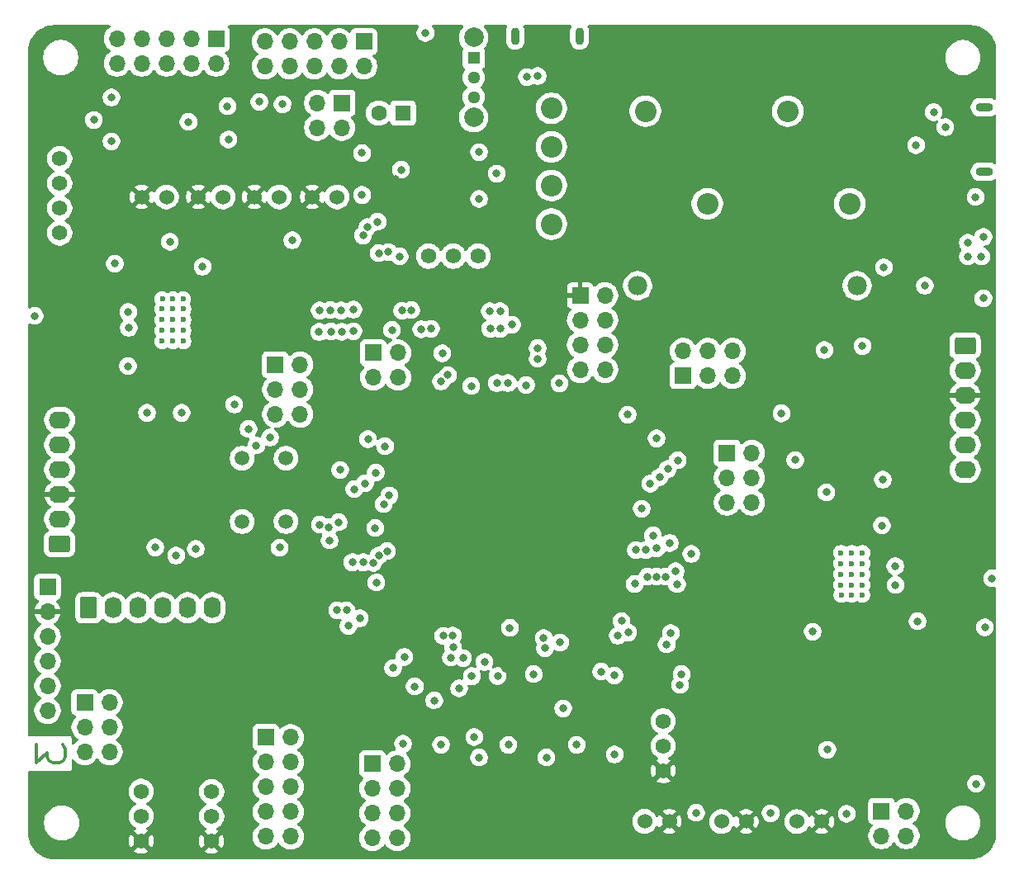
<source format=gbr>
%TF.GenerationSoftware,KiCad,Pcbnew,9.0.2*%
%TF.CreationDate,2025-06-03T12:39:49-07:00*%
%TF.ProjectId,MainBoard,4d61696e-426f-4617-9264-2e6b69636164,0.3*%
%TF.SameCoordinates,Original*%
%TF.FileFunction,Copper,L3,Inr*%
%TF.FilePolarity,Positive*%
%FSLAX46Y46*%
G04 Gerber Fmt 4.6, Leading zero omitted, Abs format (unit mm)*
G04 Created by KiCad (PCBNEW 9.0.2) date 2025-06-03 12:39:49*
%MOMM*%
%LPD*%
G01*
G04 APERTURE LIST*
G04 Aperture macros list*
%AMRoundRect*
0 Rectangle with rounded corners*
0 $1 Rounding radius*
0 $2 $3 $4 $5 $6 $7 $8 $9 X,Y pos of 4 corners*
0 Add a 4 corners polygon primitive as box body*
4,1,4,$2,$3,$4,$5,$6,$7,$8,$9,$2,$3,0*
0 Add four circle primitives for the rounded corners*
1,1,$1+$1,$2,$3*
1,1,$1+$1,$4,$5*
1,1,$1+$1,$6,$7*
1,1,$1+$1,$8,$9*
0 Add four rect primitives between the rounded corners*
20,1,$1+$1,$2,$3,$4,$5,0*
20,1,$1+$1,$4,$5,$6,$7,0*
20,1,$1+$1,$6,$7,$8,$9,0*
20,1,$1+$1,$8,$9,$2,$3,0*%
G04 Aperture macros list end*
%ADD10C,0.300000*%
%TA.AperFunction,NonConductor*%
%ADD11C,0.300000*%
%TD*%
%TA.AperFunction,ComponentPad*%
%ADD12C,1.524000*%
%TD*%
%TA.AperFunction,ComponentPad*%
%ADD13RoundRect,0.250000X-0.845000X0.620000X-0.845000X-0.620000X0.845000X-0.620000X0.845000X0.620000X0*%
%TD*%
%TA.AperFunction,ComponentPad*%
%ADD14O,2.190000X1.740000*%
%TD*%
%TA.AperFunction,ComponentPad*%
%ADD15C,1.574800*%
%TD*%
%TA.AperFunction,ComponentPad*%
%ADD16RoundRect,0.250000X0.845000X-0.620000X0.845000X0.620000X-0.845000X0.620000X-0.845000X-0.620000X0*%
%TD*%
%TA.AperFunction,ComponentPad*%
%ADD17R,1.700000X1.700000*%
%TD*%
%TA.AperFunction,ComponentPad*%
%ADD18O,1.700000X1.700000*%
%TD*%
%TA.AperFunction,ComponentPad*%
%ADD19C,0.600000*%
%TD*%
%TA.AperFunction,ComponentPad*%
%ADD20R,1.295400X1.295400*%
%TD*%
%TA.AperFunction,ComponentPad*%
%ADD21C,1.295400*%
%TD*%
%TA.AperFunction,ComponentPad*%
%ADD22C,2.000000*%
%TD*%
%TA.AperFunction,ComponentPad*%
%ADD23RoundRect,0.250000X-0.620000X-0.845000X0.620000X-0.845000X0.620000X0.845000X-0.620000X0.845000X0*%
%TD*%
%TA.AperFunction,ComponentPad*%
%ADD24O,1.740000X2.190000*%
%TD*%
%TA.AperFunction,ComponentPad*%
%ADD25O,1.800000X0.900000*%
%TD*%
%TA.AperFunction,ComponentPad*%
%ADD26C,1.507998*%
%TD*%
%TA.AperFunction,ComponentPad*%
%ADD27C,2.209800*%
%TD*%
%TA.AperFunction,ComponentPad*%
%ADD28R,1.600000X1.600000*%
%TD*%
%TA.AperFunction,ComponentPad*%
%ADD29C,1.600000*%
%TD*%
%TA.AperFunction,ComponentPad*%
%ADD30O,0.900000X1.800000*%
%TD*%
%TA.AperFunction,ComponentPad*%
%ADD31C,1.980000*%
%TD*%
%TA.AperFunction,ViaPad*%
%ADD32C,0.800000*%
%TD*%
G04 APERTURE END LIST*
D10*
D11*
X166667257Y-156475939D02*
X166667257Y-158333082D01*
X166667257Y-158333082D02*
X167810114Y-157333082D01*
X167810114Y-157333082D02*
X167810114Y-157761653D01*
X167810114Y-157761653D02*
X167952971Y-158047368D01*
X167952971Y-158047368D02*
X168095828Y-158190225D01*
X168095828Y-158190225D02*
X168381542Y-158333082D01*
X168381542Y-158333082D02*
X169095828Y-158333082D01*
X169095828Y-158333082D02*
X169381542Y-158190225D01*
X169381542Y-158190225D02*
X169524400Y-158047368D01*
X169524400Y-158047368D02*
X169667257Y-157761653D01*
X169667257Y-157761653D02*
X169667257Y-156904510D01*
X169667257Y-156904510D02*
X169524400Y-156618796D01*
X169524400Y-156618796D02*
X169381542Y-156475939D01*
D12*
%TO.N,+3.3V*%
%TO.C,SW8*%
X189060000Y-100300000D03*
%TO.N,/Bump2*%
X191600000Y-100300000D03*
%TD*%
D13*
%TO.N,/IC1*%
%TO.C,U11*%
X261925000Y-115570000D03*
D14*
%TO.N,/IC2*%
X261925000Y-118110000D03*
%TO.N,+3.3V*%
X261925000Y-120650000D03*
%TO.N,GND*%
X261925000Y-123190000D03*
%TO.N,Net-(U11-M+)*%
X261925000Y-125730000D03*
%TO.N,Net-(U11-M-)*%
X261925000Y-128270000D03*
%TD*%
D15*
%TO.N,+3.3V*%
%TO.C,J15*%
X177450000Y-166350000D03*
%TO.N,GND*%
X177450000Y-163810000D03*
%TO.N,/Refl3*%
X177450000Y-161270000D03*
%TD*%
D16*
%TO.N,/IC3*%
%TO.C,U12*%
X169100000Y-135890000D03*
D14*
%TO.N,/IC4*%
X169100000Y-133350000D03*
%TO.N,+3.3V*%
X169100000Y-130810000D03*
%TO.N,GND*%
X169100000Y-128270000D03*
%TO.N,Net-(U12-M+)*%
X169100000Y-125730000D03*
%TO.N,Net-(U12-M-)*%
X169100000Y-123190000D03*
%TD*%
D17*
%TO.N,Net-(J1-Pin_1)*%
%TO.C,J1*%
X167850000Y-140300000D03*
D18*
%TO.N,+3.3V*%
X167850000Y-142840000D03*
%TO.N,GND*%
X167850000Y-145380000D03*
%TO.N,Net-(J1-Pin_4)*%
X167850000Y-147920000D03*
%TO.N,Net-(J1-Pin_5)*%
X167850000Y-150460000D03*
%TO.N,unconnected-(J1-Pin_6-Pad6)*%
X167850000Y-153000000D03*
%TD*%
D17*
%TO.N,/SDA2*%
%TO.C,J18*%
X253360000Y-163300000D03*
D18*
%TO.N,GND*%
X255900000Y-163300000D03*
%TO.N,/SCL2*%
X253360000Y-165840000D03*
%TO.N,GND*%
X255900000Y-165840000D03*
%TD*%
D15*
%TO.N,+3.3V*%
%TO.C,J14*%
X184673800Y-166390000D03*
%TO.N,GND*%
X184673800Y-163850000D03*
%TO.N,/Refl2*%
X184673800Y-161310000D03*
%TD*%
%TO.N,Net-(D8-A1)*%
%TO.C,D8*%
X211990000Y-106376200D03*
%TO.N,GND*%
X209450000Y-106376200D03*
%TO.N,Net-(D8-A2)*%
X206910000Y-106376200D03*
%TD*%
D17*
%TO.N,+5V*%
%TO.C,J3*%
X200300000Y-84360000D03*
D18*
%TO.N,GND*%
X200300000Y-86900000D03*
%TO.N,+5V*%
X197760000Y-84360000D03*
%TO.N,GND*%
X197760000Y-86900000D03*
%TO.N,+5V*%
X195220000Y-84360000D03*
%TO.N,GND*%
X195220000Y-86900000D03*
%TO.N,+5V*%
X192680000Y-84360000D03*
%TO.N,GND*%
X192680000Y-86900000D03*
%TO.N,+5V*%
X190140000Y-84360000D03*
%TO.N,GND*%
X190140000Y-86900000D03*
%TD*%
D19*
%TO.N,GND*%
%TO.C,U10*%
X179600000Y-111799999D03*
X179600000Y-112899999D03*
X179600000Y-113999999D03*
X179600000Y-115100000D03*
X179620000Y-110779999D03*
X180700000Y-110779999D03*
X180700000Y-115100000D03*
X180700003Y-111799999D03*
X180700003Y-112899999D03*
X180700003Y-113999999D03*
X181760000Y-110779999D03*
X181800000Y-111799999D03*
X181800000Y-112899999D03*
X181800000Y-113999999D03*
X181800000Y-115100000D03*
%TD*%
D17*
%TO.N,/RH15*%
%TO.C,J21*%
X233010000Y-118650000D03*
D18*
%TO.N,/RH14*%
X233010000Y-116110000D03*
%TO.N,/RH13*%
X235550000Y-118650000D03*
%TO.N,/RH12*%
X235550000Y-116110000D03*
%TO.N,GND*%
X238090000Y-118650000D03*
X238090000Y-116110000D03*
%TD*%
D17*
%TO.N,/SCK4*%
%TO.C,J19*%
X237510000Y-126560000D03*
D18*
%TO.N,/SDI4*%
X240050000Y-126560000D03*
%TO.N,/SS4\u002A*%
X237510000Y-129100000D03*
%TO.N,/SDO4*%
X240050000Y-129100000D03*
%TO.N,GND*%
X237510000Y-131640000D03*
X240050000Y-131640000D03*
%TD*%
D20*
%TO.N,Net-(J4-VBUS)*%
%TO.C,SW2*%
X211550000Y-86049999D03*
D21*
%TO.N,+5V*%
X211550000Y-88050000D03*
%TO.N,unconnected-(SW2-C-Pad3)*%
X211550000Y-90050001D03*
D22*
%TO.N,N/C*%
X211550000Y-83949999D03*
X211550000Y-92150000D03*
%TD*%
D19*
%TO.N,GND*%
%TO.C,U13*%
X251400000Y-140099999D03*
X251400000Y-138999999D03*
X251400000Y-137899999D03*
X251400000Y-136799998D03*
X251380000Y-141119999D03*
X250300000Y-141119999D03*
X250300000Y-136799998D03*
X250299997Y-140099999D03*
X250299997Y-138999999D03*
X250299997Y-137899999D03*
X249240000Y-141119999D03*
X249200000Y-140099999D03*
X249200000Y-138999999D03*
X249200000Y-137899999D03*
X249200000Y-136799998D03*
%TD*%
D23*
%TO.N,/SCK2*%
%TO.C,J20*%
X172055000Y-142450000D03*
D24*
%TO.N,/SS2\u002A*%
X174595000Y-142450000D03*
%TO.N,/SDO2*%
X177135000Y-142450000D03*
%TO.N,/SDI2*%
X179675000Y-142450000D03*
%TO.N,GND*%
X182215000Y-142450000D03*
X184755000Y-142450000D03*
%TD*%
D17*
%TO.N,/SCK3*%
%TO.C,J8*%
X201160000Y-158430000D03*
D18*
%TO.N,/SDO3*%
X203700000Y-158430000D03*
%TO.N,/SS3\u002A*%
X201160000Y-160970000D03*
%TO.N,/SDI3*%
X203700000Y-160970000D03*
%TO.N,GND*%
X201160000Y-163510000D03*
X203700000Y-163510000D03*
%TO.N,/U4RX*%
X201160000Y-166050000D03*
%TO.N,/U4TX*%
X203700000Y-166050000D03*
%TD*%
D17*
%TO.N,Net-(J2-Pin_1)*%
%TO.C,J2*%
X185140000Y-84060000D03*
D18*
%TO.N,GND*%
X185140000Y-86600000D03*
%TO.N,Net-(J2-Pin_1)*%
X182600000Y-84060000D03*
%TO.N,GND*%
X182600000Y-86600000D03*
%TO.N,Net-(J2-Pin_1)*%
X180060000Y-84060000D03*
%TO.N,GND*%
X180060000Y-86600000D03*
%TO.N,Net-(J2-Pin_1)*%
X177520000Y-84060000D03*
%TO.N,GND*%
X177520000Y-86600000D03*
%TO.N,Net-(J2-Pin_1)*%
X174980000Y-84060000D03*
%TO.N,GND*%
X174980000Y-86600000D03*
%TD*%
D17*
%TO.N,/U5TX*%
%TO.C,J23*%
X171660000Y-152150000D03*
D18*
%TO.N,/U5RX*%
X174200000Y-152150000D03*
%TO.N,/U6TX*%
X171660000Y-154690000D03*
%TO.N,/U6RX*%
X174200000Y-154690000D03*
%TO.N,GND*%
X171660000Y-157230000D03*
X174200000Y-157230000D03*
%TD*%
D12*
%TO.N,+3.3V*%
%TO.C,SW6*%
X231610128Y-164351200D03*
%TO.N,/Switch1*%
X229070128Y-164351200D03*
%TD*%
D25*
%TO.N,N/C*%
%TO.C,J9*%
X263900000Y-97700000D03*
X263900000Y-91100000D03*
%TD*%
D12*
%TO.N,+3.3V*%
%TO.C,SW10*%
X177510000Y-100300000D03*
%TO.N,/Bump4*%
X180050000Y-100300000D03*
%TD*%
%TO.N,+3.3V*%
%TO.C,SW4*%
X239490128Y-164375000D03*
%TO.N,/Switch2*%
X236950128Y-164375000D03*
%TD*%
%TO.N,+3.3V*%
%TO.C,SW5*%
X247230128Y-164375000D03*
%TO.N,/Switch3*%
X244690128Y-164375000D03*
%TD*%
D17*
%TO.N,/RE4*%
%TO.C,J25*%
X201250000Y-116275000D03*
D18*
%TO.N,/RE1*%
X203790000Y-116275000D03*
%TO.N,/RG12*%
X201250000Y-118815000D03*
%TO.N,/RG14*%
X203790000Y-118815000D03*
%TD*%
D26*
%TO.N,GND*%
%TO.C,SW1*%
X192300001Y-127099998D03*
%TO.N,N/C*%
X192300001Y-133600000D03*
X187800000Y-127099998D03*
%TO.N,Net-(C1-Pad1)*%
X187800000Y-133600000D03*
%TD*%
D17*
%TO.N,+3.3V*%
%TO.C,J26*%
X222460000Y-110400000D03*
D18*
%TO.N,GND*%
X225000000Y-110400000D03*
%TO.N,/IMU_INT2*%
X222460000Y-112940000D03*
%TO.N,/SCK1*%
X225000000Y-112940000D03*
%TO.N,/IMU_INT1*%
X222460000Y-115480000D03*
%TO.N,/SS1\u002A*%
X225000000Y-115480000D03*
%TO.N,/SDO1*%
X222460000Y-118020000D03*
%TO.N,/SDI1*%
X225000000Y-118020000D03*
%TD*%
D27*
%TO.N,+5V*%
%TO.C,SW3*%
X219500000Y-103087200D03*
%TO.N,Net-(J4-VBUS)*%
X219500000Y-99124800D03*
%TO.N,Vdrive*%
X219500000Y-95162400D03*
%TO.N,Net-(F1-Pad1)*%
X219500000Y-91200000D03*
%TD*%
D28*
%TO.N,+5V*%
%TO.C,C15*%
X204305113Y-91700000D03*
D29*
%TO.N,GND*%
X201805113Y-91700000D03*
%TD*%
D30*
%TO.N,N/C*%
%TO.C,J4*%
X222400000Y-83800000D03*
X215800000Y-83800000D03*
%TD*%
D31*
%TO.N,Net-(F1-Pad1)*%
%TO.C,F1*%
X228350000Y-109400000D03*
%TO.N,Net-(J5-Pin_1)*%
X250850000Y-109400000D03*
%TD*%
D15*
%TO.N,+3.3V*%
%TO.C,J13*%
X230973800Y-159140000D03*
%TO.N,GND*%
X230973800Y-156600000D03*
%TO.N,/Refl1*%
X230973800Y-154060000D03*
%TD*%
D12*
%TO.N,+3.3V*%
%TO.C,SW9*%
X183310000Y-100300000D03*
%TO.N,/Bump3*%
X185850000Y-100300000D03*
%TD*%
D27*
%TO.N,Net-(J5-Pin_2)*%
%TO.C,J6*%
X235500000Y-101000000D03*
%TO.N,GND*%
X229150000Y-91500001D03*
%TD*%
D12*
%TO.N,+3.3V*%
%TO.C,SW7*%
X195000000Y-100300000D03*
%TO.N,/Bump1*%
X197540000Y-100300000D03*
%TD*%
D15*
%TO.N,/U2TX*%
%TO.C,J24*%
X169100000Y-104000000D03*
%TO.N,/U2RX*%
X169100000Y-101460000D03*
%TO.N,/GPS_Reset*%
X169100000Y-98920000D03*
%TO.N,/GPS_INT*%
X169100000Y-96380000D03*
%TD*%
D17*
%TO.N,/RA9*%
%TO.C,J7*%
X190250000Y-155740000D03*
D18*
%TO.N,/RA10*%
X192790000Y-155740000D03*
%TO.N,/RH0*%
X190250000Y-158280000D03*
%TO.N,/RH1*%
X192790000Y-158280000D03*
%TO.N,/RH2*%
X190250000Y-160820000D03*
%TO.N,/RH3*%
X192790000Y-160820000D03*
%TO.N,/RB8*%
X190250000Y-163360000D03*
%TO.N,/RK1*%
X192790000Y-163360000D03*
%TO.N,/RK2*%
X190250000Y-165900000D03*
%TO.N,/RK3*%
X192790000Y-165900000D03*
%TD*%
D17*
%TO.N,/RE7*%
%TO.C,J16*%
X191210000Y-117510000D03*
D18*
%TO.N,/RJ8*%
X193750000Y-117510000D03*
%TO.N,/RJ13*%
X191210000Y-120050000D03*
%TO.N,/RJ14*%
X193750000Y-120050000D03*
%TO.N,/RJ15*%
X191210000Y-122590000D03*
%TO.N,GND*%
X193750000Y-122590000D03*
%TD*%
D27*
%TO.N,Net-(J5-Pin_1)*%
%TO.C,J5*%
X250100000Y-100999999D03*
%TO.N,Net-(J5-Pin_2)*%
X243750000Y-91500000D03*
%TD*%
D17*
%TO.N,/U3TX*%
%TO.C,J22*%
X198050000Y-90650000D03*
D18*
%TO.N,GND*%
X198050000Y-93190000D03*
%TO.N,/U3RX*%
X195510000Y-90650000D03*
%TO.N,GND*%
X195510000Y-93190000D03*
%TD*%
D32*
%TO.N,GND*%
X247500000Y-116000000D03*
X183050000Y-136400000D03*
X208200000Y-156500000D03*
X202310556Y-131798056D03*
X216925501Y-119600000D03*
X259900000Y-93150000D03*
X215100000Y-156500000D03*
X176100000Y-117650000D03*
X215258526Y-144491472D03*
X220400333Y-145999667D03*
X212100000Y-100500000D03*
X213900000Y-97900000D03*
X197859787Y-128309787D03*
X187000000Y-121600000D03*
X247800000Y-157000000D03*
X225994063Y-157486643D03*
X222100000Y-156500000D03*
X217700000Y-149250000D03*
X253500000Y-129300000D03*
X192950000Y-104750000D03*
X257050000Y-143825500D03*
X251400000Y-115600000D03*
X247700000Y-130600000D03*
X180400000Y-104900000D03*
X244500000Y-127300000D03*
X186400000Y-94400000D03*
X181034787Y-137084787D03*
X172600000Y-92400000D03*
X249790128Y-163575000D03*
X166525000Y-112500000D03*
X189575000Y-90550000D03*
X174750000Y-107150000D03*
X218100000Y-87900000D03*
X191950000Y-90800000D03*
X246300000Y-144900000D03*
X263950000Y-144450000D03*
X201562500Y-139850000D03*
X241990128Y-163525000D03*
X217000000Y-88000000D03*
X263050000Y-160500000D03*
X253400000Y-134000000D03*
X183750000Y-107450000D03*
X204100000Y-97500000D03*
X178050000Y-122450000D03*
X206600000Y-83475000D03*
X174400000Y-90100000D03*
X181600000Y-122450000D03*
X207500000Y-151950000D03*
X174400000Y-94600000D03*
X257800000Y-109400000D03*
X186300000Y-91000000D03*
X219000000Y-157800000D03*
X211300000Y-119700000D03*
X178900000Y-136250000D03*
X264700000Y-139425000D03*
X182300000Y-92600000D03*
X228776944Y-132276944D03*
X253600000Y-107530000D03*
X200100000Y-95800000D03*
X200100000Y-100100000D03*
X212100000Y-95700000D03*
X228050000Y-140000000D03*
X208426944Y-145326944D03*
X212100000Y-157800000D03*
X234340128Y-163475000D03*
X227336051Y-122636051D03*
%TO.N,+3.3V*%
X194500000Y-133300000D03*
X245600000Y-135400000D03*
X216600000Y-115400000D03*
X213200000Y-159500000D03*
X240600000Y-146400000D03*
X240600000Y-142300000D03*
X240600000Y-144300000D03*
X190100000Y-111550000D03*
X214900000Y-158300000D03*
X240600000Y-138300000D03*
X207800000Y-89500000D03*
X190050000Y-107500000D03*
X230300000Y-121400000D03*
X203500000Y-98500000D03*
X190100000Y-113550000D03*
X205950000Y-148000000D03*
X205800000Y-101800000D03*
X208000000Y-158300000D03*
X185300000Y-116100000D03*
X240600000Y-140300000D03*
X214800356Y-148700351D03*
X190050000Y-109550000D03*
X255400000Y-95000000D03*
X220300000Y-159400000D03*
X190100000Y-105500000D03*
X197200000Y-140213420D03*
X254000000Y-103400000D03*
X203600000Y-101800000D03*
X246200000Y-153800000D03*
X227100000Y-159500000D03*
X220700000Y-150450000D03*
X214350000Y-110050000D03*
X261050354Y-110650353D03*
X207750000Y-153162500D03*
X197900000Y-131650000D03*
X211500000Y-115300000D03*
X221800000Y-158400000D03*
X255400000Y-90000000D03*
X215485556Y-106664444D03*
X233300000Y-132250000D03*
%TO.N,Net-(J1-Pin_1)*%
X191650000Y-136275000D03*
%TO.N,Net-(J1-Pin_4)*%
X198700000Y-144309814D03*
%TO.N,Net-(J1-Pin_5)*%
X199875000Y-143525000D03*
%TO.N,/RB8*%
X205500000Y-150500000D03*
%TO.N,/Refl1*%
X214000000Y-149450000D03*
%TO.N,/Refl2*%
X198499503Y-142700000D03*
X200200000Y-137775000D03*
%TO.N,/Refl3*%
X197550000Y-142700000D03*
X199100000Y-137775000D03*
%TO.N,/SDA2*%
X232389694Y-140018292D03*
X231653888Y-135796112D03*
%TO.N,/SCL2*%
X229926944Y-135023056D03*
X232250000Y-138700000D03*
%TO.N,/RH0*%
X209401731Y-145306046D03*
%TO.N,/RH1*%
X209439127Y-146514762D03*
%TO.N,/RJ13*%
X202657370Y-136624500D03*
%TO.N,/RH2*%
X209200000Y-147550000D03*
%TO.N,/RJ14*%
X201821956Y-137075764D03*
%TO.N,/RH3*%
X210450000Y-147600000D03*
%TO.N,/RJ15*%
X201239950Y-137825980D03*
%TO.N,/U2TX*%
X189250000Y-125800000D03*
%TO.N,Net-(D9-K)*%
X262200000Y-105000000D03*
X263800000Y-104400000D03*
%TO.N,/U2RX*%
X203166055Y-113933945D03*
X200200000Y-104250000D03*
X201800000Y-106050000D03*
%TO.N,/U3TX*%
X205150000Y-111900000D03*
X218100000Y-115800000D03*
%TO.N,/U3RX*%
X218100000Y-116900000D03*
X204202910Y-111967649D03*
%TO.N,/RA9*%
X204430444Y-147480444D03*
%TO.N,/RA10*%
X203280444Y-148630444D03*
%TO.N,/U6TX*%
X201450000Y-134250000D03*
X201510340Y-128575500D03*
%TO.N,/Switch1*%
X228165980Y-136525500D03*
X229350000Y-139250000D03*
%TO.N,/RG12*%
X208209423Y-119227463D03*
%TO.N,/RG14*%
X208900000Y-118575000D03*
%TO.N,/SCK3*%
X218724501Y-145550000D03*
%TO.N,/SDO3*%
X212650000Y-148000000D03*
X204300000Y-156400000D03*
%TO.N,/SS3\u002A*%
X218850000Y-146600000D03*
%TO.N,/RE1*%
X208325000Y-116350000D03*
%TO.N,/SCK4*%
X231450000Y-128200000D03*
%TO.N,/SDO4*%
X229650000Y-129700000D03*
%TO.N,/Switch2*%
X230300000Y-139250000D03*
X229200000Y-136525500D03*
%TO.N,/Switch3*%
X230300000Y-136350000D03*
X231249503Y-139250000D03*
%TO.N,/SS4\u002A*%
X230596809Y-129043540D03*
%TO.N,/SDI4*%
X232457370Y-127307370D03*
%TO.N,/SDO5*%
X211359787Y-149459786D03*
X213924500Y-119400000D03*
%TO.N,/SDI5*%
X215050000Y-119400000D03*
X210051906Y-150710761D03*
%TO.N,/SCK6*%
X232850000Y-149250000D03*
X225975500Y-149396660D03*
%TO.N,/SDO6*%
X231750000Y-145050000D03*
X226701000Y-143800000D03*
%TO.N,/SS6\u002A*%
X224612476Y-148987524D03*
X232700000Y-150350000D03*
%TO.N,/SDI6*%
X227375500Y-144974500D03*
X231324500Y-146200000D03*
%TO.N,/SCK2*%
X196674032Y-134197201D03*
X200400000Y-129675500D03*
%TO.N,/SDI2*%
X197699266Y-133672527D03*
X199300000Y-130274500D03*
%TO.N,/SDO2*%
X202900000Y-130924501D03*
X196775868Y-135532616D03*
%TO.N,/IC2*%
X233850000Y-136925500D03*
%TO.N,/IC3*%
X195767244Y-133915616D03*
X200700000Y-125150000D03*
%TO.N,/IC1*%
X230299527Y-125075500D03*
%TO.N,/Bump1*%
X199200000Y-111850000D03*
X199200000Y-114075000D03*
%TO.N,/Bump2*%
X197950000Y-111950000D03*
X198000000Y-114125000D03*
%TO.N,/Bump3*%
X196900000Y-114100000D03*
X196875000Y-111900000D03*
%TO.N,/Bump4*%
X195750000Y-111950000D03*
X195700000Y-114150000D03*
%TO.N,/LED2*%
X211600000Y-155700000D03*
X220719870Y-152769870D03*
%TO.N,/GPS_INT*%
X207175000Y-113824500D03*
X201700000Y-102850000D03*
X203950000Y-106400000D03*
%TO.N,/GPS_Reset*%
X200650000Y-103400000D03*
X206175000Y-113875000D03*
X202800000Y-105950000D03*
%TO.N,/Status_Yellow*%
X214250000Y-113824500D03*
X214250000Y-112025500D03*
%TO.N,/Status_Green*%
X213250000Y-113824500D03*
X213200000Y-112025500D03*
%TO.N,Vdrive*%
X188450000Y-124100000D03*
X243100000Y-122500000D03*
%TO.N,Net-(D9-A)*%
X263000000Y-100300000D03*
X258700000Y-91600000D03*
%TO.N,Net-(D10-K)*%
X262200500Y-106400000D03*
X263600000Y-106400000D03*
%TO.N,Net-(D10-A)*%
X256900000Y-95000000D03*
X263800000Y-110700000D03*
%TO.N,/MotorCurrent1*%
X176125000Y-112100500D03*
X176175000Y-113725500D03*
X190673056Y-124973056D03*
%TO.N,/MotorCurrent2*%
X254773435Y-138174498D03*
X254800000Y-140100000D03*
X226324500Y-145300000D03*
%TO.N,/Dir2*%
X220339194Y-119414695D03*
X215459674Y-113413562D03*
%TO.N,/RJ8*%
X202460933Y-125864821D03*
%TD*%
%TA.AperFunction,Conductor*%
%TO.N,+3.3V*%
G36*
X174251529Y-82701185D02*
G01*
X174297284Y-82753989D01*
X174307228Y-82823147D01*
X174278203Y-82886703D01*
X174257376Y-82905818D01*
X174094996Y-83023794D01*
X174094994Y-83023796D01*
X174094993Y-83023796D01*
X173943796Y-83174993D01*
X173818106Y-83347990D01*
X173721027Y-83538516D01*
X173721026Y-83538519D01*
X173654951Y-83741882D01*
X173654951Y-83741884D01*
X173621500Y-83953084D01*
X173621500Y-84166916D01*
X173623679Y-84180675D01*
X173654951Y-84378117D01*
X173721026Y-84581480D01*
X173721027Y-84581483D01*
X173816131Y-84768132D01*
X173818106Y-84772009D01*
X173943794Y-84945004D01*
X174094996Y-85096206D01*
X174238583Y-85200528D01*
X174267991Y-85221894D01*
X174271873Y-85224273D01*
X174318748Y-85276086D01*
X174330169Y-85345016D01*
X174302512Y-85409178D01*
X174271873Y-85435727D01*
X174267991Y-85438105D01*
X174094993Y-85563796D01*
X173943796Y-85714993D01*
X173818106Y-85887990D01*
X173721027Y-86078516D01*
X173721026Y-86078519D01*
X173654951Y-86281882D01*
X173621500Y-86493084D01*
X173621500Y-86706915D01*
X173654951Y-86918117D01*
X173721026Y-87121480D01*
X173721027Y-87121483D01*
X173791089Y-87258985D01*
X173818106Y-87312009D01*
X173943794Y-87485004D01*
X174094996Y-87636206D01*
X174267991Y-87761894D01*
X174302062Y-87779254D01*
X174458516Y-87858972D01*
X174458519Y-87858973D01*
X174560200Y-87892010D01*
X174661884Y-87925049D01*
X174873084Y-87958500D01*
X174873085Y-87958500D01*
X175086915Y-87958500D01*
X175086916Y-87958500D01*
X175298116Y-87925049D01*
X175501483Y-87858972D01*
X175692009Y-87761894D01*
X175865004Y-87636206D01*
X176016206Y-87485004D01*
X176141894Y-87312009D01*
X176141896Y-87312004D01*
X176144270Y-87308132D01*
X176196080Y-87261254D01*
X176265009Y-87249829D01*
X176329173Y-87277483D01*
X176355730Y-87308132D01*
X176358103Y-87312005D01*
X176358106Y-87312009D01*
X176483794Y-87485004D01*
X176634996Y-87636206D01*
X176807991Y-87761894D01*
X176842062Y-87779254D01*
X176998516Y-87858972D01*
X176998519Y-87858973D01*
X177100200Y-87892010D01*
X177201884Y-87925049D01*
X177413084Y-87958500D01*
X177413085Y-87958500D01*
X177626915Y-87958500D01*
X177626916Y-87958500D01*
X177838116Y-87925049D01*
X178041483Y-87858972D01*
X178232009Y-87761894D01*
X178405004Y-87636206D01*
X178556206Y-87485004D01*
X178681894Y-87312009D01*
X178681896Y-87312004D01*
X178684270Y-87308132D01*
X178736080Y-87261254D01*
X178805009Y-87249829D01*
X178869173Y-87277483D01*
X178895730Y-87308132D01*
X178898103Y-87312005D01*
X178898106Y-87312009D01*
X179023794Y-87485004D01*
X179174996Y-87636206D01*
X179347991Y-87761894D01*
X179382062Y-87779254D01*
X179538516Y-87858972D01*
X179538519Y-87858973D01*
X179640200Y-87892010D01*
X179741884Y-87925049D01*
X179953084Y-87958500D01*
X179953085Y-87958500D01*
X180166915Y-87958500D01*
X180166916Y-87958500D01*
X180378116Y-87925049D01*
X180581483Y-87858972D01*
X180772009Y-87761894D01*
X180945004Y-87636206D01*
X181096206Y-87485004D01*
X181221894Y-87312009D01*
X181221896Y-87312004D01*
X181224270Y-87308132D01*
X181276080Y-87261254D01*
X181345009Y-87249829D01*
X181409173Y-87277483D01*
X181435730Y-87308132D01*
X181438103Y-87312005D01*
X181438106Y-87312009D01*
X181563794Y-87485004D01*
X181714996Y-87636206D01*
X181887991Y-87761894D01*
X181922062Y-87779254D01*
X182078516Y-87858972D01*
X182078519Y-87858973D01*
X182180200Y-87892010D01*
X182281884Y-87925049D01*
X182493084Y-87958500D01*
X182493085Y-87958500D01*
X182706915Y-87958500D01*
X182706916Y-87958500D01*
X182918116Y-87925049D01*
X183121483Y-87858972D01*
X183312009Y-87761894D01*
X183485004Y-87636206D01*
X183636206Y-87485004D01*
X183761894Y-87312009D01*
X183761896Y-87312004D01*
X183764270Y-87308132D01*
X183816080Y-87261254D01*
X183885009Y-87249829D01*
X183949173Y-87277483D01*
X183975730Y-87308132D01*
X183978103Y-87312005D01*
X183978106Y-87312009D01*
X184103794Y-87485004D01*
X184254996Y-87636206D01*
X184427991Y-87761894D01*
X184462062Y-87779254D01*
X184618516Y-87858972D01*
X184618519Y-87858973D01*
X184720200Y-87892010D01*
X184821884Y-87925049D01*
X185033084Y-87958500D01*
X185033085Y-87958500D01*
X185246915Y-87958500D01*
X185246916Y-87958500D01*
X185458116Y-87925049D01*
X185661483Y-87858972D01*
X185852009Y-87761894D01*
X186025004Y-87636206D01*
X186176206Y-87485004D01*
X186301894Y-87312009D01*
X186398972Y-87121483D01*
X186465049Y-86918116D01*
X186498500Y-86706916D01*
X186498500Y-86493084D01*
X186465049Y-86281884D01*
X186411875Y-86118228D01*
X186398973Y-86078519D01*
X186398972Y-86078516D01*
X186301893Y-85887990D01*
X186297385Y-85881785D01*
X186176206Y-85714996D01*
X186071028Y-85609818D01*
X186037543Y-85548495D01*
X186042527Y-85478803D01*
X186084399Y-85422870D01*
X186115367Y-85405959D01*
X186236204Y-85360889D01*
X186353261Y-85273261D01*
X186440889Y-85156204D01*
X186491989Y-85019201D01*
X186495975Y-84982128D01*
X186498499Y-84958654D01*
X186498500Y-84958637D01*
X186498500Y-84253084D01*
X188781500Y-84253084D01*
X188781500Y-84466915D01*
X188814951Y-84678117D01*
X188881026Y-84881480D01*
X188881027Y-84881483D01*
X188976131Y-85068132D01*
X188978106Y-85072009D01*
X189103794Y-85245004D01*
X189254996Y-85396206D01*
X189416150Y-85513291D01*
X189427991Y-85521894D01*
X189431873Y-85524273D01*
X189478748Y-85576086D01*
X189490169Y-85645016D01*
X189462512Y-85709178D01*
X189431873Y-85735727D01*
X189427991Y-85738105D01*
X189254993Y-85863796D01*
X189103796Y-86014993D01*
X188978106Y-86187990D01*
X188881027Y-86378516D01*
X188881026Y-86378519D01*
X188814951Y-86581882D01*
X188781500Y-86793084D01*
X188781500Y-87006915D01*
X188814951Y-87218117D01*
X188881026Y-87421480D01*
X188881027Y-87421483D01*
X188960514Y-87577483D01*
X188978106Y-87612009D01*
X189103794Y-87785004D01*
X189254996Y-87936206D01*
X189427991Y-88061894D01*
X189521438Y-88109507D01*
X189618516Y-88158972D01*
X189618519Y-88158973D01*
X189720200Y-88192010D01*
X189821884Y-88225049D01*
X190033084Y-88258500D01*
X190033085Y-88258500D01*
X190246915Y-88258500D01*
X190246916Y-88258500D01*
X190458116Y-88225049D01*
X190661483Y-88158972D01*
X190852009Y-88061894D01*
X191025004Y-87936206D01*
X191176206Y-87785004D01*
X191301894Y-87612009D01*
X191301896Y-87612004D01*
X191304270Y-87608132D01*
X191356080Y-87561254D01*
X191425009Y-87549829D01*
X191489173Y-87577483D01*
X191515730Y-87608132D01*
X191518103Y-87612005D01*
X191518106Y-87612009D01*
X191643794Y-87785004D01*
X191794996Y-87936206D01*
X191967991Y-88061894D01*
X192061438Y-88109507D01*
X192158516Y-88158972D01*
X192158519Y-88158973D01*
X192260200Y-88192010D01*
X192361884Y-88225049D01*
X192573084Y-88258500D01*
X192573085Y-88258500D01*
X192786915Y-88258500D01*
X192786916Y-88258500D01*
X192998116Y-88225049D01*
X193201483Y-88158972D01*
X193392009Y-88061894D01*
X193565004Y-87936206D01*
X193716206Y-87785004D01*
X193841894Y-87612009D01*
X193841896Y-87612004D01*
X193844270Y-87608132D01*
X193896080Y-87561254D01*
X193965009Y-87549829D01*
X194029173Y-87577483D01*
X194055730Y-87608132D01*
X194058103Y-87612005D01*
X194058106Y-87612009D01*
X194183794Y-87785004D01*
X194334996Y-87936206D01*
X194507991Y-88061894D01*
X194601438Y-88109507D01*
X194698516Y-88158972D01*
X194698519Y-88158973D01*
X194800200Y-88192010D01*
X194901884Y-88225049D01*
X195113084Y-88258500D01*
X195113085Y-88258500D01*
X195326915Y-88258500D01*
X195326916Y-88258500D01*
X195538116Y-88225049D01*
X195741483Y-88158972D01*
X195932009Y-88061894D01*
X196105004Y-87936206D01*
X196256206Y-87785004D01*
X196381894Y-87612009D01*
X196381896Y-87612004D01*
X196384270Y-87608132D01*
X196436080Y-87561254D01*
X196505009Y-87549829D01*
X196569173Y-87577483D01*
X196595730Y-87608132D01*
X196598103Y-87612005D01*
X196598106Y-87612009D01*
X196723794Y-87785004D01*
X196874996Y-87936206D01*
X197047991Y-88061894D01*
X197141438Y-88109507D01*
X197238516Y-88158972D01*
X197238519Y-88158973D01*
X197340200Y-88192010D01*
X197441884Y-88225049D01*
X197653084Y-88258500D01*
X197653085Y-88258500D01*
X197866915Y-88258500D01*
X197866916Y-88258500D01*
X198078116Y-88225049D01*
X198281483Y-88158972D01*
X198472009Y-88061894D01*
X198645004Y-87936206D01*
X198796206Y-87785004D01*
X198921894Y-87612009D01*
X198921896Y-87612004D01*
X198924270Y-87608132D01*
X198976080Y-87561254D01*
X199045009Y-87549829D01*
X199109173Y-87577483D01*
X199135730Y-87608132D01*
X199138103Y-87612005D01*
X199138106Y-87612009D01*
X199263794Y-87785004D01*
X199414996Y-87936206D01*
X199587991Y-88061894D01*
X199681438Y-88109507D01*
X199778516Y-88158972D01*
X199778519Y-88158973D01*
X199880200Y-88192010D01*
X199981884Y-88225049D01*
X200193084Y-88258500D01*
X200193085Y-88258500D01*
X200406915Y-88258500D01*
X200406916Y-88258500D01*
X200618116Y-88225049D01*
X200821483Y-88158972D01*
X201012009Y-88061894D01*
X201185004Y-87936206D01*
X201336206Y-87785004D01*
X201461894Y-87612009D01*
X201558972Y-87421483D01*
X201625049Y-87218116D01*
X201658500Y-87006916D01*
X201658500Y-86793084D01*
X201625049Y-86581884D01*
X201558972Y-86378517D01*
X201558972Y-86378516D01*
X201461893Y-86187990D01*
X201407016Y-86112458D01*
X201336206Y-86014996D01*
X201231028Y-85909818D01*
X201197543Y-85848495D01*
X201202527Y-85778803D01*
X201244399Y-85722870D01*
X201275367Y-85705959D01*
X201396204Y-85660889D01*
X201513261Y-85573261D01*
X201600889Y-85456204D01*
X201651989Y-85319201D01*
X201656928Y-85273260D01*
X201658499Y-85258654D01*
X201658500Y-85258637D01*
X201658500Y-83461362D01*
X201658499Y-83461345D01*
X201652996Y-83410169D01*
X201651989Y-83400799D01*
X201646644Y-83386469D01*
X201623267Y-83323794D01*
X201600889Y-83263796D01*
X201513261Y-83146739D01*
X201396204Y-83059111D01*
X201357479Y-83044667D01*
X201259203Y-83008011D01*
X201198654Y-83001500D01*
X201198638Y-83001500D01*
X199401362Y-83001500D01*
X199401345Y-83001500D01*
X199340797Y-83008011D01*
X199340795Y-83008011D01*
X199203795Y-83059111D01*
X199086739Y-83146739D01*
X198999111Y-83263795D01*
X198954043Y-83384625D01*
X198912171Y-83440558D01*
X198846707Y-83464974D01*
X198778434Y-83450122D01*
X198750181Y-83428971D01*
X198645006Y-83323796D01*
X198645004Y-83323794D01*
X198472009Y-83198106D01*
X198281483Y-83101027D01*
X198281480Y-83101026D01*
X198078117Y-83034951D01*
X197972516Y-83018225D01*
X197866916Y-83001500D01*
X197653084Y-83001500D01*
X197582684Y-83012650D01*
X197441882Y-83034951D01*
X197238519Y-83101026D01*
X197238516Y-83101027D01*
X197047990Y-83198106D01*
X196874993Y-83323796D01*
X196723796Y-83474993D01*
X196598105Y-83647991D01*
X196595727Y-83651873D01*
X196543914Y-83698748D01*
X196474984Y-83710169D01*
X196410822Y-83682512D01*
X196384273Y-83651873D01*
X196381894Y-83647991D01*
X196321222Y-83564483D01*
X196256206Y-83474996D01*
X196105004Y-83323794D01*
X195932009Y-83198106D01*
X195741483Y-83101027D01*
X195741480Y-83101026D01*
X195538117Y-83034951D01*
X195432516Y-83018225D01*
X195326916Y-83001500D01*
X195113084Y-83001500D01*
X195042684Y-83012650D01*
X194901882Y-83034951D01*
X194698519Y-83101026D01*
X194698516Y-83101027D01*
X194507990Y-83198106D01*
X194334993Y-83323796D01*
X194183796Y-83474993D01*
X194058105Y-83647991D01*
X194055727Y-83651873D01*
X194003914Y-83698748D01*
X193934984Y-83710169D01*
X193870822Y-83682512D01*
X193844273Y-83651873D01*
X193841894Y-83647991D01*
X193781222Y-83564483D01*
X193716206Y-83474996D01*
X193565004Y-83323794D01*
X193392009Y-83198106D01*
X193201483Y-83101027D01*
X193201480Y-83101026D01*
X192998117Y-83034951D01*
X192892516Y-83018225D01*
X192786916Y-83001500D01*
X192573084Y-83001500D01*
X192502684Y-83012650D01*
X192361882Y-83034951D01*
X192158519Y-83101026D01*
X192158516Y-83101027D01*
X191967990Y-83198106D01*
X191794993Y-83323796D01*
X191643796Y-83474993D01*
X191518105Y-83647991D01*
X191515727Y-83651873D01*
X191463914Y-83698748D01*
X191394984Y-83710169D01*
X191330822Y-83682512D01*
X191304273Y-83651873D01*
X191301894Y-83647991D01*
X191241222Y-83564483D01*
X191176206Y-83474996D01*
X191025004Y-83323794D01*
X190852009Y-83198106D01*
X190661483Y-83101027D01*
X190661480Y-83101026D01*
X190458117Y-83034951D01*
X190352516Y-83018225D01*
X190246916Y-83001500D01*
X190033084Y-83001500D01*
X189962684Y-83012650D01*
X189821882Y-83034951D01*
X189618519Y-83101026D01*
X189618516Y-83101027D01*
X189427990Y-83198106D01*
X189254993Y-83323796D01*
X189103796Y-83474993D01*
X188978106Y-83647990D01*
X188881027Y-83838516D01*
X188881026Y-83838519D01*
X188814951Y-84041882D01*
X188781500Y-84253084D01*
X186498500Y-84253084D01*
X186498500Y-83161362D01*
X186498499Y-83161345D01*
X186495018Y-83128971D01*
X186491989Y-83100799D01*
X186486798Y-83086882D01*
X186463267Y-83023794D01*
X186440889Y-82963796D01*
X186378017Y-82879809D01*
X186353601Y-82814347D01*
X186368453Y-82746074D01*
X186417858Y-82696668D01*
X186477285Y-82681500D01*
X205809324Y-82681500D01*
X205876363Y-82701185D01*
X205922118Y-82753989D01*
X205932062Y-82823147D01*
X205903037Y-82886703D01*
X205897005Y-82893181D01*
X205894324Y-82895861D01*
X205894321Y-82895865D01*
X205794901Y-83044657D01*
X205794896Y-83044667D01*
X205726413Y-83209999D01*
X205726411Y-83210007D01*
X205691500Y-83385516D01*
X205691500Y-83564483D01*
X205726411Y-83739992D01*
X205726413Y-83740000D01*
X205794896Y-83905332D01*
X205794901Y-83905342D01*
X205894321Y-84054134D01*
X205894324Y-84054138D01*
X206020861Y-84180675D01*
X206020865Y-84180678D01*
X206169657Y-84280098D01*
X206169661Y-84280100D01*
X206169664Y-84280102D01*
X206335000Y-84348587D01*
X206510516Y-84383499D01*
X206510520Y-84383500D01*
X206510521Y-84383500D01*
X206689480Y-84383500D01*
X206689481Y-84383499D01*
X206865000Y-84348587D01*
X207030336Y-84280102D01*
X207179135Y-84180678D01*
X207305678Y-84054135D01*
X207405102Y-83905336D01*
X207473587Y-83740000D01*
X207508500Y-83564479D01*
X207508500Y-83385521D01*
X207473587Y-83210000D01*
X207405102Y-83044664D01*
X207405100Y-83044661D01*
X207405098Y-83044657D01*
X207305678Y-82895865D01*
X207305675Y-82895861D01*
X207302995Y-82893181D01*
X207302039Y-82891430D01*
X207301813Y-82891155D01*
X207301865Y-82891112D01*
X207269510Y-82831858D01*
X207274494Y-82762166D01*
X207316366Y-82706233D01*
X207381830Y-82681816D01*
X207390676Y-82681500D01*
X210385795Y-82681500D01*
X210452834Y-82701185D01*
X210498589Y-82753989D01*
X210508533Y-82823147D01*
X210479508Y-82886703D01*
X210473476Y-82893181D01*
X210399382Y-82967274D01*
X210259815Y-83159371D01*
X210152019Y-83370931D01*
X210078643Y-83596757D01*
X210041500Y-83831271D01*
X210041500Y-84068726D01*
X210078643Y-84303240D01*
X210152019Y-84529066D01*
X210249944Y-84721254D01*
X210259815Y-84740626D01*
X210399380Y-84932721D01*
X210399382Y-84932723D01*
X210448788Y-84982129D01*
X210482273Y-85043452D01*
X210477289Y-85113144D01*
X210460378Y-85144116D01*
X210451412Y-85156093D01*
X210451410Y-85156098D01*
X210400311Y-85293094D01*
X210400311Y-85293096D01*
X210393800Y-85353644D01*
X210393800Y-86746353D01*
X210400311Y-86806901D01*
X210400311Y-86806903D01*
X210441793Y-86918116D01*
X210451411Y-86943903D01*
X210539039Y-87060960D01*
X210584379Y-87094901D01*
X210635752Y-87133359D01*
X210677623Y-87189293D01*
X210682607Y-87258985D01*
X210661760Y-87305511D01*
X210561128Y-87444019D01*
X210478506Y-87606175D01*
X210422270Y-87779251D01*
X210422270Y-87779254D01*
X210418398Y-87803700D01*
X210393800Y-87959005D01*
X210393800Y-88140995D01*
X210397601Y-88164992D01*
X210422270Y-88320745D01*
X210422270Y-88320748D01*
X210478506Y-88493824D01*
X210561129Y-88655981D01*
X210668100Y-88803214D01*
X210796786Y-88931900D01*
X210796789Y-88931902D01*
X210821261Y-88949682D01*
X210863927Y-89005011D01*
X210869906Y-89074625D01*
X210837301Y-89136420D01*
X210821263Y-89150317D01*
X210796786Y-89168100D01*
X210668102Y-89296784D01*
X210668102Y-89296785D01*
X210668100Y-89296787D01*
X210667211Y-89298011D01*
X210561129Y-89444019D01*
X210478506Y-89606176D01*
X210422270Y-89779252D01*
X210422270Y-89779255D01*
X210393800Y-89959006D01*
X210393800Y-90140995D01*
X210422270Y-90320746D01*
X210422270Y-90320749D01*
X210478506Y-90493825D01*
X210522754Y-90580666D01*
X210561129Y-90655982D01*
X210653663Y-90783344D01*
X210677143Y-90849150D01*
X210661318Y-90917203D01*
X210626232Y-90956546D01*
X210567278Y-90999379D01*
X210399382Y-91167275D01*
X210259815Y-91359372D01*
X210152019Y-91570932D01*
X210078643Y-91796758D01*
X210041500Y-92031272D01*
X210041500Y-92268727D01*
X210078643Y-92503241D01*
X210152019Y-92729067D01*
X210231475Y-92885007D01*
X210259815Y-92940627D01*
X210399380Y-93132722D01*
X210567278Y-93300620D01*
X210759373Y-93440185D01*
X210859328Y-93491114D01*
X210970932Y-93547980D01*
X210970934Y-93547980D01*
X210970937Y-93547982D01*
X211070531Y-93580342D01*
X211196758Y-93621356D01*
X211431273Y-93658500D01*
X211431278Y-93658500D01*
X211668727Y-93658500D01*
X211903241Y-93621356D01*
X212129063Y-93547982D01*
X212340627Y-93440185D01*
X212532722Y-93300620D01*
X212700620Y-93132722D01*
X212840185Y-92940627D01*
X212947179Y-92730639D01*
X212947980Y-92729067D01*
X212947980Y-92729066D01*
X212947982Y-92729063D01*
X213021356Y-92503241D01*
X213029158Y-92453983D01*
X213058500Y-92268727D01*
X213058500Y-92031272D01*
X213021356Y-91796758D01*
X212965670Y-91625375D01*
X212947982Y-91570937D01*
X212947980Y-91570934D01*
X212947980Y-91570932D01*
X212872904Y-91423588D01*
X212840185Y-91359373D01*
X212700620Y-91167278D01*
X212606359Y-91073017D01*
X217886600Y-91073017D01*
X217886600Y-91326982D01*
X217925238Y-91570932D01*
X217926327Y-91577805D01*
X218004804Y-91819331D01*
X218116133Y-92037827D01*
X218120099Y-92045609D01*
X218269361Y-92251054D01*
X218448945Y-92430638D01*
X218616580Y-92552430D01*
X218654394Y-92579903D01*
X218880669Y-92695196D01*
X219122195Y-92773673D01*
X219216255Y-92788570D01*
X219373018Y-92813400D01*
X219373023Y-92813400D01*
X219626982Y-92813400D01*
X219766325Y-92791329D01*
X219877805Y-92773673D01*
X220119331Y-92695196D01*
X220345606Y-92579903D01*
X220491937Y-92473588D01*
X220551054Y-92430638D01*
X220551056Y-92430635D01*
X220551060Y-92430633D01*
X220730633Y-92251060D01*
X220730635Y-92251056D01*
X220730638Y-92251054D01*
X220814955Y-92135000D01*
X220879903Y-92045606D01*
X220995196Y-91819331D01*
X221073673Y-91577805D01*
X221097030Y-91430336D01*
X221106109Y-91373018D01*
X227536600Y-91373018D01*
X227536600Y-91626983D01*
X227575659Y-91873588D01*
X227576327Y-91877806D01*
X227654804Y-92119332D01*
X227770096Y-92345606D01*
X227770099Y-92345610D01*
X227919361Y-92551055D01*
X228098945Y-92730639D01*
X228236177Y-92830342D01*
X228304394Y-92879904D01*
X228530669Y-92995197D01*
X228772195Y-93073674D01*
X228866255Y-93088571D01*
X229023018Y-93113401D01*
X229023023Y-93113401D01*
X229276982Y-93113401D01*
X229416325Y-93091330D01*
X229527805Y-93073674D01*
X229769331Y-92995197D01*
X229995606Y-92879904D01*
X230110958Y-92796096D01*
X230201054Y-92730639D01*
X230201056Y-92730636D01*
X230201060Y-92730634D01*
X230380633Y-92551061D01*
X230380635Y-92551057D01*
X230380638Y-92551055D01*
X230458183Y-92444322D01*
X230529903Y-92345607D01*
X230645196Y-92119332D01*
X230723673Y-91877806D01*
X230747651Y-91726413D01*
X230763400Y-91626983D01*
X230763400Y-91373018D01*
X230763400Y-91373017D01*
X242136600Y-91373017D01*
X242136600Y-91626982D01*
X242176326Y-91877801D01*
X242176326Y-91877803D01*
X242176327Y-91877805D01*
X242254804Y-92119331D01*
X242369736Y-92344898D01*
X242370099Y-92345609D01*
X242519361Y-92551054D01*
X242698945Y-92730638D01*
X242881487Y-92863260D01*
X242904394Y-92879903D01*
X243130669Y-92995196D01*
X243372195Y-93073673D01*
X243466255Y-93088570D01*
X243623018Y-93113400D01*
X243623023Y-93113400D01*
X243876982Y-93113400D01*
X244016325Y-93091329D01*
X244127805Y-93073673D01*
X244369331Y-92995196D01*
X244595606Y-92879903D01*
X244741820Y-92773673D01*
X244801054Y-92730638D01*
X244801056Y-92730635D01*
X244801060Y-92730633D01*
X244980633Y-92551060D01*
X244980637Y-92551055D01*
X244980638Y-92551054D01*
X245068124Y-92430638D01*
X245129903Y-92345606D01*
X245245196Y-92119331D01*
X245323673Y-91877805D01*
X245341329Y-91766325D01*
X245363400Y-91626982D01*
X245363400Y-91510516D01*
X257791500Y-91510516D01*
X257791500Y-91689483D01*
X257826411Y-91864992D01*
X257826413Y-91865000D01*
X257894896Y-92030332D01*
X257894901Y-92030342D01*
X257994321Y-92179134D01*
X257994324Y-92179138D01*
X258120861Y-92305675D01*
X258120865Y-92305678D01*
X258269657Y-92405098D01*
X258269661Y-92405100D01*
X258269664Y-92405102D01*
X258435000Y-92473587D01*
X258584082Y-92503241D01*
X258610516Y-92508499D01*
X258610520Y-92508500D01*
X258610521Y-92508500D01*
X258789480Y-92508500D01*
X258789481Y-92508499D01*
X258965000Y-92473587D01*
X258994297Y-92461451D01*
X259063763Y-92453983D01*
X259126243Y-92485257D01*
X259161896Y-92545346D01*
X259159403Y-92615171D01*
X259144850Y-92644903D01*
X259094904Y-92719652D01*
X259094896Y-92719667D01*
X259026413Y-92884999D01*
X259026411Y-92885007D01*
X258991500Y-93060516D01*
X258991500Y-93239483D01*
X259026411Y-93414992D01*
X259026413Y-93415000D01*
X259094896Y-93580332D01*
X259094901Y-93580342D01*
X259194321Y-93729134D01*
X259194324Y-93729138D01*
X259320861Y-93855675D01*
X259320865Y-93855678D01*
X259469657Y-93955098D01*
X259469661Y-93955100D01*
X259469664Y-93955102D01*
X259635000Y-94023587D01*
X259810516Y-94058499D01*
X259810520Y-94058500D01*
X259810521Y-94058500D01*
X259989480Y-94058500D01*
X259989481Y-94058499D01*
X260165000Y-94023587D01*
X260330336Y-93955102D01*
X260479135Y-93855678D01*
X260605678Y-93729135D01*
X260705102Y-93580336D01*
X260773587Y-93415000D01*
X260808500Y-93239479D01*
X260808500Y-93060521D01*
X260773587Y-92885000D01*
X260705102Y-92719664D01*
X260705100Y-92719661D01*
X260705098Y-92719657D01*
X260605678Y-92570865D01*
X260605675Y-92570861D01*
X260479138Y-92444324D01*
X260479134Y-92444321D01*
X260330342Y-92344901D01*
X260330332Y-92344896D01*
X260165000Y-92276413D01*
X260164992Y-92276411D01*
X259989483Y-92241500D01*
X259989479Y-92241500D01*
X259810521Y-92241500D01*
X259810516Y-92241500D01*
X259635007Y-92276411D01*
X259634995Y-92276414D01*
X259605701Y-92288548D01*
X259536231Y-92296015D01*
X259473753Y-92264739D01*
X259438102Y-92204649D01*
X259440598Y-92134824D01*
X259455150Y-92105094D01*
X259505097Y-92030344D01*
X259505098Y-92030341D01*
X259505102Y-92030336D01*
X259573587Y-91865000D01*
X259608500Y-91689479D01*
X259608500Y-91510521D01*
X259573587Y-91335000D01*
X259505102Y-91169664D01*
X259505100Y-91169661D01*
X259505098Y-91169657D01*
X259405678Y-91020865D01*
X259405675Y-91020861D01*
X259279138Y-90894324D01*
X259279134Y-90894321D01*
X259130342Y-90794901D01*
X259130332Y-90794896D01*
X258965000Y-90726413D01*
X258964992Y-90726411D01*
X258789483Y-90691500D01*
X258789479Y-90691500D01*
X258610521Y-90691500D01*
X258610516Y-90691500D01*
X258435007Y-90726411D01*
X258434999Y-90726413D01*
X258269667Y-90794896D01*
X258269657Y-90794901D01*
X258120865Y-90894321D01*
X258120861Y-90894324D01*
X257994324Y-91020861D01*
X257994321Y-91020865D01*
X257894901Y-91169657D01*
X257894896Y-91169667D01*
X257826413Y-91334999D01*
X257826411Y-91335007D01*
X257791500Y-91510516D01*
X245363400Y-91510516D01*
X245363400Y-91373017D01*
X245335633Y-91197710D01*
X245323673Y-91122195D01*
X245245196Y-90880669D01*
X245129903Y-90654394D01*
X245119067Y-90639479D01*
X244980638Y-90448945D01*
X244801054Y-90269361D01*
X244595609Y-90120099D01*
X244595608Y-90120098D01*
X244595606Y-90120097D01*
X244369331Y-90004804D01*
X244127805Y-89926327D01*
X244127803Y-89926326D01*
X244127801Y-89926326D01*
X243876982Y-89886600D01*
X243876977Y-89886600D01*
X243623023Y-89886600D01*
X243623018Y-89886600D01*
X243372198Y-89926326D01*
X243130666Y-90004805D01*
X242904390Y-90120099D01*
X242698945Y-90269361D01*
X242519361Y-90448945D01*
X242370099Y-90654390D01*
X242254805Y-90880666D01*
X242254805Y-90880667D01*
X242254804Y-90880669D01*
X242246865Y-90905102D01*
X242176326Y-91122198D01*
X242136600Y-91373017D01*
X230763400Y-91373017D01*
X230735110Y-91194408D01*
X230723673Y-91122196D01*
X230645196Y-90880670D01*
X230529903Y-90654395D01*
X230476485Y-90580871D01*
X230380638Y-90448946D01*
X230201054Y-90269362D01*
X229995609Y-90120100D01*
X229995608Y-90120099D01*
X229995606Y-90120098D01*
X229769331Y-90004805D01*
X229527805Y-89926328D01*
X229527803Y-89926327D01*
X229527801Y-89926327D01*
X229276982Y-89886601D01*
X229276977Y-89886601D01*
X229023023Y-89886601D01*
X229023018Y-89886601D01*
X228772198Y-89926327D01*
X228530666Y-90004806D01*
X228304390Y-90120100D01*
X228098945Y-90269362D01*
X227919361Y-90448946D01*
X227770099Y-90654391D01*
X227654805Y-90880667D01*
X227654804Y-90880669D01*
X227654804Y-90880670D01*
X227650368Y-90894322D01*
X227576326Y-91122199D01*
X227536600Y-91373018D01*
X221106109Y-91373018D01*
X221109934Y-91348866D01*
X221109951Y-91348755D01*
X221113400Y-91326977D01*
X221113400Y-91073017D01*
X221085097Y-90894322D01*
X221073673Y-90822195D01*
X220995196Y-90580669D01*
X220879903Y-90354394D01*
X220855459Y-90320749D01*
X220730638Y-90148945D01*
X220551054Y-89969361D01*
X220345609Y-89820099D01*
X220345608Y-89820098D01*
X220345606Y-89820097D01*
X220119331Y-89704804D01*
X219877805Y-89626327D01*
X219877803Y-89626326D01*
X219877801Y-89626326D01*
X219626982Y-89586600D01*
X219626977Y-89586600D01*
X219373023Y-89586600D01*
X219373018Y-89586600D01*
X219122198Y-89626326D01*
X218880666Y-89704805D01*
X218654390Y-89820099D01*
X218448945Y-89969361D01*
X218269361Y-90148945D01*
X218120099Y-90354390D01*
X218004805Y-90580666D01*
X217926326Y-90822198D01*
X217886600Y-91073017D01*
X212606359Y-91073017D01*
X212532722Y-90999380D01*
X212506518Y-90980342D01*
X212473769Y-90956548D01*
X212431103Y-90901218D01*
X212425124Y-90831605D01*
X212446334Y-90783347D01*
X212538871Y-90655982D01*
X212621492Y-90493828D01*
X212632316Y-90460516D01*
X212677729Y-90320749D01*
X212677729Y-90320748D01*
X212677730Y-90320745D01*
X212706200Y-90140996D01*
X212706200Y-89959006D01*
X212677730Y-89779257D01*
X212677729Y-89779253D01*
X212677729Y-89779252D01*
X212621493Y-89606176D01*
X212578023Y-89520861D01*
X212538871Y-89444020D01*
X212431900Y-89296787D01*
X212303214Y-89168101D01*
X212278735Y-89150316D01*
X212236072Y-89094988D01*
X212230093Y-89025374D01*
X212262699Y-88963580D01*
X212278730Y-88949688D01*
X212303214Y-88931900D01*
X212431900Y-88803214D01*
X212538871Y-88655981D01*
X212621492Y-88493827D01*
X212626266Y-88479134D01*
X212677729Y-88320748D01*
X212677729Y-88320747D01*
X212677730Y-88320744D01*
X212706200Y-88140995D01*
X212706200Y-87959005D01*
X212698520Y-87910516D01*
X216091500Y-87910516D01*
X216091500Y-88089483D01*
X216126411Y-88264992D01*
X216126413Y-88265000D01*
X216194896Y-88430332D01*
X216194901Y-88430342D01*
X216294321Y-88579134D01*
X216294324Y-88579138D01*
X216420861Y-88705675D01*
X216420865Y-88705678D01*
X216569657Y-88805098D01*
X216569661Y-88805100D01*
X216569664Y-88805102D01*
X216735000Y-88873587D01*
X216910516Y-88908499D01*
X216910520Y-88908500D01*
X216910521Y-88908500D01*
X217089480Y-88908500D01*
X217089481Y-88908499D01*
X217265000Y-88873587D01*
X217430336Y-88805102D01*
X217559202Y-88718996D01*
X217625878Y-88698119D01*
X217675544Y-88707537D01*
X217835000Y-88773587D01*
X217993418Y-88805098D01*
X218010516Y-88808499D01*
X218010520Y-88808500D01*
X218010521Y-88808500D01*
X218189480Y-88808500D01*
X218189481Y-88808499D01*
X218365000Y-88773587D01*
X218530336Y-88705102D01*
X218679135Y-88605678D01*
X218805678Y-88479135D01*
X218905102Y-88330336D01*
X218973587Y-88165000D01*
X219008500Y-87989479D01*
X219008500Y-87810521D01*
X218973587Y-87635000D01*
X218905102Y-87469664D01*
X218905100Y-87469661D01*
X218905098Y-87469657D01*
X218805678Y-87320865D01*
X218805675Y-87320861D01*
X218679138Y-87194324D01*
X218679134Y-87194321D01*
X218530342Y-87094901D01*
X218530332Y-87094896D01*
X218365000Y-87026413D01*
X218364992Y-87026411D01*
X218189483Y-86991500D01*
X218189479Y-86991500D01*
X218010521Y-86991500D01*
X218010516Y-86991500D01*
X217835007Y-87026411D01*
X217834999Y-87026413D01*
X217669667Y-87094896D01*
X217669659Y-87094900D01*
X217540797Y-87181003D01*
X217474120Y-87201880D01*
X217424454Y-87192461D01*
X217265000Y-87126413D01*
X217264992Y-87126411D01*
X217089483Y-87091500D01*
X217089479Y-87091500D01*
X216910521Y-87091500D01*
X216910516Y-87091500D01*
X216735007Y-87126411D01*
X216734999Y-87126413D01*
X216569667Y-87194896D01*
X216569657Y-87194901D01*
X216420865Y-87294321D01*
X216420861Y-87294324D01*
X216294324Y-87420861D01*
X216294321Y-87420865D01*
X216194901Y-87569657D01*
X216194896Y-87569667D01*
X216126413Y-87734999D01*
X216126411Y-87735007D01*
X216091500Y-87910516D01*
X212698520Y-87910516D01*
X212677730Y-87779256D01*
X212677729Y-87779252D01*
X212677729Y-87779251D01*
X212621493Y-87606175D01*
X212598605Y-87561254D01*
X212538871Y-87444019D01*
X212438238Y-87305509D01*
X212414759Y-87239705D01*
X212430584Y-87171651D01*
X212464246Y-87133360D01*
X212560961Y-87060960D01*
X212648589Y-86943903D01*
X212699689Y-86806900D01*
X212703291Y-86773391D01*
X212706199Y-86746353D01*
X212706200Y-86746336D01*
X212706200Y-85881771D01*
X259896300Y-85881771D01*
X259896300Y-86118228D01*
X259927161Y-86352635D01*
X259988359Y-86581028D01*
X260078837Y-86799461D01*
X260078841Y-86799471D01*
X260197059Y-87004231D01*
X260340995Y-87191812D01*
X260341001Y-87191819D01*
X260508180Y-87358998D01*
X260508187Y-87359004D01*
X260695768Y-87502940D01*
X260900528Y-87621158D01*
X260900529Y-87621158D01*
X260900532Y-87621160D01*
X261118976Y-87711642D01*
X261347361Y-87772838D01*
X261581779Y-87803700D01*
X261581786Y-87803700D01*
X261818214Y-87803700D01*
X261818221Y-87803700D01*
X262052639Y-87772838D01*
X262281024Y-87711642D01*
X262499468Y-87621160D01*
X262704232Y-87502940D01*
X262891814Y-87359003D01*
X263059003Y-87191814D01*
X263202940Y-87004232D01*
X263321160Y-86799468D01*
X263411642Y-86581024D01*
X263472838Y-86352639D01*
X263503700Y-86118221D01*
X263503700Y-85881779D01*
X263472838Y-85647361D01*
X263411642Y-85418976D01*
X263321160Y-85200532D01*
X263304494Y-85171666D01*
X263202940Y-84995768D01*
X263059004Y-84808187D01*
X263058998Y-84808180D01*
X262891819Y-84641001D01*
X262891812Y-84640995D01*
X262704231Y-84497059D01*
X262499471Y-84378841D01*
X262499461Y-84378837D01*
X262281028Y-84288359D01*
X262052635Y-84227161D01*
X261818228Y-84196300D01*
X261818221Y-84196300D01*
X261581779Y-84196300D01*
X261581771Y-84196300D01*
X261347364Y-84227161D01*
X261118971Y-84288359D01*
X260900538Y-84378837D01*
X260900528Y-84378841D01*
X260695768Y-84497059D01*
X260508187Y-84640995D01*
X260508180Y-84641001D01*
X260341001Y-84808180D01*
X260340995Y-84808187D01*
X260197059Y-84995768D01*
X260078841Y-85200528D01*
X260078837Y-85200538D01*
X259988359Y-85418971D01*
X259927161Y-85647364D01*
X259896300Y-85881771D01*
X212706200Y-85881771D01*
X212706200Y-85353661D01*
X212706199Y-85353644D01*
X212702471Y-85318972D01*
X212699689Y-85293098D01*
X212688286Y-85262527D01*
X212668135Y-85208499D01*
X212648589Y-85156095D01*
X212639625Y-85144121D01*
X212615208Y-85078658D01*
X212630059Y-85010385D01*
X212651210Y-84982130D01*
X212700620Y-84932721D01*
X212840185Y-84740626D01*
X212947982Y-84529062D01*
X213021356Y-84303240D01*
X213040768Y-84180678D01*
X213058500Y-84068726D01*
X213058500Y-83831271D01*
X213021356Y-83596757D01*
X212971657Y-83443800D01*
X212947982Y-83370936D01*
X212947980Y-83370933D01*
X212947980Y-83370931D01*
X212865981Y-83210000D01*
X212840185Y-83159372D01*
X212700620Y-82967277D01*
X212626524Y-82893181D01*
X212593039Y-82831858D01*
X212598023Y-82762166D01*
X212639895Y-82706233D01*
X212705359Y-82681816D01*
X212714205Y-82681500D01*
X214861911Y-82681500D01*
X214928950Y-82701185D01*
X214974705Y-82753989D01*
X214984649Y-82823147D01*
X214965013Y-82874392D01*
X214950588Y-82895979D01*
X214950586Y-82895982D01*
X214878334Y-83070415D01*
X214878332Y-83070423D01*
X214841500Y-83255591D01*
X214841500Y-84344408D01*
X214878332Y-84529576D01*
X214878334Y-84529584D01*
X214950586Y-84704017D01*
X214950591Y-84704026D01*
X215055483Y-84861007D01*
X215055486Y-84861011D01*
X215188988Y-84994513D01*
X215188992Y-84994516D01*
X215345973Y-85099408D01*
X215345979Y-85099411D01*
X215345980Y-85099412D01*
X215520416Y-85171666D01*
X215665538Y-85200532D01*
X215705591Y-85208499D01*
X215705595Y-85208500D01*
X215705596Y-85208500D01*
X215894405Y-85208500D01*
X215894406Y-85208499D01*
X216079584Y-85171666D01*
X216254020Y-85099412D01*
X216411008Y-84994516D01*
X216544516Y-84861008D01*
X216649412Y-84704020D01*
X216721666Y-84529584D01*
X216758500Y-84344404D01*
X216758500Y-83255596D01*
X216721666Y-83070416D01*
X216649412Y-82895980D01*
X216634986Y-82874390D01*
X216614109Y-82807714D01*
X216632593Y-82740334D01*
X216684571Y-82693644D01*
X216738089Y-82681500D01*
X221461911Y-82681500D01*
X221528950Y-82701185D01*
X221574705Y-82753989D01*
X221584649Y-82823147D01*
X221565013Y-82874392D01*
X221550588Y-82895979D01*
X221550586Y-82895982D01*
X221478334Y-83070415D01*
X221478332Y-83070423D01*
X221441500Y-83255591D01*
X221441500Y-84344408D01*
X221478332Y-84529576D01*
X221478334Y-84529584D01*
X221550586Y-84704017D01*
X221550591Y-84704026D01*
X221655483Y-84861007D01*
X221655486Y-84861011D01*
X221788988Y-84994513D01*
X221788992Y-84994516D01*
X221945973Y-85099408D01*
X221945979Y-85099411D01*
X221945980Y-85099412D01*
X222120416Y-85171666D01*
X222265538Y-85200532D01*
X222305591Y-85208499D01*
X222305595Y-85208500D01*
X222305596Y-85208500D01*
X222494405Y-85208500D01*
X222494406Y-85208499D01*
X222679584Y-85171666D01*
X222854020Y-85099412D01*
X223011008Y-84994516D01*
X223144516Y-84861008D01*
X223249412Y-84704020D01*
X223321666Y-84529584D01*
X223358500Y-84344404D01*
X223358500Y-83255596D01*
X223321666Y-83070416D01*
X223249412Y-82895980D01*
X223234986Y-82874390D01*
X223214109Y-82807714D01*
X223232593Y-82740334D01*
X223284571Y-82693644D01*
X223338089Y-82681500D01*
X262445149Y-82681500D01*
X262496519Y-82681500D01*
X262503472Y-82681695D01*
X262786239Y-82697575D01*
X262800033Y-82699129D01*
X263075808Y-82745985D01*
X263089359Y-82749077D01*
X263333877Y-82819522D01*
X263358144Y-82826513D01*
X263371269Y-82831105D01*
X263629697Y-82938150D01*
X263642219Y-82944181D01*
X263887031Y-83079485D01*
X263898804Y-83086882D01*
X263918740Y-83101027D01*
X264072323Y-83210000D01*
X264126927Y-83248743D01*
X264137799Y-83257413D01*
X264298245Y-83400797D01*
X264346366Y-83443800D01*
X264356199Y-83453633D01*
X264542586Y-83662200D01*
X264551256Y-83673072D01*
X264713117Y-83901195D01*
X264720514Y-83912968D01*
X264855818Y-84157780D01*
X264861852Y-84170309D01*
X264968893Y-84428729D01*
X264973486Y-84441855D01*
X265050921Y-84710639D01*
X265054015Y-84724195D01*
X265100868Y-84999953D01*
X265102425Y-85013771D01*
X265118305Y-85296527D01*
X265118500Y-85303480D01*
X265118500Y-90228728D01*
X265098815Y-90295767D01*
X265046011Y-90341522D01*
X264976853Y-90351466D01*
X264925610Y-90331830D01*
X264804031Y-90250594D01*
X264804017Y-90250586D01*
X264629584Y-90178334D01*
X264629576Y-90178332D01*
X264444408Y-90141500D01*
X264444404Y-90141500D01*
X263355596Y-90141500D01*
X263355591Y-90141500D01*
X263170423Y-90178332D01*
X263170415Y-90178334D01*
X262995982Y-90250586D01*
X262995973Y-90250591D01*
X262838992Y-90355483D01*
X262838988Y-90355486D01*
X262705486Y-90488988D01*
X262705483Y-90488992D01*
X262600591Y-90645973D01*
X262600586Y-90645982D01*
X262528334Y-90820415D01*
X262528332Y-90820423D01*
X262491500Y-91005591D01*
X262491500Y-91194408D01*
X262528332Y-91379576D01*
X262528334Y-91379584D01*
X262600586Y-91554017D01*
X262600591Y-91554026D01*
X262705483Y-91711007D01*
X262705486Y-91711011D01*
X262838988Y-91844513D01*
X262838992Y-91844516D01*
X262995973Y-91949408D01*
X262995982Y-91949413D01*
X263035497Y-91965780D01*
X263170416Y-92021666D01*
X263290788Y-92045609D01*
X263355591Y-92058499D01*
X263355595Y-92058500D01*
X263355596Y-92058500D01*
X264444405Y-92058500D01*
X264444406Y-92058499D01*
X264629584Y-92021666D01*
X264804020Y-91949412D01*
X264911186Y-91877806D01*
X264925609Y-91868169D01*
X264992286Y-91847291D01*
X265059667Y-91865775D01*
X265106357Y-91917754D01*
X265118500Y-91971271D01*
X265118500Y-96828728D01*
X265098815Y-96895767D01*
X265046011Y-96941522D01*
X264976853Y-96951466D01*
X264925610Y-96931830D01*
X264804031Y-96850594D01*
X264804017Y-96850586D01*
X264629584Y-96778334D01*
X264629576Y-96778332D01*
X264444408Y-96741500D01*
X264444404Y-96741500D01*
X263355596Y-96741500D01*
X263355591Y-96741500D01*
X263170423Y-96778332D01*
X263170415Y-96778334D01*
X262995982Y-96850586D01*
X262995973Y-96850591D01*
X262838992Y-96955483D01*
X262838988Y-96955486D01*
X262705486Y-97088988D01*
X262705483Y-97088992D01*
X262600591Y-97245973D01*
X262600586Y-97245982D01*
X262528334Y-97420415D01*
X262528332Y-97420423D01*
X262491500Y-97605591D01*
X262491500Y-97794408D01*
X262528332Y-97979576D01*
X262528334Y-97979584D01*
X262600586Y-98154017D01*
X262600591Y-98154026D01*
X262705483Y-98311007D01*
X262705486Y-98311011D01*
X262838988Y-98444513D01*
X262838992Y-98444516D01*
X262995973Y-98549408D01*
X262995979Y-98549411D01*
X262995980Y-98549412D01*
X263170416Y-98621666D01*
X263355591Y-98658499D01*
X263355595Y-98658500D01*
X263355596Y-98658500D01*
X264444405Y-98658500D01*
X264444406Y-98658499D01*
X264629584Y-98621666D01*
X264804020Y-98549412D01*
X264909197Y-98479135D01*
X264925609Y-98468169D01*
X264992286Y-98447291D01*
X265059667Y-98465775D01*
X265106357Y-98517754D01*
X265118500Y-98571271D01*
X265118500Y-138430851D01*
X265098815Y-138497890D01*
X265046011Y-138543645D01*
X264976853Y-138553589D01*
X264970309Y-138552468D01*
X264789483Y-138516500D01*
X264789479Y-138516500D01*
X264610521Y-138516500D01*
X264610516Y-138516500D01*
X264435007Y-138551411D01*
X264434999Y-138551413D01*
X264269667Y-138619896D01*
X264269657Y-138619901D01*
X264120865Y-138719321D01*
X264120861Y-138719324D01*
X263994324Y-138845861D01*
X263994321Y-138845865D01*
X263894901Y-138994657D01*
X263894896Y-138994667D01*
X263826413Y-139159999D01*
X263826411Y-139160007D01*
X263791500Y-139335516D01*
X263791500Y-139514483D01*
X263826411Y-139689992D01*
X263826413Y-139690000D01*
X263894896Y-139855332D01*
X263894901Y-139855342D01*
X263994321Y-140004134D01*
X263994324Y-140004138D01*
X264120861Y-140130675D01*
X264120865Y-140130678D01*
X264269657Y-140230098D01*
X264269661Y-140230100D01*
X264269664Y-140230102D01*
X264435000Y-140298587D01*
X264610516Y-140333499D01*
X264610520Y-140333500D01*
X264610521Y-140333500D01*
X264789480Y-140333500D01*
X264789480Y-140333499D01*
X264965000Y-140298587D01*
X264964999Y-140298587D01*
X264970309Y-140297531D01*
X265039900Y-140303758D01*
X265095078Y-140346621D01*
X265118322Y-140412511D01*
X265118500Y-140419148D01*
X265118500Y-165596519D01*
X265118305Y-165603472D01*
X265102425Y-165886228D01*
X265100868Y-165900046D01*
X265054015Y-166175804D01*
X265050921Y-166189360D01*
X264973486Y-166458144D01*
X264968893Y-166471270D01*
X264861852Y-166729690D01*
X264855818Y-166742219D01*
X264720514Y-166987031D01*
X264713117Y-166998804D01*
X264551256Y-167226927D01*
X264542586Y-167237799D01*
X264356199Y-167446366D01*
X264346366Y-167456199D01*
X264137799Y-167642586D01*
X264126927Y-167651256D01*
X263898804Y-167813117D01*
X263887031Y-167820514D01*
X263642219Y-167955818D01*
X263629690Y-167961852D01*
X263371270Y-168068893D01*
X263358144Y-168073486D01*
X263089360Y-168150921D01*
X263075804Y-168154015D01*
X262800046Y-168200868D01*
X262786228Y-168202425D01*
X262503472Y-168218305D01*
X262496519Y-168218500D01*
X168503481Y-168218500D01*
X168496528Y-168218305D01*
X168213771Y-168202425D01*
X168199953Y-168200868D01*
X167924195Y-168154015D01*
X167910639Y-168150921D01*
X167641855Y-168073486D01*
X167628729Y-168068893D01*
X167370309Y-167961852D01*
X167357780Y-167955818D01*
X167112968Y-167820514D01*
X167101195Y-167813117D01*
X166873072Y-167651256D01*
X166862200Y-167642586D01*
X166792487Y-167580286D01*
X166653631Y-167456197D01*
X166643800Y-167446366D01*
X166457413Y-167237799D01*
X166448743Y-167226927D01*
X166447410Y-167225049D01*
X166348897Y-167086206D01*
X166286882Y-166998804D01*
X166279485Y-166987031D01*
X166144181Y-166742219D01*
X166138150Y-166729697D01*
X166031105Y-166471269D01*
X166026513Y-166458144D01*
X166000576Y-166368116D01*
X165949077Y-166189359D01*
X165945984Y-166175804D01*
X165940600Y-166144115D01*
X165899129Y-165900033D01*
X165897575Y-165886239D01*
X165881695Y-165603472D01*
X165881500Y-165596519D01*
X165881500Y-164381771D01*
X167496300Y-164381771D01*
X167496300Y-164618228D01*
X167527161Y-164852635D01*
X167588359Y-165081028D01*
X167678837Y-165299461D01*
X167678841Y-165299471D01*
X167797059Y-165504231D01*
X167940995Y-165691812D01*
X167941001Y-165691819D01*
X168108180Y-165858998D01*
X168108187Y-165859004D01*
X168295768Y-166002940D01*
X168500528Y-166121158D01*
X168500529Y-166121158D01*
X168500532Y-166121160D01*
X168718976Y-166211642D01*
X168947361Y-166272838D01*
X169181779Y-166303700D01*
X169181786Y-166303700D01*
X169418214Y-166303700D01*
X169418221Y-166303700D01*
X169652639Y-166272838D01*
X169881024Y-166211642D01*
X170013147Y-166156915D01*
X170079947Y-166129246D01*
X170079947Y-166129245D01*
X170099468Y-166121160D01*
X170304232Y-166002940D01*
X170491814Y-165859003D01*
X170659003Y-165691814D01*
X170802940Y-165504232D01*
X170921160Y-165299468D01*
X171011642Y-165081024D01*
X171072838Y-164852639D01*
X171103700Y-164618221D01*
X171103700Y-164381779D01*
X171072838Y-164147361D01*
X171011642Y-163918976D01*
X171005990Y-163905332D01*
X170971258Y-163821480D01*
X170921160Y-163700532D01*
X170912373Y-163685313D01*
X170802940Y-163495768D01*
X170659004Y-163308187D01*
X170658998Y-163308180D01*
X170491819Y-163141001D01*
X170491812Y-163140995D01*
X170304231Y-162997059D01*
X170099471Y-162878841D01*
X170099461Y-162878837D01*
X169881028Y-162788359D01*
X169652635Y-162727161D01*
X169418228Y-162696300D01*
X169418221Y-162696300D01*
X169181779Y-162696300D01*
X169181771Y-162696300D01*
X168947364Y-162727161D01*
X168718971Y-162788359D01*
X168500538Y-162878837D01*
X168500528Y-162878841D01*
X168295768Y-162997059D01*
X168108187Y-163140995D01*
X168108180Y-163141001D01*
X167941001Y-163308180D01*
X167940995Y-163308187D01*
X167797059Y-163495768D01*
X167678841Y-163700528D01*
X167678837Y-163700538D01*
X167588359Y-163918971D01*
X167527161Y-164147364D01*
X167496300Y-164381771D01*
X165881500Y-164381771D01*
X165881500Y-161168010D01*
X176154100Y-161168010D01*
X176154100Y-161371989D01*
X176186010Y-161573458D01*
X176186010Y-161573461D01*
X176249041Y-161767450D01*
X176249043Y-161767453D01*
X176341647Y-161949200D01*
X176461543Y-162114222D01*
X176605778Y-162258457D01*
X176770800Y-162378353D01*
X176815925Y-162401345D01*
X176871211Y-162429515D01*
X176922007Y-162477490D01*
X176938802Y-162545311D01*
X176916265Y-162611446D01*
X176871211Y-162650485D01*
X176770799Y-162701647D01*
X176715745Y-162741647D01*
X176605778Y-162821543D01*
X176605776Y-162821545D01*
X176605775Y-162821545D01*
X176461545Y-162965775D01*
X176461545Y-162965776D01*
X176461543Y-162965778D01*
X176410052Y-163036648D01*
X176341647Y-163130799D01*
X176249043Y-163312546D01*
X176249041Y-163312549D01*
X176186010Y-163506538D01*
X176186010Y-163506541D01*
X176168528Y-163616915D01*
X176154100Y-163708010D01*
X176154100Y-163911990D01*
X176163050Y-163968498D01*
X176186010Y-164113458D01*
X176186010Y-164113461D01*
X176249041Y-164307450D01*
X176249043Y-164307453D01*
X176341647Y-164489200D01*
X176461543Y-164654222D01*
X176605778Y-164798457D01*
X176729165Y-164888103D01*
X176770801Y-164918354D01*
X176880572Y-164974284D01*
X176931368Y-165022258D01*
X176948164Y-165090079D01*
X176925627Y-165156214D01*
X176880574Y-165195253D01*
X176775253Y-165248917D01*
X176733099Y-165279544D01*
X176733098Y-165279545D01*
X177293319Y-165839765D01*
X177244115Y-165852950D01*
X177122485Y-165923174D01*
X177023174Y-166022485D01*
X176952950Y-166144115D01*
X176939766Y-166193319D01*
X176379545Y-165633098D01*
X176379544Y-165633099D01*
X176348919Y-165675250D01*
X176256921Y-165855807D01*
X176194299Y-166048536D01*
X176162600Y-166248679D01*
X176162600Y-166451320D01*
X176194299Y-166651463D01*
X176256921Y-166844192D01*
X176348916Y-167024744D01*
X176379545Y-167066899D01*
X176379546Y-167066900D01*
X176939765Y-166506680D01*
X176952950Y-166555885D01*
X177023174Y-166677515D01*
X177122485Y-166776826D01*
X177244115Y-166847050D01*
X177293319Y-166860234D01*
X176733099Y-167420453D01*
X176733099Y-167420454D01*
X176775254Y-167451082D01*
X176955807Y-167543078D01*
X177148536Y-167605700D01*
X177148535Y-167605700D01*
X177348680Y-167637400D01*
X177551320Y-167637400D01*
X177751463Y-167605700D01*
X177944192Y-167543078D01*
X178124747Y-167451081D01*
X178124751Y-167451079D01*
X178166900Y-167420454D01*
X177606680Y-166860234D01*
X177655885Y-166847050D01*
X177777515Y-166776826D01*
X177876826Y-166677515D01*
X177947050Y-166555885D01*
X177960234Y-166506680D01*
X178520454Y-167066900D01*
X178520454Y-167066899D01*
X178551079Y-167024751D01*
X178551081Y-167024747D01*
X178643078Y-166844192D01*
X178705700Y-166651463D01*
X178737400Y-166451320D01*
X178737400Y-166248679D01*
X178705700Y-166048536D01*
X178643078Y-165855807D01*
X178551082Y-165675254D01*
X178520453Y-165633099D01*
X177960233Y-166193318D01*
X177947050Y-166144115D01*
X177876826Y-166022485D01*
X177777515Y-165923174D01*
X177655885Y-165852950D01*
X177606680Y-165839765D01*
X178166900Y-165279546D01*
X178166899Y-165279545D01*
X178124744Y-165248916D01*
X178019426Y-165195254D01*
X177968630Y-165147279D01*
X177951835Y-165079458D01*
X177974373Y-165013323D01*
X178019425Y-164974285D01*
X178129200Y-164918353D01*
X178294222Y-164798457D01*
X178438457Y-164654222D01*
X178558353Y-164489200D01*
X178650957Y-164307453D01*
X178675904Y-164230675D01*
X178713989Y-164113461D01*
X178713989Y-164113460D01*
X178713990Y-164113457D01*
X178745900Y-163911990D01*
X178745900Y-163708010D01*
X178713990Y-163506543D01*
X178713989Y-163506539D01*
X178713989Y-163506538D01*
X178650958Y-163312549D01*
X178650956Y-163312546D01*
X178649663Y-163310007D01*
X178558353Y-163130800D01*
X178438457Y-162965778D01*
X178294222Y-162821543D01*
X178129200Y-162701647D01*
X178028787Y-162650484D01*
X177977992Y-162602511D01*
X177961197Y-162534690D01*
X177983734Y-162468555D01*
X178028788Y-162429515D01*
X178129200Y-162378353D01*
X178294222Y-162258457D01*
X178438457Y-162114222D01*
X178558353Y-161949200D01*
X178650957Y-161767453D01*
X178671248Y-161705004D01*
X178713989Y-161573461D01*
X178713989Y-161573460D01*
X178713990Y-161573457D01*
X178745900Y-161371990D01*
X178745900Y-161208010D01*
X183377900Y-161208010D01*
X183377900Y-161411989D01*
X183409810Y-161613458D01*
X183409810Y-161613461D01*
X183472841Y-161807450D01*
X183472843Y-161807453D01*
X183565447Y-161989200D01*
X183685343Y-162154222D01*
X183829578Y-162298457D01*
X183994600Y-162418353D01*
X184016507Y-162429515D01*
X184095011Y-162469515D01*
X184145807Y-162517490D01*
X184162602Y-162585311D01*
X184140065Y-162651446D01*
X184095011Y-162690485D01*
X183994599Y-162741647D01*
X183917051Y-162797990D01*
X183829578Y-162861543D01*
X183829576Y-162861545D01*
X183829575Y-162861545D01*
X183685345Y-163005775D01*
X183685345Y-163005776D01*
X183685343Y-163005778D01*
X183633852Y-163076648D01*
X183565447Y-163170799D01*
X183472843Y-163352546D01*
X183472841Y-163352549D01*
X183409810Y-163546538D01*
X183409810Y-163546541D01*
X183377900Y-163748010D01*
X183377900Y-163951989D01*
X183409810Y-164153458D01*
X183409810Y-164153461D01*
X183472841Y-164347450D01*
X183472843Y-164347453D01*
X183565447Y-164529200D01*
X183685343Y-164694222D01*
X183829578Y-164838457D01*
X183939545Y-164918353D01*
X183994601Y-164958354D01*
X184073531Y-164998570D01*
X184101129Y-165012632D01*
X184104372Y-165014284D01*
X184155168Y-165062258D01*
X184171964Y-165130079D01*
X184149427Y-165196214D01*
X184104374Y-165235253D01*
X183999053Y-165288917D01*
X183956899Y-165319544D01*
X183956898Y-165319545D01*
X184517119Y-165879765D01*
X184467915Y-165892950D01*
X184346285Y-165963174D01*
X184246974Y-166062485D01*
X184176750Y-166184115D01*
X184163566Y-166233319D01*
X183603345Y-165673098D01*
X183603344Y-165673099D01*
X183572719Y-165715250D01*
X183480721Y-165895807D01*
X183418099Y-166088536D01*
X183386400Y-166288679D01*
X183386400Y-166491320D01*
X183418099Y-166691463D01*
X183480721Y-166884192D01*
X183572716Y-167064744D01*
X183603345Y-167106899D01*
X183603346Y-167106900D01*
X184163565Y-166546680D01*
X184176750Y-166595885D01*
X184246974Y-166717515D01*
X184346285Y-166816826D01*
X184467915Y-166887050D01*
X184517119Y-166900234D01*
X183956899Y-167460453D01*
X183956899Y-167460454D01*
X183999054Y-167491082D01*
X184179607Y-167583078D01*
X184372336Y-167645700D01*
X184372335Y-167645700D01*
X184572480Y-167677400D01*
X184775120Y-167677400D01*
X184975263Y-167645700D01*
X185167992Y-167583078D01*
X185348547Y-167491081D01*
X185348551Y-167491079D01*
X185390699Y-167460454D01*
X185390700Y-167460454D01*
X184830480Y-166900234D01*
X184879685Y-166887050D01*
X185001315Y-166816826D01*
X185100626Y-166717515D01*
X185170850Y-166595885D01*
X185184034Y-166546680D01*
X185744253Y-167106900D01*
X185744254Y-167106899D01*
X185774879Y-167064751D01*
X185774881Y-167064747D01*
X185866878Y-166884192D01*
X185929500Y-166691463D01*
X185961200Y-166491320D01*
X185961200Y-166288679D01*
X185929500Y-166088536D01*
X185866878Y-165895807D01*
X185774882Y-165715254D01*
X185744253Y-165673099D01*
X185184033Y-166233318D01*
X185170850Y-166184115D01*
X185100626Y-166062485D01*
X185001315Y-165963174D01*
X184879685Y-165892950D01*
X184830480Y-165879765D01*
X185390700Y-165319546D01*
X185390699Y-165319545D01*
X185348544Y-165288916D01*
X185243226Y-165235254D01*
X185192430Y-165187279D01*
X185175635Y-165119458D01*
X185198173Y-165053323D01*
X185243225Y-165014285D01*
X185353000Y-164958353D01*
X185518022Y-164838457D01*
X185662257Y-164694222D01*
X185782153Y-164529200D01*
X185874757Y-164347453D01*
X185895270Y-164284320D01*
X185937789Y-164153461D01*
X185937789Y-164153460D01*
X185937790Y-164153457D01*
X185969700Y-163951990D01*
X185969700Y-163748010D01*
X185937790Y-163546543D01*
X185937789Y-163546539D01*
X185937789Y-163546538D01*
X185874758Y-163352549D01*
X185874756Y-163352546D01*
X185859565Y-163322730D01*
X185782153Y-163170800D01*
X185662257Y-163005778D01*
X185518022Y-162861543D01*
X185353000Y-162741647D01*
X185252587Y-162690484D01*
X185201792Y-162642511D01*
X185184997Y-162574690D01*
X185207534Y-162508555D01*
X185252588Y-162469515D01*
X185254472Y-162468555D01*
X185353000Y-162418353D01*
X185518022Y-162298457D01*
X185662257Y-162154222D01*
X185782153Y-161989200D01*
X185874757Y-161807453D01*
X185915516Y-161682009D01*
X185937789Y-161613461D01*
X185937789Y-161613460D01*
X185937790Y-161613457D01*
X185969700Y-161411990D01*
X185969700Y-161208010D01*
X185937790Y-161006543D01*
X185937789Y-161006539D01*
X185937789Y-161006538D01*
X185874758Y-160812549D01*
X185874756Y-160812546D01*
X185854376Y-160772546D01*
X185782153Y-160630800D01*
X185662257Y-160465778D01*
X185518022Y-160321543D01*
X185353000Y-160201647D01*
X185171253Y-160109043D01*
X185171250Y-160109041D01*
X184977259Y-160046010D01*
X184842945Y-160024736D01*
X184775790Y-160014100D01*
X184571810Y-160014100D01*
X184504654Y-160024736D01*
X184370341Y-160046010D01*
X184370338Y-160046010D01*
X184176349Y-160109041D01*
X184176346Y-160109043D01*
X183994599Y-160201647D01*
X183917051Y-160257990D01*
X183829578Y-160321543D01*
X183829576Y-160321545D01*
X183829575Y-160321545D01*
X183685345Y-160465775D01*
X183685345Y-160465776D01*
X183685343Y-160465778D01*
X183633852Y-160536648D01*
X183565447Y-160630799D01*
X183472843Y-160812546D01*
X183472841Y-160812549D01*
X183409810Y-161006538D01*
X183409810Y-161006541D01*
X183377900Y-161208010D01*
X178745900Y-161208010D01*
X178745900Y-161168010D01*
X178713990Y-160966543D01*
X178713989Y-160966539D01*
X178713989Y-160966538D01*
X178650958Y-160772549D01*
X178650956Y-160772546D01*
X178647112Y-160765000D01*
X178558353Y-160590800D01*
X178438457Y-160425778D01*
X178294222Y-160281543D01*
X178129200Y-160161647D01*
X177947453Y-160069043D01*
X177947450Y-160069041D01*
X177753459Y-160006010D01*
X177588091Y-159979818D01*
X177551990Y-159974100D01*
X177348010Y-159974100D01*
X177311909Y-159979818D01*
X177146541Y-160006010D01*
X177146538Y-160006010D01*
X176952549Y-160069041D01*
X176952546Y-160069043D01*
X176770799Y-160161647D01*
X176703623Y-160210454D01*
X176605778Y-160281543D01*
X176605776Y-160281545D01*
X176605775Y-160281545D01*
X176461545Y-160425775D01*
X176461545Y-160425776D01*
X176461543Y-160425778D01*
X176410052Y-160496648D01*
X176341647Y-160590799D01*
X176249043Y-160772546D01*
X176249041Y-160772549D01*
X176186010Y-160966538D01*
X176186010Y-160966541D01*
X176154100Y-161168010D01*
X165881500Y-161168010D01*
X165881500Y-159274000D01*
X165901185Y-159206961D01*
X165953989Y-159161206D01*
X166005500Y-159150000D01*
X170300000Y-159150000D01*
X170300000Y-159082151D01*
X170319685Y-159015112D01*
X170332482Y-158999231D01*
X170332482Y-158095680D01*
X170352167Y-158028641D01*
X170404971Y-157982886D01*
X170474129Y-157972942D01*
X170537685Y-158001967D01*
X170556798Y-158022792D01*
X170623794Y-158115004D01*
X170774996Y-158266206D01*
X170947991Y-158391894D01*
X171009234Y-158423099D01*
X171138516Y-158488972D01*
X171138519Y-158488973D01*
X171240200Y-158522010D01*
X171341884Y-158555049D01*
X171553084Y-158588500D01*
X171553085Y-158588500D01*
X171766915Y-158588500D01*
X171766916Y-158588500D01*
X171978116Y-158555049D01*
X172181483Y-158488972D01*
X172372009Y-158391894D01*
X172545004Y-158266206D01*
X172696206Y-158115004D01*
X172821894Y-157942009D01*
X172821896Y-157942004D01*
X172824270Y-157938132D01*
X172876080Y-157891254D01*
X172945009Y-157879829D01*
X173009173Y-157907483D01*
X173035730Y-157938132D01*
X173038103Y-157942005D01*
X173038106Y-157942009D01*
X173163794Y-158115004D01*
X173314996Y-158266206D01*
X173487991Y-158391894D01*
X173549234Y-158423099D01*
X173678516Y-158488972D01*
X173678519Y-158488973D01*
X173780200Y-158522010D01*
X173881884Y-158555049D01*
X174093084Y-158588500D01*
X174093085Y-158588500D01*
X174306915Y-158588500D01*
X174306916Y-158588500D01*
X174518116Y-158555049D01*
X174721483Y-158488972D01*
X174912009Y-158391894D01*
X175085004Y-158266206D01*
X175236206Y-158115004D01*
X175361894Y-157942009D01*
X175458972Y-157751483D01*
X175525049Y-157548116D01*
X175558500Y-157336916D01*
X175558500Y-157123084D01*
X175525049Y-156911884D01*
X175482512Y-156780967D01*
X175458973Y-156708519D01*
X175458972Y-156708516D01*
X175398321Y-156589483D01*
X175361894Y-156517991D01*
X175236206Y-156344996D01*
X175085004Y-156193794D01*
X174914158Y-156069667D01*
X174912005Y-156068103D01*
X174908132Y-156065730D01*
X174861254Y-156013920D01*
X174849829Y-155944991D01*
X174877483Y-155880827D01*
X174908132Y-155854270D01*
X174912005Y-155851896D01*
X174912004Y-155851896D01*
X174912009Y-155851894D01*
X175085004Y-155726206D01*
X175236206Y-155575004D01*
X175361894Y-155402009D01*
X175458972Y-155211483D01*
X175525049Y-155008116D01*
X175551463Y-154841345D01*
X188891500Y-154841345D01*
X188891500Y-156638654D01*
X188898011Y-156699202D01*
X188898011Y-156699204D01*
X188928508Y-156780967D01*
X188949111Y-156836204D01*
X189036739Y-156953261D01*
X189153796Y-157040889D01*
X189274626Y-157085956D01*
X189330557Y-157127827D01*
X189354974Y-157193291D01*
X189340122Y-157261564D01*
X189318972Y-157289818D01*
X189213793Y-157394997D01*
X189088106Y-157567990D01*
X188991027Y-157758516D01*
X188991026Y-157758519D01*
X188924951Y-157961882D01*
X188901193Y-158111884D01*
X188891500Y-158173084D01*
X188891500Y-158386916D01*
X188892803Y-158395142D01*
X188924951Y-158598117D01*
X188991026Y-158801480D01*
X188991027Y-158801483D01*
X189058607Y-158934115D01*
X189088106Y-158992009D01*
X189213794Y-159165004D01*
X189364996Y-159316206D01*
X189487727Y-159405375D01*
X189537991Y-159441894D01*
X189541873Y-159444273D01*
X189588748Y-159496086D01*
X189600169Y-159565016D01*
X189572512Y-159629178D01*
X189541873Y-159655727D01*
X189537991Y-159658105D01*
X189364993Y-159783796D01*
X189213796Y-159934993D01*
X189088106Y-160107990D01*
X188991027Y-160298516D01*
X188991026Y-160298519D01*
X188924951Y-160501882D01*
X188891500Y-160713084D01*
X188891500Y-160926915D01*
X188924951Y-161138117D01*
X188991026Y-161341480D01*
X188991027Y-161341483D01*
X189062245Y-161481254D01*
X189088106Y-161532009D01*
X189213794Y-161705004D01*
X189364996Y-161856206D01*
X189528435Y-161974951D01*
X189537991Y-161981894D01*
X189541873Y-161984273D01*
X189588748Y-162036086D01*
X189600169Y-162105016D01*
X189572512Y-162169178D01*
X189541873Y-162195727D01*
X189537991Y-162198105D01*
X189364993Y-162323796D01*
X189213796Y-162474993D01*
X189088106Y-162647990D01*
X188991027Y-162838516D01*
X188991026Y-162838519D01*
X188924951Y-163041882D01*
X188891500Y-163253084D01*
X188891500Y-163466915D01*
X188924951Y-163678117D01*
X188991026Y-163881480D01*
X188991027Y-163881483D01*
X189057534Y-164012009D01*
X189088106Y-164072009D01*
X189213794Y-164245004D01*
X189364996Y-164396206D01*
X189495231Y-164490827D01*
X189537991Y-164521894D01*
X189541873Y-164524273D01*
X189588748Y-164576086D01*
X189600169Y-164645016D01*
X189572512Y-164709178D01*
X189541873Y-164735727D01*
X189537991Y-164738105D01*
X189364993Y-164863796D01*
X189213796Y-165014993D01*
X189088106Y-165187990D01*
X188991027Y-165378516D01*
X188991026Y-165378519D01*
X188924951Y-165581882D01*
X188891500Y-165793084D01*
X188891500Y-166006915D01*
X188924951Y-166218117D01*
X188991026Y-166421480D01*
X188991027Y-166421483D01*
X189057532Y-166552005D01*
X189088106Y-166612009D01*
X189213794Y-166785004D01*
X189364996Y-166936206D01*
X189537991Y-167061894D01*
X189585700Y-167086203D01*
X189728516Y-167158972D01*
X189728519Y-167158973D01*
X189830200Y-167192010D01*
X189931884Y-167225049D01*
X190143084Y-167258500D01*
X190143085Y-167258500D01*
X190356915Y-167258500D01*
X190356916Y-167258500D01*
X190568116Y-167225049D01*
X190771483Y-167158972D01*
X190962009Y-167061894D01*
X191135004Y-166936206D01*
X191286206Y-166785004D01*
X191411894Y-166612009D01*
X191411896Y-166612004D01*
X191414270Y-166608132D01*
X191466080Y-166561254D01*
X191535009Y-166549829D01*
X191599173Y-166577483D01*
X191625730Y-166608132D01*
X191628103Y-166612005D01*
X191628106Y-166612009D01*
X191753794Y-166785004D01*
X191904996Y-166936206D01*
X192077991Y-167061894D01*
X192125700Y-167086203D01*
X192268516Y-167158972D01*
X192268519Y-167158973D01*
X192370200Y-167192010D01*
X192471884Y-167225049D01*
X192683084Y-167258500D01*
X192683085Y-167258500D01*
X192896915Y-167258500D01*
X192896916Y-167258500D01*
X193108116Y-167225049D01*
X193311483Y-167158972D01*
X193502009Y-167061894D01*
X193675004Y-166936206D01*
X193826206Y-166785004D01*
X193951894Y-166612009D01*
X194048972Y-166421483D01*
X194115049Y-166218116D01*
X194148500Y-166006916D01*
X194148500Y-165793084D01*
X194115049Y-165581884D01*
X194073614Y-165454358D01*
X194048973Y-165378519D01*
X194048972Y-165378516D01*
X193977756Y-165238748D01*
X193951894Y-165187991D01*
X193826206Y-165014996D01*
X193675004Y-164863794D01*
X193502009Y-164738106D01*
X193502005Y-164738103D01*
X193498132Y-164735730D01*
X193451254Y-164683920D01*
X193439829Y-164614991D01*
X193467483Y-164550827D01*
X193498132Y-164524270D01*
X193502005Y-164521896D01*
X193502004Y-164521896D01*
X193502009Y-164521894D01*
X193675004Y-164396206D01*
X193826206Y-164245004D01*
X193951894Y-164072009D01*
X194048972Y-163881483D01*
X194050163Y-163877819D01*
X194092339Y-163748010D01*
X194115049Y-163678116D01*
X194148500Y-163466916D01*
X194148500Y-163253084D01*
X194115049Y-163041884D01*
X194056454Y-162861545D01*
X194048973Y-162838519D01*
X194048972Y-162838516D01*
X193988534Y-162719901D01*
X193951894Y-162647991D01*
X193826206Y-162474996D01*
X193675004Y-162323794D01*
X193509839Y-162203795D01*
X193502005Y-162198103D01*
X193498132Y-162195730D01*
X193451254Y-162143920D01*
X193439829Y-162074991D01*
X193467483Y-162010827D01*
X193498132Y-161984270D01*
X193502005Y-161981896D01*
X193502004Y-161981896D01*
X193502009Y-161981894D01*
X193675004Y-161856206D01*
X193826206Y-161705004D01*
X193951894Y-161532009D01*
X194048972Y-161341483D01*
X194115049Y-161138116D01*
X194148500Y-160926916D01*
X194148500Y-160713084D01*
X194115049Y-160501884D01*
X194080548Y-160395700D01*
X194048973Y-160298519D01*
X194048972Y-160298516D01*
X193951893Y-160107990D01*
X193935187Y-160084996D01*
X193826206Y-159934996D01*
X193675004Y-159783794D01*
X193502009Y-159658106D01*
X193502005Y-159658103D01*
X193498132Y-159655730D01*
X193451254Y-159603920D01*
X193439829Y-159534991D01*
X193467483Y-159470827D01*
X193498132Y-159444270D01*
X193502005Y-159441896D01*
X193502004Y-159441896D01*
X193502009Y-159441894D01*
X193675004Y-159316206D01*
X193826206Y-159165004D01*
X193951894Y-158992009D01*
X194048972Y-158801483D01*
X194115049Y-158598116D01*
X194148500Y-158386916D01*
X194148500Y-158173084D01*
X194115049Y-157961884D01*
X194066433Y-157812258D01*
X194048973Y-157758519D01*
X194048972Y-157758516D01*
X193960222Y-157584336D01*
X193951894Y-157567991D01*
X193925269Y-157531345D01*
X199801500Y-157531345D01*
X199801500Y-159328654D01*
X199808011Y-159389202D01*
X199808011Y-159389204D01*
X199838456Y-159470827D01*
X199859111Y-159526204D01*
X199946739Y-159643261D01*
X200063796Y-159730889D01*
X200184626Y-159775956D01*
X200240557Y-159817827D01*
X200264974Y-159883291D01*
X200250122Y-159951564D01*
X200228972Y-159979818D01*
X200123793Y-160084997D01*
X199998106Y-160257990D01*
X199901027Y-160448516D01*
X199901026Y-160448519D01*
X199834951Y-160651882D01*
X199834951Y-160651884D01*
X199801500Y-160863084D01*
X199801500Y-161076916D01*
X199801852Y-161079138D01*
X199834951Y-161288117D01*
X199901026Y-161491480D01*
X199901027Y-161491483D01*
X199972245Y-161631254D01*
X199998106Y-161682009D01*
X200123794Y-161855004D01*
X200274996Y-162006206D01*
X200390329Y-162090000D01*
X200447991Y-162131894D01*
X200451873Y-162134273D01*
X200498748Y-162186086D01*
X200510169Y-162255016D01*
X200482512Y-162319178D01*
X200451873Y-162345727D01*
X200447991Y-162348105D01*
X200274993Y-162473796D01*
X200123796Y-162624993D01*
X199998106Y-162797990D01*
X199901027Y-162988516D01*
X199901026Y-162988519D01*
X199834951Y-163191882D01*
X199804282Y-163385520D01*
X199801500Y-163403084D01*
X199801500Y-163616916D01*
X199809034Y-163664483D01*
X199834951Y-163828117D01*
X199901026Y-164031480D01*
X199901027Y-164031483D01*
X199977045Y-164180675D01*
X199998106Y-164222009D01*
X200123794Y-164395004D01*
X200274996Y-164546206D01*
X200390329Y-164630000D01*
X200447991Y-164671894D01*
X200451873Y-164674273D01*
X200498748Y-164726086D01*
X200510169Y-164795016D01*
X200482512Y-164859178D01*
X200451873Y-164885727D01*
X200447991Y-164888105D01*
X200274993Y-165013796D01*
X200123796Y-165164993D01*
X199998106Y-165337990D01*
X199901027Y-165528516D01*
X199901026Y-165528519D01*
X199834951Y-165731882D01*
X199834951Y-165731884D01*
X199801500Y-165943084D01*
X199801500Y-166156916D01*
X199810168Y-166211642D01*
X199834951Y-166368117D01*
X199901026Y-166571480D01*
X199901027Y-166571483D01*
X199984917Y-166736125D01*
X199998106Y-166762009D01*
X200123794Y-166935004D01*
X200274996Y-167086206D01*
X200447991Y-167211894D01*
X200539460Y-167258500D01*
X200638516Y-167308972D01*
X200638519Y-167308973D01*
X200740200Y-167342010D01*
X200841884Y-167375049D01*
X201053084Y-167408500D01*
X201053085Y-167408500D01*
X201266915Y-167408500D01*
X201266916Y-167408500D01*
X201478116Y-167375049D01*
X201681483Y-167308972D01*
X201872009Y-167211894D01*
X202045004Y-167086206D01*
X202196206Y-166935004D01*
X202321894Y-166762009D01*
X202321896Y-166762004D01*
X202324270Y-166758132D01*
X202376080Y-166711254D01*
X202445009Y-166699829D01*
X202509173Y-166727483D01*
X202535730Y-166758132D01*
X202538103Y-166762005D01*
X202538106Y-166762009D01*
X202663794Y-166935004D01*
X202814996Y-167086206D01*
X202987991Y-167211894D01*
X203079460Y-167258500D01*
X203178516Y-167308972D01*
X203178519Y-167308973D01*
X203280200Y-167342010D01*
X203381884Y-167375049D01*
X203593084Y-167408500D01*
X203593085Y-167408500D01*
X203806915Y-167408500D01*
X203806916Y-167408500D01*
X204018116Y-167375049D01*
X204221483Y-167308972D01*
X204412009Y-167211894D01*
X204585004Y-167086206D01*
X204736206Y-166935004D01*
X204861894Y-166762009D01*
X204958972Y-166571483D01*
X205025049Y-166368116D01*
X205058500Y-166156916D01*
X205058500Y-165943084D01*
X205025049Y-165731884D01*
X204970000Y-165562458D01*
X204958973Y-165528519D01*
X204958972Y-165528516D01*
X204882543Y-165378517D01*
X204861894Y-165337991D01*
X204736206Y-165164996D01*
X204585004Y-165013794D01*
X204437340Y-164906510D01*
X204412005Y-164888103D01*
X204408132Y-164885730D01*
X204361254Y-164833920D01*
X204349829Y-164764991D01*
X204377483Y-164700827D01*
X204408132Y-164674270D01*
X204412005Y-164671896D01*
X204412004Y-164671896D01*
X204412009Y-164671894D01*
X204585004Y-164546206D01*
X204736206Y-164395004D01*
X204840679Y-164251209D01*
X227799628Y-164251209D01*
X227799628Y-164451191D01*
X227803398Y-164474991D01*
X227830912Y-164648711D01*
X227892707Y-164838900D01*
X227980376Y-165010957D01*
X227983499Y-165017087D01*
X228101045Y-165178875D01*
X228242453Y-165320283D01*
X228404241Y-165437829D01*
X228534563Y-165504232D01*
X228582427Y-165528620D01*
X228631431Y-165544542D01*
X228772618Y-165590416D01*
X228970137Y-165621700D01*
X228970138Y-165621700D01*
X229170118Y-165621700D01*
X229170119Y-165621700D01*
X229367638Y-165590416D01*
X229557831Y-165528619D01*
X229736015Y-165437829D01*
X229897803Y-165320283D01*
X230039211Y-165178875D01*
X230156757Y-165017087D01*
X230234413Y-164864678D01*
X230282388Y-164813883D01*
X230350209Y-164797088D01*
X230416344Y-164819625D01*
X230455383Y-164864679D01*
X230530769Y-165012632D01*
X230557858Y-165049915D01*
X230557859Y-165049916D01*
X231120632Y-164487142D01*
X231136747Y-164547281D01*
X231203626Y-164663120D01*
X231298208Y-164757702D01*
X231414047Y-164824581D01*
X231474185Y-164840694D01*
X230911411Y-165403468D01*
X230911411Y-165403469D01*
X230948695Y-165430558D01*
X231125690Y-165520742D01*
X231314605Y-165582124D01*
X231510807Y-165613200D01*
X231709449Y-165613200D01*
X231905648Y-165582124D01*
X231905651Y-165582124D01*
X232094565Y-165520742D01*
X232271553Y-165430562D01*
X232308844Y-165403468D01*
X231746070Y-164840694D01*
X231806209Y-164824581D01*
X231922048Y-164757702D01*
X232016630Y-164663120D01*
X232083509Y-164547281D01*
X232099623Y-164487142D01*
X232662396Y-165049915D01*
X232689490Y-165012625D01*
X232779670Y-164835637D01*
X232841052Y-164646723D01*
X232841052Y-164646720D01*
X232872128Y-164450521D01*
X232872128Y-164251878D01*
X232841052Y-164055679D01*
X232841052Y-164055676D01*
X232779670Y-163866762D01*
X232689486Y-163689767D01*
X232662396Y-163652483D01*
X232099622Y-164215257D01*
X232083509Y-164155119D01*
X232016630Y-164039280D01*
X231922048Y-163944698D01*
X231806209Y-163877819D01*
X231746070Y-163861704D01*
X232222259Y-163385516D01*
X233431628Y-163385516D01*
X233431628Y-163564483D01*
X233466539Y-163739992D01*
X233466541Y-163740000D01*
X233535024Y-163905332D01*
X233535029Y-163905342D01*
X233634449Y-164054134D01*
X233634452Y-164054138D01*
X233760989Y-164180675D01*
X233760993Y-164180678D01*
X233909785Y-164280098D01*
X233909789Y-164280100D01*
X233909792Y-164280102D01*
X234075128Y-164348587D01*
X234233546Y-164380098D01*
X234250644Y-164383499D01*
X234250648Y-164383500D01*
X234250649Y-164383500D01*
X234429608Y-164383500D01*
X234429609Y-164383499D01*
X234605128Y-164348587D01*
X234770464Y-164280102D01*
X234778086Y-164275009D01*
X235679628Y-164275009D01*
X235679628Y-164474991D01*
X235682136Y-164490827D01*
X235710912Y-164672511D01*
X235772707Y-164862700D01*
X235821445Y-164958353D01*
X235863499Y-165040887D01*
X235981045Y-165202675D01*
X236122453Y-165344083D01*
X236284241Y-165461629D01*
X236415717Y-165528620D01*
X236462427Y-165552420D01*
X236553103Y-165581882D01*
X236652618Y-165614216D01*
X236850137Y-165645500D01*
X236850138Y-165645500D01*
X237050118Y-165645500D01*
X237050119Y-165645500D01*
X237247638Y-165614216D01*
X237437831Y-165552419D01*
X237616015Y-165461629D01*
X237777803Y-165344083D01*
X237919211Y-165202675D01*
X238036757Y-165040887D01*
X238114413Y-164888478D01*
X238162388Y-164837683D01*
X238230209Y-164820888D01*
X238296344Y-164843425D01*
X238335383Y-164888479D01*
X238410769Y-165036432D01*
X238437858Y-165073715D01*
X238437859Y-165073716D01*
X239000632Y-164510942D01*
X239016747Y-164571081D01*
X239083626Y-164686920D01*
X239178208Y-164781502D01*
X239294047Y-164848381D01*
X239354185Y-164864494D01*
X238791411Y-165427268D01*
X238791411Y-165427269D01*
X238828695Y-165454358D01*
X239005690Y-165544542D01*
X239194605Y-165605924D01*
X239390807Y-165637000D01*
X239589449Y-165637000D01*
X239785648Y-165605924D01*
X239785651Y-165605924D01*
X239974565Y-165544542D01*
X240151553Y-165454362D01*
X240188844Y-165427268D01*
X239626070Y-164864494D01*
X239686209Y-164848381D01*
X239802048Y-164781502D01*
X239896630Y-164686920D01*
X239963509Y-164571081D01*
X239979623Y-164510942D01*
X240542396Y-165073715D01*
X240569490Y-165036425D01*
X240659670Y-164859437D01*
X240721052Y-164670523D01*
X240721052Y-164670520D01*
X240752128Y-164474321D01*
X240752128Y-164275678D01*
X240721052Y-164079479D01*
X240721052Y-164079476D01*
X240659670Y-163890562D01*
X240569486Y-163713567D01*
X240542396Y-163676283D01*
X239979622Y-164239057D01*
X239963509Y-164178919D01*
X239896630Y-164063080D01*
X239802048Y-163968498D01*
X239686209Y-163901619D01*
X239626070Y-163885504D01*
X240076059Y-163435516D01*
X241081628Y-163435516D01*
X241081628Y-163614483D01*
X241116539Y-163789992D01*
X241116541Y-163790000D01*
X241185024Y-163955332D01*
X241185029Y-163955342D01*
X241284449Y-164104134D01*
X241284452Y-164104138D01*
X241410989Y-164230675D01*
X241410993Y-164230678D01*
X241559785Y-164330098D01*
X241559789Y-164330100D01*
X241559792Y-164330102D01*
X241725128Y-164398587D01*
X241900644Y-164433499D01*
X241900648Y-164433500D01*
X241900649Y-164433500D01*
X242079608Y-164433500D01*
X242079609Y-164433499D01*
X242255128Y-164398587D01*
X242420464Y-164330102D01*
X242502917Y-164275009D01*
X243419628Y-164275009D01*
X243419628Y-164474991D01*
X243422136Y-164490827D01*
X243450912Y-164672511D01*
X243512707Y-164862700D01*
X243561445Y-164958353D01*
X243603499Y-165040887D01*
X243721045Y-165202675D01*
X243862453Y-165344083D01*
X244024241Y-165461629D01*
X244155717Y-165528620D01*
X244202427Y-165552420D01*
X244293103Y-165581882D01*
X244392618Y-165614216D01*
X244590137Y-165645500D01*
X244590138Y-165645500D01*
X244790118Y-165645500D01*
X244790119Y-165645500D01*
X244987638Y-165614216D01*
X245177831Y-165552419D01*
X245356015Y-165461629D01*
X245517803Y-165344083D01*
X245659211Y-165202675D01*
X245776757Y-165040887D01*
X245854413Y-164888478D01*
X245902388Y-164837683D01*
X245970209Y-164820888D01*
X246036344Y-164843425D01*
X246075383Y-164888479D01*
X246150769Y-165036432D01*
X246177858Y-165073715D01*
X246177859Y-165073716D01*
X246740632Y-164510942D01*
X246756747Y-164571081D01*
X246823626Y-164686920D01*
X246918208Y-164781502D01*
X247034047Y-164848381D01*
X247094185Y-164864494D01*
X246531411Y-165427268D01*
X246531411Y-165427269D01*
X246568695Y-165454358D01*
X246745690Y-165544542D01*
X246934605Y-165605924D01*
X247130807Y-165637000D01*
X247329449Y-165637000D01*
X247525648Y-165605924D01*
X247525651Y-165605924D01*
X247714565Y-165544542D01*
X247891553Y-165454362D01*
X247928844Y-165427268D01*
X247366070Y-164864494D01*
X247426209Y-164848381D01*
X247542048Y-164781502D01*
X247636630Y-164686920D01*
X247703509Y-164571081D01*
X247719623Y-164510942D01*
X248282396Y-165073715D01*
X248309490Y-165036425D01*
X248399670Y-164859437D01*
X248461052Y-164670523D01*
X248461052Y-164670520D01*
X248492128Y-164474321D01*
X248492128Y-164275678D01*
X248461052Y-164079479D01*
X248461052Y-164079476D01*
X248399670Y-163890562D01*
X248309486Y-163713567D01*
X248282396Y-163676283D01*
X247719622Y-164239057D01*
X247703509Y-164178919D01*
X247636630Y-164063080D01*
X247542048Y-163968498D01*
X247426209Y-163901619D01*
X247366070Y-163885504D01*
X247766059Y-163485516D01*
X248881628Y-163485516D01*
X248881628Y-163664483D01*
X248916539Y-163839992D01*
X248916541Y-163840000D01*
X248985024Y-164005332D01*
X248985029Y-164005342D01*
X249084449Y-164154134D01*
X249084452Y-164154138D01*
X249210989Y-164280675D01*
X249210993Y-164280678D01*
X249359785Y-164380098D01*
X249359789Y-164380100D01*
X249359792Y-164380102D01*
X249525128Y-164448587D01*
X249700644Y-164483499D01*
X249700648Y-164483500D01*
X249700649Y-164483500D01*
X249879608Y-164483500D01*
X249879609Y-164483499D01*
X250055128Y-164448587D01*
X250220464Y-164380102D01*
X250369263Y-164280678D01*
X250495806Y-164154135D01*
X250595230Y-164005336D01*
X250663715Y-163840000D01*
X250698628Y-163664479D01*
X250698628Y-163485521D01*
X250663715Y-163310000D01*
X250595230Y-163144664D01*
X250595228Y-163144661D01*
X250595226Y-163144657D01*
X250495806Y-162995865D01*
X250495803Y-162995861D01*
X250369266Y-162869324D01*
X250369262Y-162869321D01*
X250220470Y-162769901D01*
X250220460Y-162769896D01*
X250055128Y-162701413D01*
X250055120Y-162701411D01*
X249879611Y-162666500D01*
X249879607Y-162666500D01*
X249700649Y-162666500D01*
X249700644Y-162666500D01*
X249525135Y-162701411D01*
X249525127Y-162701413D01*
X249359795Y-162769896D01*
X249359785Y-162769901D01*
X249210993Y-162869321D01*
X249210989Y-162869324D01*
X249084452Y-162995861D01*
X249084449Y-162995865D01*
X248985029Y-163144657D01*
X248985024Y-163144667D01*
X248916541Y-163309999D01*
X248916539Y-163310007D01*
X248881628Y-163485516D01*
X247766059Y-163485516D01*
X247928844Y-163322731D01*
X247928843Y-163322730D01*
X247891560Y-163295641D01*
X247714565Y-163205457D01*
X247525650Y-163144075D01*
X247329449Y-163113000D01*
X247130807Y-163113000D01*
X246934607Y-163144075D01*
X246934604Y-163144075D01*
X246745690Y-163205457D01*
X246568692Y-163295643D01*
X246531411Y-163322729D01*
X246531410Y-163322730D01*
X247094186Y-163885504D01*
X247034047Y-163901619D01*
X246918208Y-163968498D01*
X246823626Y-164063080D01*
X246756747Y-164178919D01*
X246740632Y-164239057D01*
X246177858Y-163676282D01*
X246177857Y-163676283D01*
X246150771Y-163713564D01*
X246075383Y-163861520D01*
X246027408Y-163912316D01*
X245959587Y-163929111D01*
X245893452Y-163906573D01*
X245854413Y-163861520D01*
X245796576Y-163748010D01*
X245776757Y-163709113D01*
X245659211Y-163547325D01*
X245517803Y-163405917D01*
X245356015Y-163288371D01*
X245300348Y-163260007D01*
X245177828Y-163197579D01*
X244987639Y-163135784D01*
X244888878Y-163120142D01*
X244790119Y-163104500D01*
X244590137Y-163104500D01*
X244542885Y-163111984D01*
X244392616Y-163135784D01*
X244202427Y-163197579D01*
X244024240Y-163288371D01*
X243935912Y-163352546D01*
X243862453Y-163405917D01*
X243862451Y-163405919D01*
X243862450Y-163405919D01*
X243721047Y-163547322D01*
X243721047Y-163547323D01*
X243721045Y-163547325D01*
X243708579Y-163564483D01*
X243603499Y-163709112D01*
X243512707Y-163887299D01*
X243450912Y-164077488D01*
X243434287Y-164182456D01*
X243419628Y-164275009D01*
X242502917Y-164275009D01*
X242569263Y-164230678D01*
X242590064Y-164209877D01*
X242617486Y-164182456D01*
X242695803Y-164104138D01*
X242695806Y-164104135D01*
X242795230Y-163955336D01*
X242863715Y-163790000D01*
X242898628Y-163614479D01*
X242898628Y-163435521D01*
X242863715Y-163260000D01*
X242795230Y-163094664D01*
X242795228Y-163094661D01*
X242795226Y-163094657D01*
X242695806Y-162945865D01*
X242695803Y-162945861D01*
X242569266Y-162819324D01*
X242569262Y-162819321D01*
X242420470Y-162719901D01*
X242420460Y-162719896D01*
X242255128Y-162651413D01*
X242255120Y-162651411D01*
X242079611Y-162616500D01*
X242079607Y-162616500D01*
X241900649Y-162616500D01*
X241900644Y-162616500D01*
X241725135Y-162651411D01*
X241725127Y-162651413D01*
X241559795Y-162719896D01*
X241559785Y-162719901D01*
X241410993Y-162819321D01*
X241410989Y-162819324D01*
X241284452Y-162945861D01*
X241284449Y-162945865D01*
X241185029Y-163094657D01*
X241185024Y-163094667D01*
X241116541Y-163259999D01*
X241116539Y-163260007D01*
X241081628Y-163435516D01*
X240076059Y-163435516D01*
X240188844Y-163322731D01*
X240188843Y-163322730D01*
X240151560Y-163295641D01*
X239974565Y-163205457D01*
X239785650Y-163144075D01*
X239589449Y-163113000D01*
X239390807Y-163113000D01*
X239194607Y-163144075D01*
X239194604Y-163144075D01*
X239005690Y-163205457D01*
X238828692Y-163295643D01*
X238791411Y-163322729D01*
X238791410Y-163322730D01*
X239354186Y-163885504D01*
X239294047Y-163901619D01*
X239178208Y-163968498D01*
X239083626Y-164063080D01*
X239016747Y-164178919D01*
X239000632Y-164239057D01*
X238437858Y-163676282D01*
X238437857Y-163676283D01*
X238410771Y-163713564D01*
X238335383Y-163861520D01*
X238287408Y-163912316D01*
X238219587Y-163929111D01*
X238153452Y-163906573D01*
X238114413Y-163861520D01*
X238056576Y-163748010D01*
X238036757Y-163709113D01*
X237919211Y-163547325D01*
X237777803Y-163405917D01*
X237616015Y-163288371D01*
X237560348Y-163260007D01*
X237437828Y-163197579D01*
X237247639Y-163135784D01*
X237148878Y-163120142D01*
X237050119Y-163104500D01*
X236850137Y-163104500D01*
X236802885Y-163111984D01*
X236652616Y-163135784D01*
X236462427Y-163197579D01*
X236284240Y-163288371D01*
X236195912Y-163352546D01*
X236122453Y-163405917D01*
X236122451Y-163405919D01*
X236122450Y-163405919D01*
X235981047Y-163547322D01*
X235981047Y-163547323D01*
X235981045Y-163547325D01*
X235968579Y-163564483D01*
X235863499Y-163709112D01*
X235772707Y-163887299D01*
X235710912Y-164077488D01*
X235694287Y-164182456D01*
X235679628Y-164275009D01*
X234778086Y-164275009D01*
X234919263Y-164180678D01*
X235045806Y-164054135D01*
X235145230Y-163905336D01*
X235213715Y-163740000D01*
X235248628Y-163564479D01*
X235248628Y-163385521D01*
X235213715Y-163210000D01*
X235145230Y-163044664D01*
X235145228Y-163044661D01*
X235145226Y-163044657D01*
X235045806Y-162895865D01*
X235045803Y-162895861D01*
X234919266Y-162769324D01*
X234919262Y-162769321D01*
X234770470Y-162669901D01*
X234770460Y-162669896D01*
X234605128Y-162601413D01*
X234605120Y-162601411D01*
X234429611Y-162566500D01*
X234429607Y-162566500D01*
X234250649Y-162566500D01*
X234250644Y-162566500D01*
X234075135Y-162601411D01*
X234075127Y-162601413D01*
X233909795Y-162669896D01*
X233909785Y-162669901D01*
X233760993Y-162769321D01*
X233760989Y-162769324D01*
X233634452Y-162895861D01*
X233634449Y-162895865D01*
X233535029Y-163044657D01*
X233535024Y-163044667D01*
X233466541Y-163209999D01*
X233466539Y-163210007D01*
X233431628Y-163385516D01*
X232222259Y-163385516D01*
X232308844Y-163298931D01*
X232308843Y-163298930D01*
X232271560Y-163271841D01*
X232094565Y-163181657D01*
X231905650Y-163120275D01*
X231709449Y-163089200D01*
X231510807Y-163089200D01*
X231314607Y-163120275D01*
X231314604Y-163120275D01*
X231125690Y-163181657D01*
X230948692Y-163271843D01*
X230911411Y-163298929D01*
X230911410Y-163298930D01*
X231474186Y-163861704D01*
X231414047Y-163877819D01*
X231298208Y-163944698D01*
X231203626Y-164039280D01*
X231136747Y-164155119D01*
X231120632Y-164215257D01*
X230557858Y-163652482D01*
X230557857Y-163652483D01*
X230530771Y-163689764D01*
X230455383Y-163837720D01*
X230407408Y-163888516D01*
X230339587Y-163905311D01*
X230273452Y-163882773D01*
X230234413Y-163837720D01*
X230188703Y-163748010D01*
X230156757Y-163685313D01*
X230039211Y-163523525D01*
X229897803Y-163382117D01*
X229736015Y-163264571D01*
X229713471Y-163253084D01*
X229557828Y-163173779D01*
X229367639Y-163111984D01*
X229258240Y-163094657D01*
X229170119Y-163080700D01*
X228970137Y-163080700D01*
X228916470Y-163089200D01*
X228772616Y-163111984D01*
X228582427Y-163173779D01*
X228404240Y-163264571D01*
X228338205Y-163312549D01*
X228242453Y-163382117D01*
X228242451Y-163382119D01*
X228242450Y-163382119D01*
X228101047Y-163523522D01*
X228101047Y-163523523D01*
X228101045Y-163523525D01*
X228071287Y-163564483D01*
X227983499Y-163685312D01*
X227892707Y-163863499D01*
X227830912Y-164053688D01*
X227809721Y-164187483D01*
X227799628Y-164251209D01*
X204840679Y-164251209D01*
X204861894Y-164222009D01*
X204958972Y-164031483D01*
X205025049Y-163828116D01*
X205058500Y-163616916D01*
X205058500Y-163403084D01*
X205025049Y-163191884D01*
X204970000Y-163022458D01*
X204958973Y-162988519D01*
X204958972Y-162988516D01*
X204898239Y-162869322D01*
X204861894Y-162797991D01*
X204736206Y-162624996D01*
X204585004Y-162473794D01*
X204485286Y-162401345D01*
X252001500Y-162401345D01*
X252001500Y-164198654D01*
X252008011Y-164259202D01*
X252008011Y-164259204D01*
X252053728Y-164381771D01*
X252059111Y-164396204D01*
X252146739Y-164513261D01*
X252263796Y-164600889D01*
X252384626Y-164645956D01*
X252440557Y-164687827D01*
X252464974Y-164753291D01*
X252450122Y-164821564D01*
X252428972Y-164849818D01*
X252323793Y-164954997D01*
X252198106Y-165127990D01*
X252101027Y-165318516D01*
X252101026Y-165318519D01*
X252034951Y-165521882D01*
X252001500Y-165733084D01*
X252001500Y-165946915D01*
X252034951Y-166158117D01*
X252101026Y-166361480D01*
X252101027Y-166361483D01*
X252167183Y-166491320D01*
X252198106Y-166552009D01*
X252323794Y-166725004D01*
X252474996Y-166876206D01*
X252647991Y-167001894D01*
X252741438Y-167049507D01*
X252838516Y-167098972D01*
X252838519Y-167098973D01*
X252940200Y-167132010D01*
X253041884Y-167165049D01*
X253253084Y-167198500D01*
X253253085Y-167198500D01*
X253466915Y-167198500D01*
X253466916Y-167198500D01*
X253678116Y-167165049D01*
X253881483Y-167098972D01*
X254072009Y-167001894D01*
X254245004Y-166876206D01*
X254396206Y-166725004D01*
X254521894Y-166552009D01*
X254521896Y-166552004D01*
X254524270Y-166548132D01*
X254576080Y-166501254D01*
X254645009Y-166489829D01*
X254709173Y-166517483D01*
X254735730Y-166548132D01*
X254738103Y-166552005D01*
X254738106Y-166552009D01*
X254863794Y-166725004D01*
X255014996Y-166876206D01*
X255187991Y-167001894D01*
X255281438Y-167049507D01*
X255378516Y-167098972D01*
X255378519Y-167098973D01*
X255480200Y-167132010D01*
X255581884Y-167165049D01*
X255793084Y-167198500D01*
X255793085Y-167198500D01*
X256006915Y-167198500D01*
X256006916Y-167198500D01*
X256218116Y-167165049D01*
X256421483Y-167098972D01*
X256612009Y-167001894D01*
X256785004Y-166876206D01*
X256936206Y-166725004D01*
X257061894Y-166552009D01*
X257158972Y-166361483D01*
X257225049Y-166158116D01*
X257258500Y-165946916D01*
X257258500Y-165733084D01*
X257225049Y-165521884D01*
X257166561Y-165341873D01*
X257158973Y-165318519D01*
X257158972Y-165318516D01*
X257096166Y-165195253D01*
X257061894Y-165127991D01*
X256936206Y-164954996D01*
X256785004Y-164803794D01*
X256625389Y-164687827D01*
X256612005Y-164678103D01*
X256608132Y-164675730D01*
X256561254Y-164623920D01*
X256549829Y-164554991D01*
X256577483Y-164490827D01*
X256608132Y-164464270D01*
X256612005Y-164461896D01*
X256612004Y-164461896D01*
X256612009Y-164461894D01*
X256722289Y-164381771D01*
X259896300Y-164381771D01*
X259896300Y-164618228D01*
X259927161Y-164852635D01*
X259988359Y-165081028D01*
X260078837Y-165299461D01*
X260078841Y-165299471D01*
X260197059Y-165504231D01*
X260340995Y-165691812D01*
X260341001Y-165691819D01*
X260508180Y-165858998D01*
X260508187Y-165859004D01*
X260695768Y-166002940D01*
X260900528Y-166121158D01*
X260900529Y-166121158D01*
X260900532Y-166121160D01*
X261118976Y-166211642D01*
X261347361Y-166272838D01*
X261581779Y-166303700D01*
X261581786Y-166303700D01*
X261818214Y-166303700D01*
X261818221Y-166303700D01*
X262052639Y-166272838D01*
X262281024Y-166211642D01*
X262499468Y-166121160D01*
X262704232Y-166002940D01*
X262891814Y-165859003D01*
X263059003Y-165691814D01*
X263202940Y-165504232D01*
X263321160Y-165299468D01*
X263411642Y-165081024D01*
X263472838Y-164852639D01*
X263503700Y-164618221D01*
X263503700Y-164381779D01*
X263472838Y-164147361D01*
X263411642Y-163918976D01*
X263405990Y-163905332D01*
X263371258Y-163821480D01*
X263321160Y-163700532D01*
X263312373Y-163685313D01*
X263202940Y-163495768D01*
X263059004Y-163308187D01*
X263058998Y-163308180D01*
X262891819Y-163141001D01*
X262891812Y-163140995D01*
X262704231Y-162997059D01*
X262499471Y-162878841D01*
X262499461Y-162878837D01*
X262281028Y-162788359D01*
X262052635Y-162727161D01*
X261818228Y-162696300D01*
X261818221Y-162696300D01*
X261581779Y-162696300D01*
X261581771Y-162696300D01*
X261347364Y-162727161D01*
X261118971Y-162788359D01*
X260900538Y-162878837D01*
X260900528Y-162878841D01*
X260695768Y-162997059D01*
X260508187Y-163140995D01*
X260508180Y-163141001D01*
X260341001Y-163308180D01*
X260340995Y-163308187D01*
X260197059Y-163495768D01*
X260078841Y-163700528D01*
X260078837Y-163700538D01*
X259988359Y-163918971D01*
X259927161Y-164147364D01*
X259896300Y-164381771D01*
X256722289Y-164381771D01*
X256785004Y-164336206D01*
X256936206Y-164185004D01*
X257061894Y-164012009D01*
X257158972Y-163821483D01*
X257225049Y-163618116D01*
X257258500Y-163406916D01*
X257258500Y-163193084D01*
X257225049Y-162981884D01*
X257176516Y-162832512D01*
X257158973Y-162778519D01*
X257158972Y-162778516D01*
X257101896Y-162666500D01*
X257061894Y-162587991D01*
X256936206Y-162414996D01*
X256785004Y-162263794D01*
X256612009Y-162138106D01*
X256604486Y-162134273D01*
X256421483Y-162041027D01*
X256421480Y-162041026D01*
X256218117Y-161974951D01*
X256112516Y-161958225D01*
X256006916Y-161941500D01*
X255793084Y-161941500D01*
X255722684Y-161952650D01*
X255581882Y-161974951D01*
X255378519Y-162041026D01*
X255378516Y-162041027D01*
X255187990Y-162138106D01*
X255014997Y-162263793D01*
X254909818Y-162368972D01*
X254848495Y-162402456D01*
X254778803Y-162397472D01*
X254722870Y-162355600D01*
X254705958Y-162324629D01*
X254660889Y-162203796D01*
X254573261Y-162086739D01*
X254456204Y-161999111D01*
X254429632Y-161989200D01*
X254319203Y-161948011D01*
X254258654Y-161941500D01*
X254258638Y-161941500D01*
X252461362Y-161941500D01*
X252461345Y-161941500D01*
X252400797Y-161948011D01*
X252400795Y-161948011D01*
X252263795Y-161999111D01*
X252146739Y-162086739D01*
X252059111Y-162203795D01*
X252008011Y-162340795D01*
X252008011Y-162340797D01*
X252001500Y-162401345D01*
X204485286Y-162401345D01*
X204412009Y-162348106D01*
X204412005Y-162348103D01*
X204408132Y-162345730D01*
X204361254Y-162293920D01*
X204349829Y-162224991D01*
X204377483Y-162160827D01*
X204408132Y-162134270D01*
X204412005Y-162131896D01*
X204412004Y-162131896D01*
X204412009Y-162131894D01*
X204585004Y-162006206D01*
X204736206Y-161855004D01*
X204861894Y-161682009D01*
X204958972Y-161491483D01*
X205025049Y-161288116D01*
X205058500Y-161076916D01*
X205058500Y-160863084D01*
X205025049Y-160651884D01*
X204970000Y-160482458D01*
X204958973Y-160448519D01*
X204958972Y-160448516D01*
X204861894Y-160257991D01*
X204845974Y-160236079D01*
X204845973Y-160236078D01*
X204827356Y-160210454D01*
X204736206Y-160084996D01*
X204585004Y-159933794D01*
X204421150Y-159814747D01*
X204412005Y-159808103D01*
X204408132Y-159805730D01*
X204361254Y-159753920D01*
X204349829Y-159684991D01*
X204377483Y-159620827D01*
X204408132Y-159594270D01*
X204412005Y-159591896D01*
X204412004Y-159591896D01*
X204412009Y-159591894D01*
X204585004Y-159466206D01*
X204736206Y-159315004D01*
X204861894Y-159142009D01*
X204938325Y-158992005D01*
X204945710Y-158977512D01*
X204945711Y-158977510D01*
X204958969Y-158951489D01*
X204958973Y-158951480D01*
X204995670Y-158838536D01*
X205025049Y-158748116D01*
X205058500Y-158536916D01*
X205058500Y-158323084D01*
X205025049Y-158111884D01*
X204976311Y-157961882D01*
X204958973Y-157908519D01*
X204958971Y-157908516D01*
X204958962Y-157908499D01*
X204905373Y-157803323D01*
X204883668Y-157760724D01*
X204883667Y-157760722D01*
X204861895Y-157717993D01*
X204861567Y-157717541D01*
X204856463Y-157710516D01*
X211191500Y-157710516D01*
X211191500Y-157889483D01*
X211226411Y-158064992D01*
X211226413Y-158065000D01*
X211294896Y-158230332D01*
X211294901Y-158230342D01*
X211394321Y-158379134D01*
X211394324Y-158379138D01*
X211520861Y-158505675D01*
X211520865Y-158505678D01*
X211669657Y-158605098D01*
X211669661Y-158605100D01*
X211669664Y-158605102D01*
X211835000Y-158673587D01*
X212010516Y-158708499D01*
X212010520Y-158708500D01*
X212010521Y-158708500D01*
X212189480Y-158708500D01*
X212189481Y-158708499D01*
X212365000Y-158673587D01*
X212530336Y-158605102D01*
X212679135Y-158505678D01*
X212805678Y-158379135D01*
X212905102Y-158230336D01*
X212973587Y-158065000D01*
X213008500Y-157889479D01*
X213008500Y-157710521D01*
X213008499Y-157710516D01*
X218091500Y-157710516D01*
X218091500Y-157889483D01*
X218126411Y-158064992D01*
X218126413Y-158065000D01*
X218194896Y-158230332D01*
X218194901Y-158230342D01*
X218294321Y-158379134D01*
X218294324Y-158379138D01*
X218420861Y-158505675D01*
X218420865Y-158505678D01*
X218569657Y-158605098D01*
X218569661Y-158605100D01*
X218569664Y-158605102D01*
X218735000Y-158673587D01*
X218910516Y-158708499D01*
X218910520Y-158708500D01*
X218910521Y-158708500D01*
X219089480Y-158708500D01*
X219089481Y-158708499D01*
X219265000Y-158673587D01*
X219430336Y-158605102D01*
X219579135Y-158505678D01*
X219705678Y-158379135D01*
X219805102Y-158230336D01*
X219873587Y-158065000D01*
X219908500Y-157889479D01*
X219908500Y-157710521D01*
X219873587Y-157535000D01*
X219805102Y-157369664D01*
X219805100Y-157369661D01*
X219805098Y-157369657D01*
X219705678Y-157220865D01*
X219705675Y-157220861D01*
X219579138Y-157094324D01*
X219579134Y-157094321D01*
X219430342Y-156994901D01*
X219430332Y-156994896D01*
X219265000Y-156926413D01*
X219264992Y-156926411D01*
X219089483Y-156891500D01*
X219089479Y-156891500D01*
X218910521Y-156891500D01*
X218910516Y-156891500D01*
X218735007Y-156926411D01*
X218734999Y-156926413D01*
X218569667Y-156994896D01*
X218569657Y-156994901D01*
X218420865Y-157094321D01*
X218420861Y-157094324D01*
X218294324Y-157220861D01*
X218294321Y-157220865D01*
X218194901Y-157369657D01*
X218194896Y-157369667D01*
X218126413Y-157534999D01*
X218126411Y-157535007D01*
X218091500Y-157710516D01*
X213008499Y-157710516D01*
X212973587Y-157535000D01*
X212905102Y-157369664D01*
X212905100Y-157369661D01*
X212905098Y-157369657D01*
X212805678Y-157220865D01*
X212805675Y-157220861D01*
X212679138Y-157094324D01*
X212679134Y-157094321D01*
X212530342Y-156994901D01*
X212530332Y-156994896D01*
X212365000Y-156926413D01*
X212364992Y-156926411D01*
X212189483Y-156891500D01*
X212189479Y-156891500D01*
X212010521Y-156891500D01*
X212010516Y-156891500D01*
X211835007Y-156926411D01*
X211834999Y-156926413D01*
X211669667Y-156994896D01*
X211669657Y-156994901D01*
X211520865Y-157094321D01*
X211520861Y-157094324D01*
X211394324Y-157220861D01*
X211394321Y-157220865D01*
X211294901Y-157369657D01*
X211294896Y-157369667D01*
X211226413Y-157534999D01*
X211226411Y-157535007D01*
X211191500Y-157710516D01*
X204856463Y-157710516D01*
X204736206Y-157544996D01*
X204625369Y-157434159D01*
X204591884Y-157372836D01*
X204596868Y-157303144D01*
X204638740Y-157247211D01*
X204665591Y-157231920D01*
X204730336Y-157205102D01*
X204879135Y-157105678D01*
X205005678Y-156979135D01*
X205105102Y-156830336D01*
X205173587Y-156665000D01*
X205208500Y-156489479D01*
X205208500Y-156410516D01*
X207291500Y-156410516D01*
X207291500Y-156589483D01*
X207326411Y-156764992D01*
X207326413Y-156765000D01*
X207394896Y-156930332D01*
X207394901Y-156930342D01*
X207494321Y-157079134D01*
X207494324Y-157079138D01*
X207620861Y-157205675D01*
X207620865Y-157205678D01*
X207769657Y-157305098D01*
X207769661Y-157305100D01*
X207769664Y-157305102D01*
X207935000Y-157373587D01*
X208053526Y-157397163D01*
X208110516Y-157408499D01*
X208110520Y-157408500D01*
X208110521Y-157408500D01*
X208289480Y-157408500D01*
X208289481Y-157408499D01*
X208465000Y-157373587D01*
X208630336Y-157305102D01*
X208779135Y-157205678D01*
X208905678Y-157079135D01*
X209005102Y-156930336D01*
X209073587Y-156765000D01*
X209108500Y-156589479D01*
X209108500Y-156410521D01*
X209073587Y-156235000D01*
X209005102Y-156069664D01*
X209005100Y-156069661D01*
X209005098Y-156069657D01*
X208905678Y-155920865D01*
X208905675Y-155920861D01*
X208779138Y-155794324D01*
X208779134Y-155794321D01*
X208649244Y-155707531D01*
X208630340Y-155694900D01*
X208630332Y-155694896D01*
X208465000Y-155626413D01*
X208464992Y-155626411D01*
X208385083Y-155610516D01*
X210691500Y-155610516D01*
X210691500Y-155789483D01*
X210726411Y-155964992D01*
X210726413Y-155965000D01*
X210794896Y-156130332D01*
X210794901Y-156130342D01*
X210894321Y-156279134D01*
X210894324Y-156279138D01*
X211020861Y-156405675D01*
X211020865Y-156405678D01*
X211169657Y-156505098D01*
X211169661Y-156505100D01*
X211169664Y-156505102D01*
X211335000Y-156573587D01*
X211510516Y-156608499D01*
X211510520Y-156608500D01*
X211510521Y-156608500D01*
X211689480Y-156608500D01*
X211689481Y-156608499D01*
X211865000Y-156573587D01*
X212030336Y-156505102D01*
X212171894Y-156410516D01*
X214191500Y-156410516D01*
X214191500Y-156589483D01*
X214226411Y-156764992D01*
X214226413Y-156765000D01*
X214294896Y-156930332D01*
X214294901Y-156930342D01*
X214394321Y-157079134D01*
X214394324Y-157079138D01*
X214520861Y-157205675D01*
X214520865Y-157205678D01*
X214669657Y-157305098D01*
X214669661Y-157305100D01*
X214669664Y-157305102D01*
X214835000Y-157373587D01*
X214953526Y-157397163D01*
X215010516Y-157408499D01*
X215010520Y-157408500D01*
X215010521Y-157408500D01*
X215189480Y-157408500D01*
X215189481Y-157408499D01*
X215365000Y-157373587D01*
X215530336Y-157305102D01*
X215679135Y-157205678D01*
X215805678Y-157079135D01*
X215905102Y-156930336D01*
X215973587Y-156765000D01*
X216008500Y-156589479D01*
X216008500Y-156410521D01*
X216008499Y-156410516D01*
X221191500Y-156410516D01*
X221191500Y-156589483D01*
X221226411Y-156764992D01*
X221226413Y-156765000D01*
X221294896Y-156930332D01*
X221294901Y-156930342D01*
X221394321Y-157079134D01*
X221394324Y-157079138D01*
X221520861Y-157205675D01*
X221520865Y-157205678D01*
X221669657Y-157305098D01*
X221669661Y-157305100D01*
X221669664Y-157305102D01*
X221835000Y-157373587D01*
X221953526Y-157397163D01*
X222010516Y-157408499D01*
X222010520Y-157408500D01*
X222010521Y-157408500D01*
X222189480Y-157408500D01*
X222189481Y-157408499D01*
X222246492Y-157397159D01*
X225085563Y-157397159D01*
X225085563Y-157576126D01*
X225120474Y-157751635D01*
X225120476Y-157751643D01*
X225188959Y-157916975D01*
X225188964Y-157916985D01*
X225288384Y-158065777D01*
X225288387Y-158065781D01*
X225414924Y-158192318D01*
X225414928Y-158192321D01*
X225563720Y-158291741D01*
X225563724Y-158291743D01*
X225563727Y-158291745D01*
X225729063Y-158360230D01*
X225863219Y-158386915D01*
X225904579Y-158395142D01*
X225904583Y-158395143D01*
X225904584Y-158395143D01*
X226083543Y-158395143D01*
X226083544Y-158395142D01*
X226259063Y-158360230D01*
X226424399Y-158291745D01*
X226573198Y-158192321D01*
X226699741Y-158065778D01*
X226799165Y-157916979D01*
X226867650Y-157751643D01*
X226902563Y-157576122D01*
X226902563Y-157397164D01*
X226867650Y-157221643D01*
X226799165Y-157056307D01*
X226799163Y-157056304D01*
X226799161Y-157056300D01*
X226699741Y-156907508D01*
X226699738Y-156907504D01*
X226573201Y-156780967D01*
X226573197Y-156780964D01*
X226424405Y-156681544D01*
X226424395Y-156681539D01*
X226259063Y-156613056D01*
X226259055Y-156613054D01*
X226083546Y-156578143D01*
X226083542Y-156578143D01*
X225904584Y-156578143D01*
X225904579Y-156578143D01*
X225729070Y-156613054D01*
X225729062Y-156613056D01*
X225563730Y-156681539D01*
X225563720Y-156681544D01*
X225414928Y-156780964D01*
X225414924Y-156780967D01*
X225288387Y-156907504D01*
X225288384Y-156907508D01*
X225188964Y-157056300D01*
X225188959Y-157056310D01*
X225120476Y-157221642D01*
X225120474Y-157221650D01*
X225085563Y-157397159D01*
X222246492Y-157397159D01*
X222365000Y-157373587D01*
X222530336Y-157305102D01*
X222530344Y-157305096D01*
X222530347Y-157305095D01*
X222555973Y-157287972D01*
X222555977Y-157287970D01*
X222639867Y-157231916D01*
X222679135Y-157205678D01*
X222805678Y-157079135D01*
X222905102Y-156930336D01*
X222973587Y-156765000D01*
X223008500Y-156589479D01*
X223008500Y-156410521D01*
X222973587Y-156235000D01*
X222905102Y-156069664D01*
X222905100Y-156069661D01*
X222905098Y-156069657D01*
X222805678Y-155920865D01*
X222805675Y-155920861D01*
X222679138Y-155794324D01*
X222679134Y-155794321D01*
X222530342Y-155694901D01*
X222530332Y-155694896D01*
X222365000Y-155626413D01*
X222364992Y-155626411D01*
X222189483Y-155591500D01*
X222189479Y-155591500D01*
X222010521Y-155591500D01*
X222010516Y-155591500D01*
X221835007Y-155626411D01*
X221834999Y-155626413D01*
X221669667Y-155694896D01*
X221669657Y-155694901D01*
X221520865Y-155794321D01*
X221520861Y-155794324D01*
X221394324Y-155920861D01*
X221394321Y-155920865D01*
X221294901Y-156069657D01*
X221294896Y-156069667D01*
X221226413Y-156234999D01*
X221226411Y-156235007D01*
X221191500Y-156410516D01*
X216008499Y-156410516D01*
X215973587Y-156235000D01*
X215905102Y-156069664D01*
X215905100Y-156069661D01*
X215905098Y-156069657D01*
X215805678Y-155920865D01*
X215805675Y-155920861D01*
X215679138Y-155794324D01*
X215679134Y-155794321D01*
X215530342Y-155694901D01*
X215530332Y-155694896D01*
X215365000Y-155626413D01*
X215364992Y-155626411D01*
X215189483Y-155591500D01*
X215189479Y-155591500D01*
X215010521Y-155591500D01*
X215010516Y-155591500D01*
X214835007Y-155626411D01*
X214834999Y-155626413D01*
X214669667Y-155694896D01*
X214669657Y-155694901D01*
X214520865Y-155794321D01*
X214520861Y-155794324D01*
X214394324Y-155920861D01*
X214394321Y-155920865D01*
X214294901Y-156069657D01*
X214294896Y-156069667D01*
X214226413Y-156234999D01*
X214226411Y-156235007D01*
X214191500Y-156410516D01*
X212171894Y-156410516D01*
X212179135Y-156405678D01*
X212220494Y-156364319D01*
X212268066Y-156316748D01*
X212305675Y-156279138D01*
X212305678Y-156279135D01*
X212405102Y-156130336D01*
X212473587Y-155965000D01*
X212508500Y-155789479D01*
X212508500Y-155610521D01*
X212473587Y-155435000D01*
X212405102Y-155269664D01*
X212405100Y-155269661D01*
X212405098Y-155269657D01*
X212305678Y-155120865D01*
X212305675Y-155120861D01*
X212179138Y-154994324D01*
X212179134Y-154994321D01*
X212030342Y-154894901D01*
X212030332Y-154894896D01*
X211865000Y-154826413D01*
X211864992Y-154826411D01*
X211689483Y-154791500D01*
X211689479Y-154791500D01*
X211510521Y-154791500D01*
X211510516Y-154791500D01*
X211335007Y-154826411D01*
X211334999Y-154826413D01*
X211169667Y-154894896D01*
X211169657Y-154894901D01*
X211020865Y-154994321D01*
X211020861Y-154994324D01*
X210894324Y-155120861D01*
X210894321Y-155120865D01*
X210794901Y-155269657D01*
X210794896Y-155269667D01*
X210726413Y-155434999D01*
X210726411Y-155435007D01*
X210691500Y-155610516D01*
X208385083Y-155610516D01*
X208289483Y-155591500D01*
X208289479Y-155591500D01*
X208110521Y-155591500D01*
X208110516Y-155591500D01*
X207935007Y-155626411D01*
X207934999Y-155626413D01*
X207769667Y-155694896D01*
X207769657Y-155694901D01*
X207620865Y-155794321D01*
X207620861Y-155794324D01*
X207494324Y-155920861D01*
X207494321Y-155920865D01*
X207394901Y-156069657D01*
X207394896Y-156069667D01*
X207326413Y-156234999D01*
X207326411Y-156235007D01*
X207291500Y-156410516D01*
X205208500Y-156410516D01*
X205208500Y-156310521D01*
X205173587Y-156135000D01*
X205105102Y-155969664D01*
X205105100Y-155969661D01*
X205105098Y-155969657D01*
X205005678Y-155820865D01*
X205005675Y-155820861D01*
X204879138Y-155694324D01*
X204879134Y-155694321D01*
X204730342Y-155594901D01*
X204730332Y-155594896D01*
X204565000Y-155526413D01*
X204564992Y-155526411D01*
X204389483Y-155491500D01*
X204389479Y-155491500D01*
X204210521Y-155491500D01*
X204210516Y-155491500D01*
X204035007Y-155526411D01*
X204034999Y-155526413D01*
X203869667Y-155594896D01*
X203869657Y-155594901D01*
X203720865Y-155694321D01*
X203720861Y-155694324D01*
X203594324Y-155820861D01*
X203594321Y-155820865D01*
X203494901Y-155969657D01*
X203494896Y-155969667D01*
X203426413Y-156134999D01*
X203426411Y-156135007D01*
X203391500Y-156310516D01*
X203391500Y-156489483D01*
X203426411Y-156664992D01*
X203426413Y-156665000D01*
X203494896Y-156830332D01*
X203494901Y-156830342D01*
X203542395Y-156901421D01*
X203563273Y-156968099D01*
X203544789Y-157035479D01*
X203492810Y-157082169D01*
X203458692Y-157092785D01*
X203381882Y-157104951D01*
X203178519Y-157171026D01*
X203178516Y-157171027D01*
X202987990Y-157268106D01*
X202814997Y-157393793D01*
X202709818Y-157498972D01*
X202648495Y-157532456D01*
X202578803Y-157527472D01*
X202522870Y-157485600D01*
X202505958Y-157454629D01*
X202460889Y-157333796D01*
X202373261Y-157216739D01*
X202256204Y-157129111D01*
X202119203Y-157078011D01*
X202058654Y-157071500D01*
X202058638Y-157071500D01*
X200261362Y-157071500D01*
X200261345Y-157071500D01*
X200200797Y-157078011D01*
X200200795Y-157078011D01*
X200063795Y-157129111D01*
X199946739Y-157216739D01*
X199859111Y-157333795D01*
X199808011Y-157470795D01*
X199808011Y-157470797D01*
X199801500Y-157531345D01*
X193925269Y-157531345D01*
X193826206Y-157394996D01*
X193675004Y-157243794D01*
X193502009Y-157118106D01*
X193502005Y-157118103D01*
X193498132Y-157115730D01*
X193451254Y-157063920D01*
X193439829Y-156994991D01*
X193467483Y-156930827D01*
X193498132Y-156904270D01*
X193502005Y-156901896D01*
X193502004Y-156901896D01*
X193502009Y-156901894D01*
X193675004Y-156776206D01*
X193826206Y-156625004D01*
X193951894Y-156452009D01*
X194048972Y-156261483D01*
X194115049Y-156058116D01*
X194148500Y-155846916D01*
X194148500Y-155633084D01*
X194115049Y-155421884D01*
X194082010Y-155320200D01*
X194048973Y-155218519D01*
X194048972Y-155218516D01*
X193999214Y-155120861D01*
X193951894Y-155027991D01*
X193826206Y-154854996D01*
X193675004Y-154703794D01*
X193502009Y-154578106D01*
X193311483Y-154481027D01*
X193311480Y-154481026D01*
X193108117Y-154414951D01*
X193002516Y-154398225D01*
X192896916Y-154381500D01*
X192683084Y-154381500D01*
X192612684Y-154392650D01*
X192471882Y-154414951D01*
X192268519Y-154481026D01*
X192268516Y-154481027D01*
X192077990Y-154578106D01*
X191904997Y-154703793D01*
X191799818Y-154808972D01*
X191738495Y-154842456D01*
X191668803Y-154837472D01*
X191612870Y-154795600D01*
X191595958Y-154764629D01*
X191550889Y-154643796D01*
X191463261Y-154526739D01*
X191346204Y-154439111D01*
X191209203Y-154388011D01*
X191148654Y-154381500D01*
X191148638Y-154381500D01*
X189351362Y-154381500D01*
X189351345Y-154381500D01*
X189290797Y-154388011D01*
X189290795Y-154388011D01*
X189153795Y-154439111D01*
X189036739Y-154526739D01*
X188949111Y-154643795D01*
X188898011Y-154780795D01*
X188898011Y-154780797D01*
X188891500Y-154841345D01*
X175551463Y-154841345D01*
X175558500Y-154796916D01*
X175558500Y-154583084D01*
X175525049Y-154371884D01*
X175458972Y-154168517D01*
X175458972Y-154168516D01*
X175391556Y-154036206D01*
X175361894Y-153977991D01*
X175361893Y-153977990D01*
X175347377Y-153958010D01*
X229677900Y-153958010D01*
X229677900Y-154161989D01*
X229709810Y-154363458D01*
X229709810Y-154363461D01*
X229772841Y-154557450D01*
X229772843Y-154557453D01*
X229865447Y-154739200D01*
X229985343Y-154904222D01*
X230129578Y-155048457D01*
X230294600Y-155168353D01*
X230312633Y-155177541D01*
X230395011Y-155219515D01*
X230445807Y-155267490D01*
X230462602Y-155335311D01*
X230440065Y-155401446D01*
X230395011Y-155440485D01*
X230294599Y-155491647D01*
X230200448Y-155560052D01*
X230129578Y-155611543D01*
X230129576Y-155611545D01*
X230129575Y-155611545D01*
X229985345Y-155755775D01*
X229985345Y-155755776D01*
X229985343Y-155755778D01*
X229960858Y-155789479D01*
X229865447Y-155920799D01*
X229772843Y-156102546D01*
X229772841Y-156102549D01*
X229709810Y-156296538D01*
X229709810Y-156296541D01*
X229680773Y-156479870D01*
X229677900Y-156498010D01*
X229677900Y-156701990D01*
X229689655Y-156776206D01*
X229709810Y-156903458D01*
X229709810Y-156903461D01*
X229772841Y-157097450D01*
X229772843Y-157097453D01*
X229865447Y-157279200D01*
X229985343Y-157444222D01*
X230129578Y-157588457D01*
X230253344Y-157678379D01*
X230294601Y-157708354D01*
X230404372Y-157764284D01*
X230455168Y-157812258D01*
X230471964Y-157880079D01*
X230449427Y-157946214D01*
X230404374Y-157985253D01*
X230299053Y-158038917D01*
X230256899Y-158069544D01*
X230256898Y-158069545D01*
X230817119Y-158629765D01*
X230767915Y-158642950D01*
X230646285Y-158713174D01*
X230546974Y-158812485D01*
X230476750Y-158934115D01*
X230463566Y-158983319D01*
X229903345Y-158423098D01*
X229903344Y-158423099D01*
X229872719Y-158465250D01*
X229780721Y-158645807D01*
X229718099Y-158838536D01*
X229686400Y-159038679D01*
X229686400Y-159241320D01*
X229718099Y-159441463D01*
X229780721Y-159634192D01*
X229872716Y-159814744D01*
X229903345Y-159856899D01*
X229903346Y-159856900D01*
X230463565Y-159296680D01*
X230476750Y-159345885D01*
X230546974Y-159467515D01*
X230646285Y-159566826D01*
X230767915Y-159637050D01*
X230817119Y-159650234D01*
X230256899Y-160210453D01*
X230256899Y-160210454D01*
X230299054Y-160241082D01*
X230479607Y-160333078D01*
X230672336Y-160395700D01*
X230672335Y-160395700D01*
X230872480Y-160427400D01*
X231075120Y-160427400D01*
X231181720Y-160410516D01*
X262141500Y-160410516D01*
X262141500Y-160589483D01*
X262176411Y-160764992D01*
X262176413Y-160765000D01*
X262244896Y-160930332D01*
X262244901Y-160930342D01*
X262344321Y-161079134D01*
X262344324Y-161079138D01*
X262470861Y-161205675D01*
X262470865Y-161205678D01*
X262619657Y-161305098D01*
X262619661Y-161305100D01*
X262619664Y-161305102D01*
X262785000Y-161373587D01*
X262960516Y-161408499D01*
X262960520Y-161408500D01*
X262960521Y-161408500D01*
X263139480Y-161408500D01*
X263139481Y-161408499D01*
X263315000Y-161373587D01*
X263480336Y-161305102D01*
X263629135Y-161205678D01*
X263755678Y-161079135D01*
X263855102Y-160930336D01*
X263923587Y-160765000D01*
X263958500Y-160589479D01*
X263958500Y-160410521D01*
X263923587Y-160235000D01*
X263855102Y-160069664D01*
X263855100Y-160069661D01*
X263855098Y-160069657D01*
X263755678Y-159920865D01*
X263755675Y-159920861D01*
X263629138Y-159794324D01*
X263629134Y-159794321D01*
X263480342Y-159694901D01*
X263480332Y-159694896D01*
X263315000Y-159626413D01*
X263314992Y-159626411D01*
X263139483Y-159591500D01*
X263139479Y-159591500D01*
X262960521Y-159591500D01*
X262960516Y-159591500D01*
X262785007Y-159626411D01*
X262784999Y-159626413D01*
X262619667Y-159694896D01*
X262619657Y-159694901D01*
X262470865Y-159794321D01*
X262470861Y-159794324D01*
X262344324Y-159920861D01*
X262344321Y-159920865D01*
X262244901Y-160069657D01*
X262244896Y-160069667D01*
X262176413Y-160234999D01*
X262176411Y-160235007D01*
X262141500Y-160410516D01*
X231181720Y-160410516D01*
X231275263Y-160395700D01*
X231467992Y-160333078D01*
X231544799Y-160293944D01*
X231648547Y-160241081D01*
X231648551Y-160241079D01*
X231690699Y-160210454D01*
X231690700Y-160210454D01*
X231130480Y-159650234D01*
X231179685Y-159637050D01*
X231301315Y-159566826D01*
X231400626Y-159467515D01*
X231470850Y-159345885D01*
X231484034Y-159296680D01*
X232044253Y-159856900D01*
X232044254Y-159856899D01*
X232074879Y-159814751D01*
X232074881Y-159814747D01*
X232166878Y-159634192D01*
X232229500Y-159441463D01*
X232261200Y-159241320D01*
X232261200Y-159038679D01*
X232229500Y-158838536D01*
X232166878Y-158645807D01*
X232074882Y-158465254D01*
X232044253Y-158423099D01*
X231484033Y-158983318D01*
X231470850Y-158934115D01*
X231400626Y-158812485D01*
X231301315Y-158713174D01*
X231179685Y-158642950D01*
X231130480Y-158629765D01*
X231690700Y-158069546D01*
X231690699Y-158069545D01*
X231648544Y-158038916D01*
X231543226Y-157985254D01*
X231492430Y-157937279D01*
X231475635Y-157869458D01*
X231498173Y-157803323D01*
X231543225Y-157764285D01*
X231653000Y-157708353D01*
X231818022Y-157588457D01*
X231962257Y-157444222D01*
X232082153Y-157279200D01*
X232174757Y-157097453D01*
X232203172Y-157010000D01*
X232235497Y-156910516D01*
X246891500Y-156910516D01*
X246891500Y-157089483D01*
X246926411Y-157264992D01*
X246926413Y-157265000D01*
X246994896Y-157430332D01*
X246994901Y-157430342D01*
X247094321Y-157579134D01*
X247094324Y-157579138D01*
X247220861Y-157705675D01*
X247220865Y-157705678D01*
X247369657Y-157805098D01*
X247369661Y-157805100D01*
X247369664Y-157805102D01*
X247535000Y-157873587D01*
X247705408Y-157907483D01*
X247710516Y-157908499D01*
X247710520Y-157908500D01*
X247710521Y-157908500D01*
X247889480Y-157908500D01*
X247889481Y-157908499D01*
X248065000Y-157873587D01*
X248230336Y-157805102D01*
X248379135Y-157705678D01*
X248505678Y-157579135D01*
X248605102Y-157430336D01*
X248673587Y-157265000D01*
X248708500Y-157089479D01*
X248708500Y-156910521D01*
X248673587Y-156735000D01*
X248605102Y-156569664D01*
X248605100Y-156569661D01*
X248605098Y-156569657D01*
X248505678Y-156420865D01*
X248505675Y-156420861D01*
X248379138Y-156294324D01*
X248379134Y-156294321D01*
X248230342Y-156194901D01*
X248230332Y-156194896D01*
X248065000Y-156126413D01*
X248064992Y-156126411D01*
X247889483Y-156091500D01*
X247889479Y-156091500D01*
X247710521Y-156091500D01*
X247710516Y-156091500D01*
X247535007Y-156126411D01*
X247534999Y-156126413D01*
X247369667Y-156194896D01*
X247369657Y-156194901D01*
X247220865Y-156294321D01*
X247220861Y-156294324D01*
X247094324Y-156420861D01*
X247094321Y-156420865D01*
X246994901Y-156569657D01*
X246994896Y-156569667D01*
X246926413Y-156734999D01*
X246926411Y-156735007D01*
X246891500Y-156910516D01*
X232235497Y-156910516D01*
X232237789Y-156903461D01*
X232237789Y-156903459D01*
X232237790Y-156903457D01*
X232269700Y-156701990D01*
X232269700Y-156498010D01*
X232237790Y-156296543D01*
X232237789Y-156296539D01*
X232237789Y-156296538D01*
X232174758Y-156102549D01*
X232174756Y-156102546D01*
X232158004Y-156069667D01*
X232082153Y-155920800D01*
X231962257Y-155755778D01*
X231818022Y-155611543D01*
X231653000Y-155491647D01*
X231552587Y-155440484D01*
X231501792Y-155392511D01*
X231484997Y-155324690D01*
X231507534Y-155258555D01*
X231552588Y-155219515D01*
X231568352Y-155211483D01*
X231653000Y-155168353D01*
X231818022Y-155048457D01*
X231962257Y-154904222D01*
X232082153Y-154739200D01*
X232174757Y-154557453D01*
X232229812Y-154388011D01*
X232237789Y-154363461D01*
X232237789Y-154363460D01*
X232237790Y-154363457D01*
X232269700Y-154161990D01*
X232269700Y-153958010D01*
X232237790Y-153756543D01*
X232237789Y-153756539D01*
X232237789Y-153756538D01*
X232174758Y-153562549D01*
X232174756Y-153562546D01*
X232162162Y-153537827D01*
X232082153Y-153380800D01*
X231962257Y-153215778D01*
X231818022Y-153071543D01*
X231653000Y-152951647D01*
X231471253Y-152859043D01*
X231471250Y-152859041D01*
X231277259Y-152796010D01*
X231142945Y-152774736D01*
X231075790Y-152764100D01*
X230871810Y-152764100D01*
X230804654Y-152774736D01*
X230670341Y-152796010D01*
X230670338Y-152796010D01*
X230476349Y-152859041D01*
X230476346Y-152859043D01*
X230294599Y-152951647D01*
X230200448Y-153020052D01*
X230129578Y-153071543D01*
X230129576Y-153071545D01*
X230129575Y-153071545D01*
X229985345Y-153215775D01*
X229985345Y-153215776D01*
X229985343Y-153215778D01*
X229963237Y-153246204D01*
X229865447Y-153380799D01*
X229772843Y-153562546D01*
X229772841Y-153562549D01*
X229709810Y-153756538D01*
X229709810Y-153756541D01*
X229677900Y-153958010D01*
X175347377Y-153958010D01*
X175330472Y-153934742D01*
X175236206Y-153804996D01*
X175085004Y-153653794D01*
X174912009Y-153528106D01*
X174912005Y-153528103D01*
X174908132Y-153525730D01*
X174861254Y-153473920D01*
X174849829Y-153404991D01*
X174877483Y-153340827D01*
X174908132Y-153314270D01*
X174912005Y-153311896D01*
X174912004Y-153311896D01*
X174912009Y-153311894D01*
X175085004Y-153186206D01*
X175236206Y-153035004D01*
X175361894Y-152862009D01*
X175458972Y-152671483D01*
X175525049Y-152468116D01*
X175558500Y-152256916D01*
X175558500Y-152043084D01*
X175529584Y-151860516D01*
X206591500Y-151860516D01*
X206591500Y-152039483D01*
X206626411Y-152214992D01*
X206626413Y-152215000D01*
X206694896Y-152380332D01*
X206694901Y-152380342D01*
X206794321Y-152529134D01*
X206794324Y-152529138D01*
X206920861Y-152655675D01*
X206920865Y-152655678D01*
X207069657Y-152755098D01*
X207069661Y-152755100D01*
X207069664Y-152755102D01*
X207235000Y-152823587D01*
X207410516Y-152858499D01*
X207410520Y-152858500D01*
X207410521Y-152858500D01*
X207589480Y-152858500D01*
X207589481Y-152858499D01*
X207765000Y-152823587D01*
X207930336Y-152755102D01*
X208042157Y-152680386D01*
X219811370Y-152680386D01*
X219811370Y-152859353D01*
X219846281Y-153034862D01*
X219846283Y-153034870D01*
X219914766Y-153200202D01*
X219914771Y-153200212D01*
X220014191Y-153349004D01*
X220014194Y-153349008D01*
X220140731Y-153475545D01*
X220140735Y-153475548D01*
X220289527Y-153574968D01*
X220289531Y-153574970D01*
X220289534Y-153574972D01*
X220454870Y-153643457D01*
X220596175Y-153671564D01*
X220630386Y-153678369D01*
X220630390Y-153678370D01*
X220630391Y-153678370D01*
X220809350Y-153678370D01*
X220809351Y-153678369D01*
X220984870Y-153643457D01*
X221150206Y-153574972D01*
X221299005Y-153475548D01*
X221425548Y-153349005D01*
X221524972Y-153200206D01*
X221593457Y-153034870D01*
X221628370Y-152859349D01*
X221628370Y-152680391D01*
X221593457Y-152504870D01*
X221524972Y-152339534D01*
X221524970Y-152339531D01*
X221524968Y-152339527D01*
X221425548Y-152190735D01*
X221425545Y-152190731D01*
X221299008Y-152064194D01*
X221299004Y-152064191D01*
X221150212Y-151964771D01*
X221150202Y-151964766D01*
X220984870Y-151896283D01*
X220984862Y-151896281D01*
X220809353Y-151861370D01*
X220809349Y-151861370D01*
X220630391Y-151861370D01*
X220630386Y-151861370D01*
X220454877Y-151896281D01*
X220454869Y-151896283D01*
X220289537Y-151964766D01*
X220289527Y-151964771D01*
X220140735Y-152064191D01*
X220140731Y-152064194D01*
X220014194Y-152190731D01*
X220014191Y-152190735D01*
X219914771Y-152339527D01*
X219914766Y-152339537D01*
X219846283Y-152504869D01*
X219846281Y-152504877D01*
X219811370Y-152680386D01*
X208042157Y-152680386D01*
X208079135Y-152655678D01*
X208079138Y-152655675D01*
X208148196Y-152586618D01*
X208205675Y-152529138D01*
X208205678Y-152529135D01*
X208305102Y-152380336D01*
X208373587Y-152215000D01*
X208408500Y-152039479D01*
X208408500Y-151860521D01*
X208373587Y-151685000D01*
X208305102Y-151519664D01*
X208305100Y-151519661D01*
X208305098Y-151519657D01*
X208205678Y-151370865D01*
X208205675Y-151370861D01*
X208079138Y-151244324D01*
X208079134Y-151244321D01*
X207930342Y-151144901D01*
X207930332Y-151144896D01*
X207765000Y-151076413D01*
X207764992Y-151076411D01*
X207589483Y-151041500D01*
X207589479Y-151041500D01*
X207410521Y-151041500D01*
X207410516Y-151041500D01*
X207235007Y-151076411D01*
X207234999Y-151076413D01*
X207069667Y-151144896D01*
X207069657Y-151144901D01*
X206920865Y-151244321D01*
X206920861Y-151244324D01*
X206794324Y-151370861D01*
X206794321Y-151370865D01*
X206694901Y-151519657D01*
X206694896Y-151519667D01*
X206626413Y-151684999D01*
X206626411Y-151685007D01*
X206591500Y-151860516D01*
X175529584Y-151860516D01*
X175525049Y-151831883D01*
X175458973Y-151628519D01*
X175458972Y-151628516D01*
X175403510Y-151519667D01*
X175361894Y-151437991D01*
X175236206Y-151264996D01*
X175085004Y-151113794D01*
X174912009Y-150988106D01*
X174887765Y-150975753D01*
X174721483Y-150891027D01*
X174721480Y-150891026D01*
X174518117Y-150824951D01*
X174362104Y-150800241D01*
X174306916Y-150791500D01*
X174093084Y-150791500D01*
X174037902Y-150800240D01*
X173881882Y-150824951D01*
X173678519Y-150891026D01*
X173678516Y-150891027D01*
X173487990Y-150988106D01*
X173314997Y-151113793D01*
X173209818Y-151218972D01*
X173148495Y-151252456D01*
X173078803Y-151247472D01*
X173022870Y-151205600D01*
X173005958Y-151174629D01*
X172960889Y-151053796D01*
X172873261Y-150936739D01*
X172756204Y-150849111D01*
X172619203Y-150798011D01*
X172558654Y-150791500D01*
X172558638Y-150791500D01*
X170761362Y-150791500D01*
X170761345Y-150791500D01*
X170700797Y-150798011D01*
X170700795Y-150798011D01*
X170563795Y-150849111D01*
X170446739Y-150936739D01*
X170359111Y-151053795D01*
X170308011Y-151190795D01*
X170308011Y-151190797D01*
X170301500Y-151251345D01*
X170301500Y-153048654D01*
X170308011Y-153109202D01*
X170308011Y-153109204D01*
X170359111Y-153246204D01*
X170446739Y-153363261D01*
X170563796Y-153450889D01*
X170684626Y-153495956D01*
X170740557Y-153537827D01*
X170764974Y-153603291D01*
X170750122Y-153671564D01*
X170728972Y-153699818D01*
X170623793Y-153804997D01*
X170498106Y-153977990D01*
X170401027Y-154168516D01*
X170401026Y-154168519D01*
X170334951Y-154371882D01*
X170328130Y-154414951D01*
X170301500Y-154583084D01*
X170301500Y-154796916D01*
X170308537Y-154841345D01*
X170334951Y-155008117D01*
X170401026Y-155211480D01*
X170401027Y-155211483D01*
X170496131Y-155398132D01*
X170498106Y-155402009D01*
X170623794Y-155575004D01*
X170774996Y-155726206D01*
X170868750Y-155794322D01*
X170947991Y-155851894D01*
X170951873Y-155854273D01*
X170998748Y-155906086D01*
X171010169Y-155975016D01*
X170982512Y-156039178D01*
X170951873Y-156065727D01*
X170947991Y-156068105D01*
X170774993Y-156193796D01*
X170623795Y-156344994D01*
X170556800Y-156437205D01*
X170501469Y-156479870D01*
X170431856Y-156485849D01*
X170370061Y-156453243D01*
X170335704Y-156392404D01*
X170332482Y-156364319D01*
X170332482Y-155809249D01*
X170302834Y-155754953D01*
X170300000Y-155728595D01*
X170300000Y-155650000D01*
X166005500Y-155650000D01*
X165938461Y-155630315D01*
X165892706Y-155577511D01*
X165881500Y-155526000D01*
X165881500Y-139401345D01*
X166491500Y-139401345D01*
X166491500Y-141198654D01*
X166498011Y-141259202D01*
X166498011Y-141259204D01*
X166534049Y-141355822D01*
X166549111Y-141396204D01*
X166636739Y-141513261D01*
X166753796Y-141600889D01*
X166883382Y-141649222D01*
X166939313Y-141691093D01*
X166963730Y-141756557D01*
X166948878Y-141824830D01*
X166927728Y-141853084D01*
X166820271Y-141960541D01*
X166695379Y-142132442D01*
X166598904Y-142321782D01*
X166533242Y-142523870D01*
X166533242Y-142523873D01*
X166522769Y-142590000D01*
X167416988Y-142590000D01*
X167384075Y-142647007D01*
X167350000Y-142774174D01*
X167350000Y-142905826D01*
X167384075Y-143032993D01*
X167416988Y-143090000D01*
X166522769Y-143090000D01*
X166533242Y-143156126D01*
X166533242Y-143156129D01*
X166598904Y-143358217D01*
X166695379Y-143547557D01*
X166820272Y-143719459D01*
X166820276Y-143719464D01*
X166970535Y-143869723D01*
X166970540Y-143869727D01*
X167142441Y-143994620D01*
X167142682Y-143994743D01*
X167142758Y-143994815D01*
X167146598Y-143997168D01*
X167146103Y-143997974D01*
X167193479Y-144042716D01*
X167210275Y-144110537D01*
X167187739Y-144176672D01*
X167142693Y-144215709D01*
X167137994Y-144218103D01*
X166964993Y-144343796D01*
X166813796Y-144494993D01*
X166688106Y-144667990D01*
X166591027Y-144858516D01*
X166591026Y-144858519D01*
X166524951Y-145061882D01*
X166491500Y-145273084D01*
X166491500Y-145486915D01*
X166524951Y-145698117D01*
X166591026Y-145901480D01*
X166591027Y-145901483D01*
X166684239Y-146084419D01*
X166688106Y-146092009D01*
X166813794Y-146265004D01*
X166964996Y-146416206D01*
X167094803Y-146510516D01*
X167137991Y-146541894D01*
X167141873Y-146544273D01*
X167188748Y-146596086D01*
X167200169Y-146665016D01*
X167172512Y-146729178D01*
X167141873Y-146755727D01*
X167137991Y-146758105D01*
X166964993Y-146883796D01*
X166813796Y-147034993D01*
X166688106Y-147207990D01*
X166591027Y-147398516D01*
X166591026Y-147398519D01*
X166524951Y-147601882D01*
X166499127Y-147764927D01*
X166491500Y-147813084D01*
X166491500Y-148026916D01*
X166496673Y-148059578D01*
X166524951Y-148238117D01*
X166591026Y-148441480D01*
X166591027Y-148441483D01*
X166683999Y-148623949D01*
X166688106Y-148632009D01*
X166813794Y-148805004D01*
X166964996Y-148956206D01*
X167065808Y-149029450D01*
X167137991Y-149081894D01*
X167141873Y-149084273D01*
X167188748Y-149136086D01*
X167200169Y-149205016D01*
X167172512Y-149269178D01*
X167141873Y-149295727D01*
X167137991Y-149298105D01*
X166964993Y-149423796D01*
X166813796Y-149574993D01*
X166688106Y-149747990D01*
X166591027Y-149938516D01*
X166591026Y-149938519D01*
X166524951Y-150141882D01*
X166491500Y-150353084D01*
X166491500Y-150566915D01*
X166524951Y-150778117D01*
X166591026Y-150981480D01*
X166591027Y-150981483D01*
X166674291Y-151144896D01*
X166688106Y-151172009D01*
X166813794Y-151345004D01*
X166964996Y-151496206D01*
X167086315Y-151584349D01*
X167137991Y-151621894D01*
X167141873Y-151624273D01*
X167188748Y-151676086D01*
X167200169Y-151745016D01*
X167172512Y-151809178D01*
X167141873Y-151835727D01*
X167137991Y-151838105D01*
X166964993Y-151963796D01*
X166813796Y-152114993D01*
X166688106Y-152287990D01*
X166591027Y-152478516D01*
X166591026Y-152478519D01*
X166524951Y-152681882D01*
X166524951Y-152681884D01*
X166491500Y-152893084D01*
X166491500Y-153106916D01*
X166494424Y-153125375D01*
X166524951Y-153318117D01*
X166591026Y-153521480D01*
X166591027Y-153521483D01*
X166670966Y-153678370D01*
X166688106Y-153712009D01*
X166813794Y-153885004D01*
X166964996Y-154036206D01*
X167137991Y-154161894D01*
X167217602Y-154202458D01*
X167328516Y-154258972D01*
X167328519Y-154258973D01*
X167430200Y-154292010D01*
X167531884Y-154325049D01*
X167743084Y-154358500D01*
X167743085Y-154358500D01*
X167956915Y-154358500D01*
X167956916Y-154358500D01*
X168168116Y-154325049D01*
X168371483Y-154258972D01*
X168562009Y-154161894D01*
X168735004Y-154036206D01*
X168886206Y-153885004D01*
X169011894Y-153712009D01*
X169108972Y-153521483D01*
X169175049Y-153318116D01*
X169208500Y-153106916D01*
X169208500Y-152893084D01*
X169175049Y-152681884D01*
X169117537Y-152504877D01*
X169108973Y-152478519D01*
X169108972Y-152478516D01*
X169038158Y-152339537D01*
X169011894Y-152287991D01*
X168886206Y-152114996D01*
X168735004Y-151963794D01*
X168562009Y-151838106D01*
X168562005Y-151838103D01*
X168558132Y-151835730D01*
X168511254Y-151783920D01*
X168499829Y-151714991D01*
X168527483Y-151650827D01*
X168558132Y-151624270D01*
X168562005Y-151621896D01*
X168562004Y-151621896D01*
X168562009Y-151621894D01*
X168735004Y-151496206D01*
X168886206Y-151345004D01*
X169011894Y-151172009D01*
X169108972Y-150981483D01*
X169175049Y-150778116D01*
X169208500Y-150566916D01*
X169208500Y-150410516D01*
X204591500Y-150410516D01*
X204591500Y-150589483D01*
X204626411Y-150764992D01*
X204626413Y-150765000D01*
X204694896Y-150930332D01*
X204694901Y-150930342D01*
X204794321Y-151079134D01*
X204794324Y-151079138D01*
X204920861Y-151205675D01*
X204920865Y-151205678D01*
X205069657Y-151305098D01*
X205069661Y-151305100D01*
X205069664Y-151305102D01*
X205235000Y-151373587D01*
X205410516Y-151408499D01*
X205410520Y-151408500D01*
X205410521Y-151408500D01*
X205589480Y-151408500D01*
X205589481Y-151408499D01*
X205765000Y-151373587D01*
X205930336Y-151305102D01*
X206079135Y-151205678D01*
X206205678Y-151079135D01*
X206305102Y-150930336D01*
X206373587Y-150765000D01*
X206402175Y-150621277D01*
X209143406Y-150621277D01*
X209143406Y-150800244D01*
X209178317Y-150975753D01*
X209178319Y-150975761D01*
X209246802Y-151141093D01*
X209246807Y-151141103D01*
X209346227Y-151289895D01*
X209346230Y-151289899D01*
X209472767Y-151416436D01*
X209472771Y-151416439D01*
X209621563Y-151515859D01*
X209621567Y-151515861D01*
X209621570Y-151515863D01*
X209786906Y-151584348D01*
X209962422Y-151619260D01*
X209962426Y-151619261D01*
X209962427Y-151619261D01*
X210141386Y-151619261D01*
X210141387Y-151619260D01*
X210316906Y-151584348D01*
X210482242Y-151515863D01*
X210631041Y-151416439D01*
X210757584Y-151289896D01*
X210857008Y-151141097D01*
X210925493Y-150975761D01*
X210960406Y-150800240D01*
X210960406Y-150621282D01*
X210931188Y-150474391D01*
X210937415Y-150404800D01*
X210980278Y-150349622D01*
X211046168Y-150326378D01*
X211088355Y-150333597D01*
X211088960Y-150331605D01*
X211094776Y-150333368D01*
X211094787Y-150333373D01*
X211270303Y-150368285D01*
X211270307Y-150368286D01*
X211270308Y-150368286D01*
X211449267Y-150368286D01*
X211449268Y-150368285D01*
X211624787Y-150333373D01*
X211790123Y-150264888D01*
X211938922Y-150165464D01*
X212065465Y-150038921D01*
X212164889Y-149890122D01*
X212233374Y-149724786D01*
X212268287Y-149549265D01*
X212268287Y-149370307D01*
X212233374Y-149194786D01*
X212164889Y-149029450D01*
X212164887Y-149029447D01*
X212164885Y-149029443D01*
X212163763Y-149027764D01*
X212163445Y-149026748D01*
X212162016Y-149024075D01*
X212162522Y-149023804D01*
X212142882Y-148961088D01*
X212161364Y-148893707D01*
X212213340Y-148847015D01*
X212282310Y-148835835D01*
X212314314Y-148844307D01*
X212385000Y-148873587D01*
X212507935Y-148898040D01*
X212560516Y-148908499D01*
X212560520Y-148908500D01*
X212560521Y-148908500D01*
X212739480Y-148908500D01*
X212739481Y-148908499D01*
X212915000Y-148873587D01*
X213059311Y-148813810D01*
X213128778Y-148806342D01*
X213191257Y-148837617D01*
X213226910Y-148897705D01*
X213224417Y-148967530D01*
X213209866Y-148997260D01*
X213194902Y-149019656D01*
X213194896Y-149019667D01*
X213126413Y-149184999D01*
X213126411Y-149185007D01*
X213091500Y-149360516D01*
X213091500Y-149539483D01*
X213126411Y-149714992D01*
X213126413Y-149715000D01*
X213194896Y-149880332D01*
X213194901Y-149880342D01*
X213294321Y-150029134D01*
X213294324Y-150029138D01*
X213420861Y-150155675D01*
X213420865Y-150155678D01*
X213569657Y-150255098D01*
X213569661Y-150255100D01*
X213569664Y-150255102D01*
X213735000Y-150323587D01*
X213865888Y-150349622D01*
X213910516Y-150358499D01*
X213910520Y-150358500D01*
X213910521Y-150358500D01*
X214089480Y-150358500D01*
X214089481Y-150358499D01*
X214265000Y-150323587D01*
X214430336Y-150255102D01*
X214579135Y-150155678D01*
X214705678Y-150029135D01*
X214805102Y-149880336D01*
X214873587Y-149715000D01*
X214908500Y-149539479D01*
X214908500Y-149360521D01*
X214878476Y-149209578D01*
X214873588Y-149185004D01*
X214873587Y-149185001D01*
X214873586Y-149184999D01*
X214863445Y-149160516D01*
X216791500Y-149160516D01*
X216791500Y-149339483D01*
X216826411Y-149514992D01*
X216826413Y-149515000D01*
X216894896Y-149680332D01*
X216894901Y-149680342D01*
X216994321Y-149829134D01*
X216994324Y-149829138D01*
X217120861Y-149955675D01*
X217120865Y-149955678D01*
X217269657Y-150055098D01*
X217269661Y-150055100D01*
X217269664Y-150055102D01*
X217435000Y-150123587D01*
X217574460Y-150151327D01*
X217610516Y-150158499D01*
X217610520Y-150158500D01*
X217610521Y-150158500D01*
X217789480Y-150158500D01*
X217789481Y-150158499D01*
X217965000Y-150123587D01*
X218130336Y-150055102D01*
X218279135Y-149955678D01*
X218405678Y-149829135D01*
X218505102Y-149680336D01*
X218573587Y-149515000D01*
X218608500Y-149339479D01*
X218608500Y-149160521D01*
X218573587Y-148985000D01*
X218537567Y-148898040D01*
X223703976Y-148898040D01*
X223703976Y-149077007D01*
X223738887Y-149252516D01*
X223738889Y-149252524D01*
X223807372Y-149417856D01*
X223807377Y-149417866D01*
X223906797Y-149566658D01*
X223906800Y-149566662D01*
X224033337Y-149693199D01*
X224033341Y-149693202D01*
X224182133Y-149792622D01*
X224182137Y-149792624D01*
X224182140Y-149792626D01*
X224347476Y-149861111D01*
X224522992Y-149896023D01*
X224522996Y-149896024D01*
X224522997Y-149896024D01*
X224701956Y-149896024D01*
X224701957Y-149896023D01*
X224877476Y-149861111D01*
X225030736Y-149797627D01*
X225100204Y-149790159D01*
X225162683Y-149821434D01*
X225181290Y-149843298D01*
X225269821Y-149975794D01*
X225269824Y-149975798D01*
X225396361Y-150102335D01*
X225396365Y-150102338D01*
X225545157Y-150201758D01*
X225545161Y-150201760D01*
X225545164Y-150201762D01*
X225710500Y-150270247D01*
X225886016Y-150305159D01*
X225886020Y-150305160D01*
X225886021Y-150305160D01*
X226064980Y-150305160D01*
X226064981Y-150305159D01*
X226240500Y-150270247D01*
X226263993Y-150260516D01*
X231791500Y-150260516D01*
X231791500Y-150439483D01*
X231826411Y-150614992D01*
X231826413Y-150615000D01*
X231894896Y-150780332D01*
X231894901Y-150780342D01*
X231994321Y-150929134D01*
X231994324Y-150929138D01*
X232120861Y-151055675D01*
X232120865Y-151055678D01*
X232269657Y-151155098D01*
X232269661Y-151155100D01*
X232269664Y-151155102D01*
X232435000Y-151223587D01*
X232574636Y-151251362D01*
X232610516Y-151258499D01*
X232610520Y-151258500D01*
X232610521Y-151258500D01*
X232789480Y-151258500D01*
X232789481Y-151258499D01*
X232965000Y-151223587D01*
X233130336Y-151155102D01*
X233279135Y-151055678D01*
X233405678Y-150929135D01*
X233505102Y-150780336D01*
X233573587Y-150615000D01*
X233608500Y-150439479D01*
X233608500Y-150260521D01*
X233573587Y-150085000D01*
X233528354Y-149975798D01*
X233525107Y-149967959D01*
X233517638Y-149898489D01*
X233548913Y-149836010D01*
X233551938Y-149832874D01*
X233555678Y-149829135D01*
X233655102Y-149680336D01*
X233723587Y-149515000D01*
X233758500Y-149339479D01*
X233758500Y-149160521D01*
X233723587Y-148985000D01*
X233655102Y-148819664D01*
X233655100Y-148819661D01*
X233655098Y-148819657D01*
X233555678Y-148670865D01*
X233555675Y-148670861D01*
X233429138Y-148544324D01*
X233429134Y-148544321D01*
X233280342Y-148444901D01*
X233280332Y-148444896D01*
X233115000Y-148376413D01*
X233114992Y-148376411D01*
X232939483Y-148341500D01*
X232939479Y-148341500D01*
X232760521Y-148341500D01*
X232760516Y-148341500D01*
X232585007Y-148376411D01*
X232584999Y-148376413D01*
X232419667Y-148444896D01*
X232419657Y-148444901D01*
X232270865Y-148544321D01*
X232270861Y-148544324D01*
X232144324Y-148670861D01*
X232144321Y-148670865D01*
X232044901Y-148819657D01*
X232044896Y-148819667D01*
X231976413Y-148984999D01*
X231976411Y-148985007D01*
X231941500Y-149160516D01*
X231941500Y-149339483D01*
X231970672Y-149486139D01*
X231976413Y-149515000D01*
X232022562Y-149626413D01*
X232024893Y-149632039D01*
X232032362Y-149701508D01*
X232001087Y-149763987D01*
X231998019Y-149767168D01*
X231994322Y-149770864D01*
X231994321Y-149770866D01*
X231894901Y-149919657D01*
X231894896Y-149919667D01*
X231826413Y-150084999D01*
X231826411Y-150085007D01*
X231791500Y-150260516D01*
X226263993Y-150260516D01*
X226405836Y-150201762D01*
X226460160Y-150165464D01*
X226481318Y-150151327D01*
X226554635Y-150102338D01*
X226681175Y-149975798D01*
X226681178Y-149975795D01*
X226780602Y-149826996D01*
X226849087Y-149661660D01*
X226884000Y-149486139D01*
X226884000Y-149307181D01*
X226849087Y-149131660D01*
X226780602Y-148966324D01*
X226780600Y-148966321D01*
X226780598Y-148966317D01*
X226681178Y-148817525D01*
X226681175Y-148817521D01*
X226554638Y-148690984D01*
X226554634Y-148690981D01*
X226405842Y-148591561D01*
X226405832Y-148591556D01*
X226240500Y-148523073D01*
X226240492Y-148523071D01*
X226064983Y-148488160D01*
X226064979Y-148488160D01*
X225886021Y-148488160D01*
X225886016Y-148488160D01*
X225710507Y-148523071D01*
X225710495Y-148523074D01*
X225557239Y-148586555D01*
X225487770Y-148594024D01*
X225425291Y-148562749D01*
X225406685Y-148540885D01*
X225318154Y-148408388D01*
X225191614Y-148281848D01*
X225191610Y-148281845D01*
X225042818Y-148182425D01*
X225042808Y-148182420D01*
X224877476Y-148113937D01*
X224877468Y-148113935D01*
X224701959Y-148079024D01*
X224701955Y-148079024D01*
X224522997Y-148079024D01*
X224522992Y-148079024D01*
X224347483Y-148113935D01*
X224347475Y-148113937D01*
X224182143Y-148182420D01*
X224182133Y-148182425D01*
X224033341Y-148281845D01*
X224033337Y-148281848D01*
X223906800Y-148408385D01*
X223906797Y-148408389D01*
X223807377Y-148557181D01*
X223807372Y-148557191D01*
X223738889Y-148722523D01*
X223738887Y-148722531D01*
X223703976Y-148898040D01*
X218537567Y-148898040D01*
X218515310Y-148844308D01*
X218505103Y-148819666D01*
X218505098Y-148819657D01*
X218405678Y-148670865D01*
X218405675Y-148670861D01*
X218279138Y-148544324D01*
X218279134Y-148544321D01*
X218130342Y-148444901D01*
X218130332Y-148444896D01*
X217965000Y-148376413D01*
X217964992Y-148376411D01*
X217789483Y-148341500D01*
X217789479Y-148341500D01*
X217610521Y-148341500D01*
X217610516Y-148341500D01*
X217435007Y-148376411D01*
X217434999Y-148376413D01*
X217269667Y-148444896D01*
X217269657Y-148444901D01*
X217120865Y-148544321D01*
X217120861Y-148544324D01*
X216994324Y-148670861D01*
X216994321Y-148670865D01*
X216894901Y-148819657D01*
X216894896Y-148819667D01*
X216826413Y-148984999D01*
X216826411Y-148985007D01*
X216791500Y-149160516D01*
X214863445Y-149160516D01*
X214805102Y-149019664D01*
X214805100Y-149019661D01*
X214805098Y-149019657D01*
X214705678Y-148870865D01*
X214705675Y-148870861D01*
X214579138Y-148744324D01*
X214579134Y-148744321D01*
X214430342Y-148644901D01*
X214430332Y-148644896D01*
X214265000Y-148576413D01*
X214264992Y-148576411D01*
X214089483Y-148541500D01*
X214089479Y-148541500D01*
X213910521Y-148541500D01*
X213910516Y-148541500D01*
X213735007Y-148576411D01*
X213734999Y-148576413D01*
X213590690Y-148636188D01*
X213521220Y-148643657D01*
X213458741Y-148612382D01*
X213423089Y-148552293D01*
X213425583Y-148482468D01*
X213440136Y-148452735D01*
X213455097Y-148430344D01*
X213455098Y-148430341D01*
X213455102Y-148430336D01*
X213523587Y-148265000D01*
X213558500Y-148089479D01*
X213558500Y-147910521D01*
X213523587Y-147735000D01*
X213455102Y-147569664D01*
X213455100Y-147569661D01*
X213455098Y-147569657D01*
X213355678Y-147420865D01*
X213355675Y-147420861D01*
X213229138Y-147294324D01*
X213229134Y-147294321D01*
X213080342Y-147194901D01*
X213080332Y-147194896D01*
X212915000Y-147126413D01*
X212914992Y-147126411D01*
X212739483Y-147091500D01*
X212739479Y-147091500D01*
X212560521Y-147091500D01*
X212560516Y-147091500D01*
X212385007Y-147126411D01*
X212384999Y-147126413D01*
X212219667Y-147194896D01*
X212219657Y-147194901D01*
X212070865Y-147294321D01*
X212070861Y-147294324D01*
X211944324Y-147420861D01*
X211944321Y-147420865D01*
X211844901Y-147569657D01*
X211844896Y-147569667D01*
X211776413Y-147734999D01*
X211776411Y-147735007D01*
X211741500Y-147910516D01*
X211741500Y-148089483D01*
X211776411Y-148264992D01*
X211776413Y-148265000D01*
X211844896Y-148430332D01*
X211844902Y-148430344D01*
X211846025Y-148432024D01*
X211846342Y-148433038D01*
X211847771Y-148435711D01*
X211847264Y-148435981D01*
X211866904Y-148498701D01*
X211848420Y-148566082D01*
X211796442Y-148612772D01*
X211727472Y-148623949D01*
X211695472Y-148615477D01*
X211624791Y-148586200D01*
X211624779Y-148586197D01*
X211449270Y-148551286D01*
X211449266Y-148551286D01*
X211270308Y-148551286D01*
X211270303Y-148551286D01*
X211094794Y-148586197D01*
X211094786Y-148586199D01*
X210929454Y-148654682D01*
X210929444Y-148654687D01*
X210780652Y-148754107D01*
X210780648Y-148754110D01*
X210654111Y-148880647D01*
X210654108Y-148880651D01*
X210554688Y-149029443D01*
X210554683Y-149029453D01*
X210486200Y-149194785D01*
X210486198Y-149194793D01*
X210451287Y-149370302D01*
X210451287Y-149549269D01*
X210480504Y-149696155D01*
X210474277Y-149765747D01*
X210431413Y-149820924D01*
X210365523Y-149844168D01*
X210323317Y-149837015D01*
X210322733Y-149838942D01*
X210316909Y-149837175D01*
X210316906Y-149837174D01*
X210316901Y-149837173D01*
X210316898Y-149837172D01*
X210141389Y-149802261D01*
X210141385Y-149802261D01*
X209962427Y-149802261D01*
X209962422Y-149802261D01*
X209786913Y-149837172D01*
X209786905Y-149837174D01*
X209621573Y-149905657D01*
X209621563Y-149905662D01*
X209472771Y-150005082D01*
X209472767Y-150005085D01*
X209346230Y-150131622D01*
X209346227Y-150131626D01*
X209246807Y-150280418D01*
X209246802Y-150280428D01*
X209178319Y-150445760D01*
X209178317Y-150445768D01*
X209143406Y-150621277D01*
X206402175Y-150621277D01*
X206408500Y-150589479D01*
X206408500Y-150410521D01*
X206373587Y-150235000D01*
X206305102Y-150069664D01*
X206305100Y-150069661D01*
X206305098Y-150069657D01*
X206205678Y-149920865D01*
X206205675Y-149920861D01*
X206079138Y-149794324D01*
X206079134Y-149794321D01*
X205930342Y-149694901D01*
X205930332Y-149694896D01*
X205765000Y-149626413D01*
X205764992Y-149626411D01*
X205589483Y-149591500D01*
X205589479Y-149591500D01*
X205410521Y-149591500D01*
X205410516Y-149591500D01*
X205235007Y-149626411D01*
X205234999Y-149626413D01*
X205069667Y-149694896D01*
X205069657Y-149694901D01*
X204920865Y-149794321D01*
X204920861Y-149794324D01*
X204794324Y-149920861D01*
X204794321Y-149920865D01*
X204694901Y-150069657D01*
X204694896Y-150069667D01*
X204626413Y-150234999D01*
X204626411Y-150235007D01*
X204591500Y-150410516D01*
X169208500Y-150410516D01*
X169208500Y-150353084D01*
X169175049Y-150141884D01*
X169108972Y-149938517D01*
X169108972Y-149938516D01*
X169055116Y-149832819D01*
X169011894Y-149747991D01*
X168886206Y-149574996D01*
X168735004Y-149423794D01*
X168562009Y-149298106D01*
X168562005Y-149298103D01*
X168558132Y-149295730D01*
X168511254Y-149243920D01*
X168499829Y-149174991D01*
X168527483Y-149110827D01*
X168558132Y-149084270D01*
X168562005Y-149081896D01*
X168562004Y-149081896D01*
X168562009Y-149081894D01*
X168735004Y-148956206D01*
X168886206Y-148805004D01*
X169011894Y-148632009D01*
X169058286Y-148540960D01*
X202371944Y-148540960D01*
X202371944Y-148719927D01*
X202406855Y-148895436D01*
X202406857Y-148895444D01*
X202475340Y-149060776D01*
X202475345Y-149060786D01*
X202574765Y-149209578D01*
X202574768Y-149209582D01*
X202701305Y-149336119D01*
X202701309Y-149336122D01*
X202850101Y-149435542D01*
X202850105Y-149435544D01*
X202850108Y-149435546D01*
X203015444Y-149504031D01*
X203190960Y-149538943D01*
X203190964Y-149538944D01*
X203190965Y-149538944D01*
X203369924Y-149538944D01*
X203369925Y-149538943D01*
X203545444Y-149504031D01*
X203710780Y-149435546D01*
X203859579Y-149336122D01*
X203986122Y-149209579D01*
X204085546Y-149060780D01*
X204154031Y-148895444D01*
X204188944Y-148719923D01*
X204188944Y-148540965D01*
X204187402Y-148533213D01*
X204193626Y-148463624D01*
X204236486Y-148408444D01*
X204302375Y-148385196D01*
X204333211Y-148387401D01*
X204340965Y-148388944D01*
X204519924Y-148388944D01*
X204519925Y-148388943D01*
X204695444Y-148354031D01*
X204860780Y-148285546D01*
X205009579Y-148186122D01*
X205136122Y-148059579D01*
X205235546Y-147910780D01*
X205304031Y-147745444D01*
X205338944Y-147569923D01*
X205338944Y-147390965D01*
X205304031Y-147215444D01*
X205235546Y-147050108D01*
X205235544Y-147050105D01*
X205235542Y-147050101D01*
X205136122Y-146901309D01*
X205136119Y-146901305D01*
X205009582Y-146774768D01*
X205009578Y-146774765D01*
X204860786Y-146675345D01*
X204860776Y-146675340D01*
X204695444Y-146606857D01*
X204695436Y-146606855D01*
X204519927Y-146571944D01*
X204519923Y-146571944D01*
X204340965Y-146571944D01*
X204340960Y-146571944D01*
X204165451Y-146606855D01*
X204165443Y-146606857D01*
X204000111Y-146675340D01*
X204000101Y-146675345D01*
X203851309Y-146774765D01*
X203851305Y-146774768D01*
X203724768Y-146901305D01*
X203724765Y-146901309D01*
X203625345Y-147050101D01*
X203625340Y-147050111D01*
X203556857Y-147215443D01*
X203556855Y-147215451D01*
X203521944Y-147390960D01*
X203521944Y-147569927D01*
X203523486Y-147577678D01*
X203517259Y-147647270D01*
X203474395Y-147702447D01*
X203408505Y-147725691D01*
X203377678Y-147723486D01*
X203369927Y-147721944D01*
X203369923Y-147721944D01*
X203190965Y-147721944D01*
X203190960Y-147721944D01*
X203015451Y-147756855D01*
X203015443Y-147756857D01*
X202850111Y-147825340D01*
X202850101Y-147825345D01*
X202701309Y-147924765D01*
X202701305Y-147924768D01*
X202574768Y-148051305D01*
X202574765Y-148051309D01*
X202475345Y-148200101D01*
X202475340Y-148200111D01*
X202406857Y-148365443D01*
X202406855Y-148365451D01*
X202371944Y-148540960D01*
X169058286Y-148540960D01*
X169100302Y-148458500D01*
X169108967Y-148441493D01*
X169108973Y-148441480D01*
X169133678Y-148365444D01*
X169175049Y-148238116D01*
X169208500Y-148026916D01*
X169208500Y-147813084D01*
X169175049Y-147601884D01*
X169129118Y-147460521D01*
X169108973Y-147398519D01*
X169108972Y-147398516D01*
X169011893Y-147207990D01*
X168886206Y-147034996D01*
X168735004Y-146883794D01*
X168562009Y-146758106D01*
X168562005Y-146758103D01*
X168558132Y-146755730D01*
X168511254Y-146703920D01*
X168499829Y-146634991D01*
X168527483Y-146570827D01*
X168558132Y-146544270D01*
X168562005Y-146541896D01*
X168562004Y-146541896D01*
X168562009Y-146541894D01*
X168735004Y-146416206D01*
X168886206Y-146265004D01*
X169011894Y-146092009D01*
X169108972Y-145901483D01*
X169175049Y-145698116D01*
X169208500Y-145486916D01*
X169208500Y-145273084D01*
X169202858Y-145237460D01*
X207518444Y-145237460D01*
X207518444Y-145416427D01*
X207553355Y-145591936D01*
X207553357Y-145591944D01*
X207621840Y-145757276D01*
X207621845Y-145757286D01*
X207721265Y-145906078D01*
X207721268Y-145906082D01*
X207847805Y-146032619D01*
X207847809Y-146032622D01*
X207996601Y-146132042D01*
X207996605Y-146132044D01*
X207996608Y-146132046D01*
X208161944Y-146200531D01*
X208309935Y-146229968D01*
X208337460Y-146235443D01*
X208337464Y-146235444D01*
X208417294Y-146235444D01*
X208484333Y-146255129D01*
X208530088Y-146307933D01*
X208540032Y-146377091D01*
X208538911Y-146383636D01*
X208530627Y-146425281D01*
X208530627Y-146604245D01*
X208565537Y-146779754D01*
X208565540Y-146779762D01*
X208568948Y-146787990D01*
X208576414Y-146857460D01*
X208545136Y-146919938D01*
X208542068Y-146923118D01*
X208494319Y-146970868D01*
X208394901Y-147119657D01*
X208394896Y-147119667D01*
X208326413Y-147284999D01*
X208326411Y-147285007D01*
X208291500Y-147460516D01*
X208291500Y-147639483D01*
X208326411Y-147814992D01*
X208326413Y-147815000D01*
X208394896Y-147980332D01*
X208394901Y-147980342D01*
X208494321Y-148129134D01*
X208494324Y-148129138D01*
X208620861Y-148255675D01*
X208620865Y-148255678D01*
X208769657Y-148355098D01*
X208769661Y-148355100D01*
X208769664Y-148355102D01*
X208935000Y-148423587D01*
X209042139Y-148444898D01*
X209110516Y-148458499D01*
X209110520Y-148458500D01*
X209110521Y-148458500D01*
X209289480Y-148458500D01*
X209289481Y-148458499D01*
X209465000Y-148423587D01*
X209630336Y-148355102D01*
X209719651Y-148295423D01*
X209786325Y-148274547D01*
X209853705Y-148293031D01*
X209867203Y-148302673D01*
X209870865Y-148305678D01*
X210019657Y-148405098D01*
X210019661Y-148405100D01*
X210019664Y-148405102D01*
X210185000Y-148473587D01*
X210311258Y-148498701D01*
X210360516Y-148508499D01*
X210360520Y-148508500D01*
X210360521Y-148508500D01*
X210539480Y-148508500D01*
X210539481Y-148508499D01*
X210715000Y-148473587D01*
X210880336Y-148405102D01*
X211029135Y-148305678D01*
X211155678Y-148179135D01*
X211255102Y-148030336D01*
X211323587Y-147865000D01*
X211358500Y-147689479D01*
X211358500Y-147510521D01*
X211323587Y-147335000D01*
X211255102Y-147169664D01*
X211255100Y-147169661D01*
X211255098Y-147169657D01*
X211155678Y-147020865D01*
X211155675Y-147020861D01*
X211029138Y-146894324D01*
X211029134Y-146894321D01*
X210880342Y-146794901D01*
X210880332Y-146794896D01*
X210715000Y-146726413D01*
X210714992Y-146726411D01*
X210539483Y-146691500D01*
X210539479Y-146691500D01*
X210471627Y-146691500D01*
X210404588Y-146671815D01*
X210358833Y-146619011D01*
X210347627Y-146567500D01*
X210347627Y-146425282D01*
X210347626Y-146425278D01*
X210315746Y-146265006D01*
X210312714Y-146249762D01*
X210244229Y-146084426D01*
X210244227Y-146084423D01*
X210244225Y-146084419D01*
X210155285Y-145951311D01*
X210134407Y-145884633D01*
X210152892Y-145817253D01*
X210155285Y-145813529D01*
X210158997Y-145807974D01*
X210206833Y-145736382D01*
X210275318Y-145571046D01*
X210297304Y-145460516D01*
X217816001Y-145460516D01*
X217816001Y-145639483D01*
X217850912Y-145814992D01*
X217850914Y-145815000D01*
X217919397Y-145980332D01*
X217919402Y-145980342D01*
X218008459Y-146113625D01*
X218029337Y-146180303D01*
X218019918Y-146229968D01*
X217976414Y-146334995D01*
X217976411Y-146335007D01*
X217941500Y-146510516D01*
X217941500Y-146689483D01*
X217976411Y-146864992D01*
X217976413Y-146865000D01*
X218044896Y-147030332D01*
X218044901Y-147030342D01*
X218144321Y-147179134D01*
X218144324Y-147179138D01*
X218270861Y-147305675D01*
X218270865Y-147305678D01*
X218419657Y-147405098D01*
X218419661Y-147405100D01*
X218419664Y-147405102D01*
X218585000Y-147473587D01*
X218760516Y-147508499D01*
X218760520Y-147508500D01*
X218760521Y-147508500D01*
X218939480Y-147508500D01*
X218939481Y-147508499D01*
X219115000Y-147473587D01*
X219280336Y-147405102D01*
X219429135Y-147305678D01*
X219555678Y-147179135D01*
X219655102Y-147030336D01*
X219723587Y-146865000D01*
X219726864Y-146848521D01*
X219759246Y-146786610D01*
X219819960Y-146752034D01*
X219889730Y-146755771D01*
X219917373Y-146769607D01*
X219969997Y-146804769D01*
X220135333Y-146873254D01*
X220298326Y-146905675D01*
X220310849Y-146908166D01*
X220310853Y-146908167D01*
X220310854Y-146908167D01*
X220489813Y-146908167D01*
X220489814Y-146908166D01*
X220665333Y-146873254D01*
X220830669Y-146804769D01*
X220979468Y-146705345D01*
X221106011Y-146578802D01*
X221205435Y-146430003D01*
X221273920Y-146264667D01*
X221308833Y-146089146D01*
X221308833Y-145910188D01*
X221273920Y-145734667D01*
X221205435Y-145569331D01*
X221205433Y-145569328D01*
X221205431Y-145569324D01*
X221106011Y-145420532D01*
X221106008Y-145420528D01*
X220979471Y-145293991D01*
X220979467Y-145293988D01*
X220854543Y-145210516D01*
X225416000Y-145210516D01*
X225416000Y-145389483D01*
X225450911Y-145564992D01*
X225450913Y-145565000D01*
X225519396Y-145730332D01*
X225519401Y-145730342D01*
X225618821Y-145879134D01*
X225618824Y-145879138D01*
X225745361Y-146005675D01*
X225745365Y-146005678D01*
X225894157Y-146105098D01*
X225894161Y-146105100D01*
X225894164Y-146105102D01*
X226059500Y-146173587D01*
X226194953Y-146200530D01*
X226235016Y-146208499D01*
X226235020Y-146208500D01*
X226235021Y-146208500D01*
X226413980Y-146208500D01*
X226413981Y-146208499D01*
X226589500Y-146173587D01*
X226741766Y-146110516D01*
X230416000Y-146110516D01*
X230416000Y-146289483D01*
X230450911Y-146464992D01*
X230450913Y-146465000D01*
X230519396Y-146630332D01*
X230519401Y-146630342D01*
X230618821Y-146779134D01*
X230618824Y-146779138D01*
X230745361Y-146905675D01*
X230745365Y-146905678D01*
X230894157Y-147005098D01*
X230894161Y-147005100D01*
X230894164Y-147005102D01*
X231059500Y-147073587D01*
X231149556Y-147091500D01*
X231235016Y-147108499D01*
X231235020Y-147108500D01*
X231235021Y-147108500D01*
X231413980Y-147108500D01*
X231413981Y-147108499D01*
X231589500Y-147073587D01*
X231754836Y-147005102D01*
X231903635Y-146905678D01*
X232030178Y-146779135D01*
X232129602Y-146630336D01*
X232198087Y-146465000D01*
X232233000Y-146289479D01*
X232233000Y-146110521D01*
X232198140Y-145935267D01*
X232204367Y-145865677D01*
X232247230Y-145810500D01*
X232250835Y-145807996D01*
X232329135Y-145755678D01*
X232455678Y-145629135D01*
X232555102Y-145480336D01*
X232623587Y-145315000D01*
X232658500Y-145139479D01*
X232658500Y-144960521D01*
X232644264Y-144888949D01*
X232632264Y-144828620D01*
X232628663Y-144810516D01*
X245391500Y-144810516D01*
X245391500Y-144989483D01*
X245426411Y-145164992D01*
X245426413Y-145165000D01*
X245494896Y-145330332D01*
X245494901Y-145330342D01*
X245594321Y-145479134D01*
X245594324Y-145479138D01*
X245720861Y-145605675D01*
X245720865Y-145605678D01*
X245869657Y-145705098D01*
X245869661Y-145705100D01*
X245869664Y-145705102D01*
X246035000Y-145773587D01*
X246207877Y-145807974D01*
X246210516Y-145808499D01*
X246210520Y-145808500D01*
X246210521Y-145808500D01*
X246389480Y-145808500D01*
X246389481Y-145808499D01*
X246565000Y-145773587D01*
X246730336Y-145705102D01*
X246879135Y-145605678D01*
X247005678Y-145479135D01*
X247105102Y-145330336D01*
X247173587Y-145165000D01*
X247208500Y-144989479D01*
X247208500Y-144810521D01*
X247173587Y-144635000D01*
X247105102Y-144469664D01*
X247105100Y-144469661D01*
X247105098Y-144469657D01*
X247005678Y-144320865D01*
X247005675Y-144320861D01*
X246879138Y-144194324D01*
X246879134Y-144194321D01*
X246730342Y-144094901D01*
X246730332Y-144094896D01*
X246565000Y-144026413D01*
X246564992Y-144026411D01*
X246389483Y-143991500D01*
X246389479Y-143991500D01*
X246210521Y-143991500D01*
X246210516Y-143991500D01*
X246035007Y-144026411D01*
X246034999Y-144026413D01*
X245869667Y-144094896D01*
X245869657Y-144094901D01*
X245720865Y-144194321D01*
X245720861Y-144194324D01*
X245594324Y-144320861D01*
X245594321Y-144320865D01*
X245494901Y-144469657D01*
X245494896Y-144469667D01*
X245426413Y-144634999D01*
X245426411Y-144635007D01*
X245391500Y-144810516D01*
X232628663Y-144810516D01*
X232623588Y-144785007D01*
X232623587Y-144785000D01*
X232555102Y-144619664D01*
X232555100Y-144619661D01*
X232555098Y-144619657D01*
X232455678Y-144470865D01*
X232455675Y-144470861D01*
X232329138Y-144344324D01*
X232329134Y-144344321D01*
X232180342Y-144244901D01*
X232180332Y-144244896D01*
X232015000Y-144176413D01*
X232014992Y-144176411D01*
X231839483Y-144141500D01*
X231839479Y-144141500D01*
X231660521Y-144141500D01*
X231660516Y-144141500D01*
X231485007Y-144176411D01*
X231484999Y-144176413D01*
X231319667Y-144244896D01*
X231319657Y-144244901D01*
X231170865Y-144344321D01*
X231170861Y-144344324D01*
X231044324Y-144470861D01*
X231044321Y-144470865D01*
X230944901Y-144619657D01*
X230944896Y-144619667D01*
X230876413Y-144784999D01*
X230876411Y-144785007D01*
X230841500Y-144960516D01*
X230841500Y-145139483D01*
X230876359Y-145314731D01*
X230870132Y-145384323D01*
X230827269Y-145439500D01*
X230823633Y-145442024D01*
X230745365Y-145494321D01*
X230745361Y-145494324D01*
X230618824Y-145620861D01*
X230618821Y-145620865D01*
X230519401Y-145769657D01*
X230519396Y-145769667D01*
X230450913Y-145934999D01*
X230450911Y-145935007D01*
X230416000Y-146110516D01*
X226741766Y-146110516D01*
X226754836Y-146105102D01*
X226903635Y-146005678D01*
X227022940Y-145886372D01*
X227023030Y-145886284D01*
X227053482Y-145869877D01*
X227083856Y-145853293D01*
X227084275Y-145853289D01*
X227084541Y-145853146D01*
X227086176Y-145853272D01*
X227134405Y-145852842D01*
X227286018Y-145882999D01*
X227286020Y-145883000D01*
X227286021Y-145883000D01*
X227464980Y-145883000D01*
X227464981Y-145882999D01*
X227640500Y-145848087D01*
X227805836Y-145779602D01*
X227954635Y-145680178D01*
X228081178Y-145553635D01*
X228180602Y-145404836D01*
X228249087Y-145239500D01*
X228284000Y-145063979D01*
X228284000Y-144885021D01*
X228249087Y-144709500D01*
X228180602Y-144544164D01*
X228180600Y-144544161D01*
X228180598Y-144544157D01*
X228081178Y-144395365D01*
X228081175Y-144395361D01*
X227954638Y-144268824D01*
X227954634Y-144268821D01*
X227805842Y-144169401D01*
X227805832Y-144169396D01*
X227667022Y-144111899D01*
X227612619Y-144068058D01*
X227590554Y-144001764D01*
X227592858Y-143973147D01*
X227609499Y-143889483D01*
X227609500Y-143889480D01*
X227609500Y-143736016D01*
X256141500Y-143736016D01*
X256141500Y-143914983D01*
X256176411Y-144090492D01*
X256176413Y-144090500D01*
X256244896Y-144255832D01*
X256244901Y-144255842D01*
X256344321Y-144404634D01*
X256344324Y-144404638D01*
X256470861Y-144531175D01*
X256470865Y-144531178D01*
X256619657Y-144630598D01*
X256619661Y-144630600D01*
X256619664Y-144630602D01*
X256785000Y-144699087D01*
X256924862Y-144726907D01*
X256960516Y-144733999D01*
X256960520Y-144734000D01*
X256960521Y-144734000D01*
X257139480Y-144734000D01*
X257139481Y-144733999D01*
X257315000Y-144699087D01*
X257480336Y-144630602D01*
X257629135Y-144531178D01*
X257755678Y-144404635D01*
X257785157Y-144360516D01*
X263041500Y-144360516D01*
X263041500Y-144539483D01*
X263076411Y-144714992D01*
X263076413Y-144715000D01*
X263144896Y-144880332D01*
X263144901Y-144880342D01*
X263244321Y-145029134D01*
X263244324Y-145029138D01*
X263370861Y-145155675D01*
X263370865Y-145155678D01*
X263519657Y-145255098D01*
X263519661Y-145255100D01*
X263519664Y-145255102D01*
X263685000Y-145323587D01*
X263799660Y-145346394D01*
X263860516Y-145358499D01*
X263860520Y-145358500D01*
X263860521Y-145358500D01*
X264039480Y-145358500D01*
X264039481Y-145358499D01*
X264215000Y-145323587D01*
X264380336Y-145255102D01*
X264529135Y-145155678D01*
X264655678Y-145029135D01*
X264755102Y-144880336D01*
X264823587Y-144715000D01*
X264858500Y-144539479D01*
X264858500Y-144360521D01*
X264823587Y-144185000D01*
X264755102Y-144019664D01*
X264755100Y-144019661D01*
X264755098Y-144019657D01*
X264655678Y-143870865D01*
X264655675Y-143870861D01*
X264529138Y-143744324D01*
X264529134Y-143744321D01*
X264380342Y-143644901D01*
X264380332Y-143644896D01*
X264215000Y-143576413D01*
X264214992Y-143576411D01*
X264039483Y-143541500D01*
X264039479Y-143541500D01*
X263860521Y-143541500D01*
X263860516Y-143541500D01*
X263685007Y-143576411D01*
X263684999Y-143576413D01*
X263519667Y-143644896D01*
X263519657Y-143644901D01*
X263370865Y-143744321D01*
X263370861Y-143744324D01*
X263244324Y-143870861D01*
X263244321Y-143870865D01*
X263144901Y-144019657D01*
X263144896Y-144019667D01*
X263076413Y-144184999D01*
X263076411Y-144185007D01*
X263041500Y-144360516D01*
X257785157Y-144360516D01*
X257855102Y-144255836D01*
X257923587Y-144090500D01*
X257958500Y-143914979D01*
X257958500Y-143736021D01*
X257923587Y-143560500D01*
X257855102Y-143395164D01*
X257855100Y-143395161D01*
X257855098Y-143395157D01*
X257755678Y-143246365D01*
X257755675Y-143246361D01*
X257629138Y-143119824D01*
X257629134Y-143119821D01*
X257480342Y-143020401D01*
X257480332Y-143020396D01*
X257315000Y-142951913D01*
X257314992Y-142951911D01*
X257139483Y-142917000D01*
X257139479Y-142917000D01*
X256960521Y-142917000D01*
X256960516Y-142917000D01*
X256785007Y-142951911D01*
X256784999Y-142951913D01*
X256619667Y-143020396D01*
X256619657Y-143020401D01*
X256470865Y-143119821D01*
X256470861Y-143119824D01*
X256344324Y-143246361D01*
X256344321Y-143246365D01*
X256244901Y-143395157D01*
X256244896Y-143395167D01*
X256176413Y-143560499D01*
X256176411Y-143560507D01*
X256141500Y-143736016D01*
X227609500Y-143736016D01*
X227609500Y-143710520D01*
X227609499Y-143710516D01*
X227582824Y-143576411D01*
X227574587Y-143535000D01*
X227506102Y-143369664D01*
X227506100Y-143369661D01*
X227506098Y-143369657D01*
X227406678Y-143220865D01*
X227406675Y-143220861D01*
X227280138Y-143094324D01*
X227280134Y-143094321D01*
X227131342Y-142994901D01*
X227131332Y-142994896D01*
X226966000Y-142926413D01*
X226965992Y-142926411D01*
X226790483Y-142891500D01*
X226790479Y-142891500D01*
X226611521Y-142891500D01*
X226611516Y-142891500D01*
X226436007Y-142926411D01*
X226435999Y-142926413D01*
X226270667Y-142994896D01*
X226270657Y-142994901D01*
X226121865Y-143094321D01*
X226121861Y-143094324D01*
X225995324Y-143220861D01*
X225995321Y-143220865D01*
X225895901Y-143369657D01*
X225895896Y-143369667D01*
X225827413Y-143534999D01*
X225827411Y-143535007D01*
X225792500Y-143710516D01*
X225792500Y-143889483D01*
X225827411Y-144064992D01*
X225827413Y-144065000D01*
X225895896Y-144230332D01*
X225895900Y-144230340D01*
X225950033Y-144311356D01*
X225970910Y-144378033D01*
X225952425Y-144445413D01*
X225900446Y-144492103D01*
X225894394Y-144494802D01*
X225894172Y-144494893D01*
X225894157Y-144494901D01*
X225745365Y-144594321D01*
X225745361Y-144594324D01*
X225618824Y-144720861D01*
X225618821Y-144720865D01*
X225519401Y-144869657D01*
X225519396Y-144869667D01*
X225450913Y-145034999D01*
X225450911Y-145035007D01*
X225416000Y-145210516D01*
X220854543Y-145210516D01*
X220830675Y-145194568D01*
X220830665Y-145194563D01*
X220665333Y-145126080D01*
X220665325Y-145126078D01*
X220489816Y-145091167D01*
X220489812Y-145091167D01*
X220310854Y-145091167D01*
X220310849Y-145091167D01*
X220135340Y-145126078D01*
X220135332Y-145126080D01*
X219970000Y-145194563D01*
X219969990Y-145194568D01*
X219821198Y-145293988D01*
X219797290Y-145317896D01*
X219735966Y-145351380D01*
X219666274Y-145346394D01*
X219610342Y-145304522D01*
X219595051Y-145277669D01*
X219544521Y-145155678D01*
X219529606Y-145119670D01*
X219529599Y-145119657D01*
X219430179Y-144970865D01*
X219430176Y-144970861D01*
X219303639Y-144844324D01*
X219303635Y-144844321D01*
X219154843Y-144744901D01*
X219154833Y-144744896D01*
X218989501Y-144676413D01*
X218989493Y-144676411D01*
X218813984Y-144641500D01*
X218813980Y-144641500D01*
X218635022Y-144641500D01*
X218635017Y-144641500D01*
X218459508Y-144676411D01*
X218459500Y-144676413D01*
X218294168Y-144744896D01*
X218294158Y-144744901D01*
X218145366Y-144844321D01*
X218145362Y-144844324D01*
X218018825Y-144970861D01*
X218018822Y-144970865D01*
X217919402Y-145119657D01*
X217919397Y-145119667D01*
X217850914Y-145284999D01*
X217850912Y-145285007D01*
X217816001Y-145460516D01*
X210297304Y-145460516D01*
X210310231Y-145395525D01*
X210310231Y-145216567D01*
X210275318Y-145041046D01*
X210206833Y-144875710D01*
X210206831Y-144875707D01*
X210206829Y-144875703D01*
X210107409Y-144726911D01*
X210107406Y-144726907D01*
X209980869Y-144600370D01*
X209980865Y-144600367D01*
X209832072Y-144500947D01*
X209832063Y-144500942D01*
X209666731Y-144432459D01*
X209666723Y-144432457D01*
X209513545Y-144401988D01*
X214350026Y-144401988D01*
X214350026Y-144580955D01*
X214384937Y-144756464D01*
X214384939Y-144756472D01*
X214453422Y-144921804D01*
X214453427Y-144921814D01*
X214552847Y-145070606D01*
X214552850Y-145070610D01*
X214679387Y-145197147D01*
X214679391Y-145197150D01*
X214828183Y-145296570D01*
X214828187Y-145296572D01*
X214828190Y-145296574D01*
X214993526Y-145365059D01*
X215169042Y-145399971D01*
X215169046Y-145399972D01*
X215169047Y-145399972D01*
X215348006Y-145399972D01*
X215348007Y-145399971D01*
X215523526Y-145365059D01*
X215688862Y-145296574D01*
X215837661Y-145197150D01*
X215964204Y-145070607D01*
X216063628Y-144921808D01*
X216132113Y-144756472D01*
X216167026Y-144580951D01*
X216167026Y-144401993D01*
X216132113Y-144226472D01*
X216063628Y-144061136D01*
X216063626Y-144061133D01*
X216063624Y-144061129D01*
X215964204Y-143912337D01*
X215964201Y-143912333D01*
X215837664Y-143785796D01*
X215837660Y-143785793D01*
X215688868Y-143686373D01*
X215688858Y-143686368D01*
X215523526Y-143617885D01*
X215523518Y-143617883D01*
X215348009Y-143582972D01*
X215348005Y-143582972D01*
X215169047Y-143582972D01*
X215169042Y-143582972D01*
X214993533Y-143617883D01*
X214993525Y-143617885D01*
X214828193Y-143686368D01*
X214828183Y-143686373D01*
X214679391Y-143785793D01*
X214679387Y-143785796D01*
X214552850Y-143912333D01*
X214552847Y-143912337D01*
X214453427Y-144061129D01*
X214453422Y-144061139D01*
X214384939Y-144226471D01*
X214384937Y-144226479D01*
X214350026Y-144401988D01*
X209513545Y-144401988D01*
X209491214Y-144397546D01*
X209491210Y-144397546D01*
X209312252Y-144397546D01*
X209312247Y-144397546D01*
X209136738Y-144432457D01*
X209136730Y-144432459D01*
X208971395Y-144500943D01*
X208963520Y-144506205D01*
X208896841Y-144527078D01*
X208847183Y-144517659D01*
X208691944Y-144453357D01*
X208691936Y-144453355D01*
X208516427Y-144418444D01*
X208516423Y-144418444D01*
X208337465Y-144418444D01*
X208337460Y-144418444D01*
X208161951Y-144453355D01*
X208161943Y-144453357D01*
X207996611Y-144521840D01*
X207996601Y-144521845D01*
X207847809Y-144621265D01*
X207847805Y-144621268D01*
X207721268Y-144747805D01*
X207721265Y-144747809D01*
X207621845Y-144896601D01*
X207621840Y-144896611D01*
X207553357Y-145061943D01*
X207553355Y-145061951D01*
X207518444Y-145237460D01*
X169202858Y-145237460D01*
X169175049Y-145061884D01*
X169129535Y-144921804D01*
X169108973Y-144858519D01*
X169108972Y-144858516D01*
X169041913Y-144726907D01*
X169011894Y-144667991D01*
X168886206Y-144494996D01*
X168735004Y-144343794D01*
X168613940Y-144255836D01*
X168562008Y-144218105D01*
X168557311Y-144215712D01*
X168506517Y-144167735D01*
X168489724Y-144099914D01*
X168512264Y-144033780D01*
X168553790Y-143997801D01*
X168553402Y-143997168D01*
X168557229Y-143994822D01*
X168557327Y-143994738D01*
X168557560Y-143994619D01*
X168729459Y-143869727D01*
X168729464Y-143869723D01*
X168879723Y-143719464D01*
X168879727Y-143719459D01*
X169004620Y-143547557D01*
X169101095Y-143358217D01*
X169166757Y-143156129D01*
X169166757Y-143156126D01*
X169177231Y-143090000D01*
X168283012Y-143090000D01*
X168315925Y-143032993D01*
X168350000Y-142905826D01*
X168350000Y-142774174D01*
X168315925Y-142647007D01*
X168283012Y-142590000D01*
X169177231Y-142590000D01*
X169166757Y-142523873D01*
X169166757Y-142523870D01*
X169101095Y-142321782D01*
X169004620Y-142132442D01*
X168879727Y-141960540D01*
X168879723Y-141960535D01*
X168772272Y-141853084D01*
X168738787Y-141791761D01*
X168743771Y-141722069D01*
X168785643Y-141666136D01*
X168816612Y-141649224D01*
X168946204Y-141600889D01*
X169008243Y-141554447D01*
X170676500Y-141554447D01*
X170676500Y-143345537D01*
X170676501Y-143345553D01*
X170687113Y-143449427D01*
X170742884Y-143617735D01*
X170742886Y-143617740D01*
X170759639Y-143644901D01*
X170835970Y-143768652D01*
X170961348Y-143894030D01*
X171112262Y-143987115D01*
X171280574Y-144042887D01*
X171384455Y-144053500D01*
X172725544Y-144053499D01*
X172829426Y-144042887D01*
X172997738Y-143987115D01*
X173148652Y-143894030D01*
X173274030Y-143768652D01*
X173367115Y-143617738D01*
X173367115Y-143617735D01*
X173369146Y-143614444D01*
X173421094Y-143567720D01*
X173490057Y-143556497D01*
X173554139Y-143584341D01*
X173562366Y-143591860D01*
X173696967Y-143726461D01*
X173872508Y-143853999D01*
X174065840Y-143952506D01*
X174272200Y-144019557D01*
X174352566Y-144032285D01*
X174486505Y-144053500D01*
X174486510Y-144053500D01*
X174703495Y-144053500D01*
X174822551Y-144034642D01*
X174917800Y-144019557D01*
X175124160Y-143952506D01*
X175317492Y-143853999D01*
X175493033Y-143726461D01*
X175646461Y-143573033D01*
X175764682Y-143410316D01*
X175820012Y-143367650D01*
X175889625Y-143361671D01*
X175951420Y-143394277D01*
X175965318Y-143410316D01*
X176074433Y-143560500D01*
X176083539Y-143573033D01*
X176236967Y-143726461D01*
X176412508Y-143853999D01*
X176605840Y-143952506D01*
X176812200Y-144019557D01*
X176892566Y-144032285D01*
X177026505Y-144053500D01*
X177026510Y-144053500D01*
X177243495Y-144053500D01*
X177362551Y-144034642D01*
X177457800Y-144019557D01*
X177664160Y-143952506D01*
X177857492Y-143853999D01*
X178033033Y-143726461D01*
X178186461Y-143573033D01*
X178304682Y-143410316D01*
X178360012Y-143367650D01*
X178429625Y-143361671D01*
X178491420Y-143394277D01*
X178505318Y-143410316D01*
X178614433Y-143560500D01*
X178623539Y-143573033D01*
X178776967Y-143726461D01*
X178952508Y-143853999D01*
X179145840Y-143952506D01*
X179352200Y-144019557D01*
X179432566Y-144032285D01*
X179566505Y-144053500D01*
X179566510Y-144053500D01*
X179783495Y-144053500D01*
X179902551Y-144034642D01*
X179997800Y-144019557D01*
X180204160Y-143952506D01*
X180397492Y-143853999D01*
X180573033Y-143726461D01*
X180726461Y-143573033D01*
X180844682Y-143410316D01*
X180900012Y-143367650D01*
X180969625Y-143361671D01*
X181031420Y-143394277D01*
X181045318Y-143410316D01*
X181154433Y-143560500D01*
X181163539Y-143573033D01*
X181316967Y-143726461D01*
X181492508Y-143853999D01*
X181685840Y-143952506D01*
X181892200Y-144019557D01*
X181972566Y-144032285D01*
X182106505Y-144053500D01*
X182106510Y-144053500D01*
X182323495Y-144053500D01*
X182442551Y-144034642D01*
X182537800Y-144019557D01*
X182744160Y-143952506D01*
X182937492Y-143853999D01*
X183113033Y-143726461D01*
X183266461Y-143573033D01*
X183384682Y-143410316D01*
X183440012Y-143367650D01*
X183509625Y-143361671D01*
X183571420Y-143394277D01*
X183585318Y-143410316D01*
X183694433Y-143560500D01*
X183703539Y-143573033D01*
X183856967Y-143726461D01*
X184032508Y-143853999D01*
X184225840Y-143952506D01*
X184432200Y-144019557D01*
X184512566Y-144032285D01*
X184646505Y-144053500D01*
X184646510Y-144053500D01*
X184863495Y-144053500D01*
X184982551Y-144034642D01*
X185077800Y-144019557D01*
X185284160Y-143952506D01*
X185477492Y-143853999D01*
X185653033Y-143726461D01*
X185806461Y-143573033D01*
X185933999Y-143397492D01*
X186032506Y-143204160D01*
X186099557Y-142997800D01*
X186127825Y-142819322D01*
X186133500Y-142783495D01*
X186133500Y-142610516D01*
X196641500Y-142610516D01*
X196641500Y-142789483D01*
X196676411Y-142964992D01*
X196676413Y-142965000D01*
X196744896Y-143130332D01*
X196744901Y-143130342D01*
X196844321Y-143279134D01*
X196844324Y-143279138D01*
X196970861Y-143405675D01*
X196970865Y-143405678D01*
X197119657Y-143505098D01*
X197119661Y-143505100D01*
X197119664Y-143505102D01*
X197285000Y-143573587D01*
X197438582Y-143604136D01*
X197460516Y-143608499D01*
X197460520Y-143608500D01*
X197460521Y-143608500D01*
X197639480Y-143608500D01*
X197639481Y-143608499D01*
X197815000Y-143573587D01*
X197830420Y-143567199D01*
X197899885Y-143559728D01*
X197962365Y-143591000D01*
X197998021Y-143651087D01*
X197995530Y-143720912D01*
X197980977Y-143750649D01*
X197894900Y-143879473D01*
X197894896Y-143879481D01*
X197826413Y-144044813D01*
X197826411Y-144044821D01*
X197791500Y-144220330D01*
X197791500Y-144399297D01*
X197826411Y-144574806D01*
X197826413Y-144574814D01*
X197894896Y-144740146D01*
X197894901Y-144740156D01*
X197994321Y-144888948D01*
X197994324Y-144888952D01*
X198120861Y-145015489D01*
X198120865Y-145015492D01*
X198269657Y-145114912D01*
X198269661Y-145114914D01*
X198269664Y-145114916D01*
X198435000Y-145183401D01*
X198571343Y-145210521D01*
X198610516Y-145218313D01*
X198610520Y-145218314D01*
X198610521Y-145218314D01*
X198789480Y-145218314D01*
X198789481Y-145218313D01*
X198965000Y-145183401D01*
X199118866Y-145119667D01*
X199125759Y-145116812D01*
X199125759Y-145116811D01*
X199130336Y-145114916D01*
X199279135Y-145015492D01*
X199405678Y-144888949D01*
X199505102Y-144740150D01*
X199573587Y-144574814D01*
X199584501Y-144519941D01*
X199616885Y-144458034D01*
X199677600Y-144423459D01*
X199730309Y-144422518D01*
X199761009Y-144428624D01*
X199785518Y-144433499D01*
X199785520Y-144433500D01*
X199785521Y-144433500D01*
X199964480Y-144433500D01*
X199964481Y-144433499D01*
X200140000Y-144398587D01*
X200305336Y-144330102D01*
X200454135Y-144230678D01*
X200580678Y-144104135D01*
X200680102Y-143955336D01*
X200748587Y-143790000D01*
X200783500Y-143614479D01*
X200783500Y-143435521D01*
X200748587Y-143260000D01*
X200680102Y-143094664D01*
X200680100Y-143094661D01*
X200680098Y-143094657D01*
X200580678Y-142945865D01*
X200580675Y-142945861D01*
X200454138Y-142819324D01*
X200454134Y-142819321D01*
X200305342Y-142719901D01*
X200305332Y-142719896D01*
X200140000Y-142651413D01*
X200139992Y-142651411D01*
X199964483Y-142616500D01*
X199964479Y-142616500D01*
X199785521Y-142616500D01*
X199785516Y-142616500D01*
X199610007Y-142651411D01*
X199609999Y-142651413D01*
X199570485Y-142667780D01*
X199501015Y-142675247D01*
X199438536Y-142643971D01*
X199402885Y-142583882D01*
X199401417Y-142577409D01*
X199388473Y-142512338D01*
X199373090Y-142435000D01*
X199304605Y-142269664D01*
X199304603Y-142269661D01*
X199304601Y-142269657D01*
X199205181Y-142120865D01*
X199205178Y-142120861D01*
X199078641Y-141994324D01*
X199078637Y-141994321D01*
X198929845Y-141894901D01*
X198929835Y-141894896D01*
X198764503Y-141826413D01*
X198764495Y-141826411D01*
X198588986Y-141791500D01*
X198588982Y-141791500D01*
X198410024Y-141791500D01*
X198410019Y-141791500D01*
X198234510Y-141826411D01*
X198234498Y-141826414D01*
X198072203Y-141893639D01*
X198002734Y-141901108D01*
X197977298Y-141893639D01*
X197815000Y-141826413D01*
X197814992Y-141826411D01*
X197639483Y-141791500D01*
X197639479Y-141791500D01*
X197460521Y-141791500D01*
X197460516Y-141791500D01*
X197285007Y-141826411D01*
X197284999Y-141826413D01*
X197119667Y-141894896D01*
X197119657Y-141894901D01*
X196970865Y-141994321D01*
X196970861Y-141994324D01*
X196844324Y-142120861D01*
X196844321Y-142120865D01*
X196744901Y-142269657D01*
X196744896Y-142269667D01*
X196676413Y-142434999D01*
X196676411Y-142435007D01*
X196641500Y-142610516D01*
X186133500Y-142610516D01*
X186133500Y-142116504D01*
X186103722Y-141928498D01*
X186099557Y-141902200D01*
X186032506Y-141695840D01*
X185933999Y-141502508D01*
X185806461Y-141326967D01*
X185653033Y-141173539D01*
X185477492Y-141046001D01*
X185284160Y-140947494D01*
X185077800Y-140880443D01*
X185077798Y-140880442D01*
X185077796Y-140880442D01*
X184863495Y-140846500D01*
X184863490Y-140846500D01*
X184646510Y-140846500D01*
X184646505Y-140846500D01*
X184432203Y-140880442D01*
X184225837Y-140947495D01*
X184032507Y-141046001D01*
X183932355Y-141118766D01*
X183856967Y-141173539D01*
X183856965Y-141173541D01*
X183856964Y-141173541D01*
X183703541Y-141326964D01*
X183703541Y-141326965D01*
X183703539Y-141326967D01*
X183614744Y-141449182D01*
X183585318Y-141489684D01*
X183529988Y-141532349D01*
X183460374Y-141538328D01*
X183398579Y-141505722D01*
X183384682Y-141489684D01*
X183356265Y-141450572D01*
X183266461Y-141326967D01*
X183113033Y-141173539D01*
X182937492Y-141046001D01*
X182744160Y-140947494D01*
X182537800Y-140880443D01*
X182537798Y-140880442D01*
X182537796Y-140880442D01*
X182323495Y-140846500D01*
X182323490Y-140846500D01*
X182106510Y-140846500D01*
X182106505Y-140846500D01*
X181892203Y-140880442D01*
X181685837Y-140947495D01*
X181492507Y-141046001D01*
X181392355Y-141118766D01*
X181316967Y-141173539D01*
X181316965Y-141173541D01*
X181316964Y-141173541D01*
X181163541Y-141326964D01*
X181163541Y-141326965D01*
X181163539Y-141326967D01*
X181074744Y-141449182D01*
X181045318Y-141489684D01*
X180989988Y-141532349D01*
X180920374Y-141538328D01*
X180858579Y-141505722D01*
X180844682Y-141489684D01*
X180816265Y-141450572D01*
X180726461Y-141326967D01*
X180573033Y-141173539D01*
X180397492Y-141046001D01*
X180204160Y-140947494D01*
X179997800Y-140880443D01*
X179997798Y-140880442D01*
X179997796Y-140880442D01*
X179783495Y-140846500D01*
X179783490Y-140846500D01*
X179566510Y-140846500D01*
X179566505Y-140846500D01*
X179352203Y-140880442D01*
X179145837Y-140947495D01*
X178952507Y-141046001D01*
X178852355Y-141118766D01*
X178776967Y-141173539D01*
X178776965Y-141173541D01*
X178776964Y-141173541D01*
X178623541Y-141326964D01*
X178623541Y-141326965D01*
X178623539Y-141326967D01*
X178534744Y-141449182D01*
X178505318Y-141489684D01*
X178449988Y-141532349D01*
X178380374Y-141538328D01*
X178318579Y-141505722D01*
X178304682Y-141489684D01*
X178276265Y-141450572D01*
X178186461Y-141326967D01*
X178033033Y-141173539D01*
X177857492Y-141046001D01*
X177664160Y-140947494D01*
X177457800Y-140880443D01*
X177457798Y-140880442D01*
X177457796Y-140880442D01*
X177243495Y-140846500D01*
X177243490Y-140846500D01*
X177026510Y-140846500D01*
X177026505Y-140846500D01*
X176812203Y-140880442D01*
X176605837Y-140947495D01*
X176412507Y-141046001D01*
X176312355Y-141118766D01*
X176236967Y-141173539D01*
X176236965Y-141173541D01*
X176236964Y-141173541D01*
X176083541Y-141326964D01*
X176083541Y-141326965D01*
X176083539Y-141326967D01*
X175994744Y-141449182D01*
X175965318Y-141489684D01*
X175909988Y-141532349D01*
X175840374Y-141538328D01*
X175778579Y-141505722D01*
X175764682Y-141489684D01*
X175736265Y-141450572D01*
X175646461Y-141326967D01*
X175493033Y-141173539D01*
X175317492Y-141046001D01*
X175124160Y-140947494D01*
X174917800Y-140880443D01*
X174917798Y-140880442D01*
X174917796Y-140880442D01*
X174703495Y-140846500D01*
X174703490Y-140846500D01*
X174486510Y-140846500D01*
X174486505Y-140846500D01*
X174272203Y-140880442D01*
X174065837Y-140947495D01*
X173872507Y-141046001D01*
X173696968Y-141173538D01*
X173562366Y-141308140D01*
X173501043Y-141341624D01*
X173431351Y-141336640D01*
X173375418Y-141294768D01*
X173369147Y-141285555D01*
X173274032Y-141131351D01*
X173274029Y-141131347D01*
X173148653Y-141005971D01*
X173148652Y-141005970D01*
X172997738Y-140912885D01*
X172934342Y-140891878D01*
X172829427Y-140857113D01*
X172725545Y-140846500D01*
X171384462Y-140846500D01*
X171384446Y-140846501D01*
X171280572Y-140857113D01*
X171112264Y-140912884D01*
X171112259Y-140912886D01*
X170961346Y-141005971D01*
X170835971Y-141131346D01*
X170742886Y-141282259D01*
X170742884Y-141282264D01*
X170687113Y-141450572D01*
X170676500Y-141554447D01*
X169008243Y-141554447D01*
X169063261Y-141513261D01*
X169150889Y-141396204D01*
X169201989Y-141259201D01*
X169205591Y-141225692D01*
X169208499Y-141198654D01*
X169208500Y-141198637D01*
X169208500Y-139401362D01*
X169208499Y-139401345D01*
X169205157Y-139370270D01*
X169201989Y-139340799D01*
X169200020Y-139335521D01*
X169162834Y-139235822D01*
X169150889Y-139203796D01*
X169063261Y-139086739D01*
X168946204Y-138999111D01*
X168934281Y-138994664D01*
X168809203Y-138948011D01*
X168748654Y-138941500D01*
X168748638Y-138941500D01*
X166951362Y-138941500D01*
X166951345Y-138941500D01*
X166890797Y-138948011D01*
X166890795Y-138948011D01*
X166753795Y-138999111D01*
X166636739Y-139086739D01*
X166549111Y-139203795D01*
X166498011Y-139340795D01*
X166498011Y-139340797D01*
X166491500Y-139401345D01*
X165881500Y-139401345D01*
X165881500Y-123081504D01*
X167496500Y-123081504D01*
X167496500Y-123298495D01*
X167524457Y-123475006D01*
X167530443Y-123512800D01*
X167597494Y-123719160D01*
X167696001Y-123912492D01*
X167823539Y-124088033D01*
X167976967Y-124241461D01*
X168110240Y-124338289D01*
X168139684Y-124359682D01*
X168182349Y-124415012D01*
X168188328Y-124484626D01*
X168155722Y-124546421D01*
X168139684Y-124560318D01*
X168099182Y-124589744D01*
X167976967Y-124678539D01*
X167976965Y-124678541D01*
X167976964Y-124678541D01*
X167823541Y-124831964D01*
X167823541Y-124831965D01*
X167823539Y-124831967D01*
X167795571Y-124870462D01*
X167696001Y-125007507D01*
X167597495Y-125200837D01*
X167530442Y-125407203D01*
X167496500Y-125621504D01*
X167496500Y-125838495D01*
X167528181Y-126038519D01*
X167530443Y-126052800D01*
X167597494Y-126259160D01*
X167696001Y-126452492D01*
X167823539Y-126628033D01*
X167976967Y-126781461D01*
X168073135Y-126851331D01*
X168139684Y-126899682D01*
X168182349Y-126955012D01*
X168188328Y-127024626D01*
X168155722Y-127086421D01*
X168139684Y-127100318D01*
X167976967Y-127218539D01*
X167976965Y-127218541D01*
X167976964Y-127218541D01*
X167823541Y-127371964D01*
X167823541Y-127371965D01*
X167823539Y-127371967D01*
X167776871Y-127436200D01*
X167696001Y-127547507D01*
X167597495Y-127740837D01*
X167530442Y-127947203D01*
X167496500Y-128161504D01*
X167496500Y-128378495D01*
X167528181Y-128578519D01*
X167530443Y-128592800D01*
X167597494Y-128799160D01*
X167696001Y-128992492D01*
X167823539Y-129168033D01*
X167976967Y-129321461D01*
X167976970Y-129321463D01*
X168146914Y-129444935D01*
X168189580Y-129500265D01*
X168195559Y-129569878D01*
X168162953Y-129631673D01*
X168146915Y-129645571D01*
X167982503Y-129765024D01*
X167830025Y-129917502D01*
X167830025Y-129917503D01*
X167703271Y-130091963D01*
X167605372Y-130284098D01*
X167538733Y-130489190D01*
X167527519Y-130560000D01*
X168557291Y-130560000D01*
X168545548Y-130580339D01*
X168505000Y-130731667D01*
X168505000Y-130888333D01*
X168545548Y-131039661D01*
X168557291Y-131060000D01*
X167527519Y-131060000D01*
X167538733Y-131130809D01*
X167605372Y-131335901D01*
X167703271Y-131528036D01*
X167830025Y-131702496D01*
X167830025Y-131702497D01*
X167982502Y-131854974D01*
X168146915Y-131974428D01*
X168189580Y-132029758D01*
X168195559Y-132099372D01*
X168162953Y-132161167D01*
X168146915Y-132175064D01*
X168073516Y-132228392D01*
X167976967Y-132298539D01*
X167976965Y-132298541D01*
X167976964Y-132298541D01*
X167823541Y-132451964D01*
X167823541Y-132451965D01*
X167823539Y-132451967D01*
X167785930Y-132503731D01*
X167696001Y-132627507D01*
X167597495Y-132820837D01*
X167597494Y-132820839D01*
X167597494Y-132820840D01*
X167582357Y-132867428D01*
X167530442Y-133027203D01*
X167496500Y-133241504D01*
X167496500Y-133458495D01*
X167530442Y-133672796D01*
X167530443Y-133672800D01*
X167597494Y-133879160D01*
X167696001Y-134072492D01*
X167823539Y-134248033D01*
X167823541Y-134248035D01*
X167958139Y-134382633D01*
X167991624Y-134443956D01*
X167986640Y-134513648D01*
X167944768Y-134569581D01*
X167935556Y-134575852D01*
X167781348Y-134670969D01*
X167655971Y-134796346D01*
X167562886Y-134947259D01*
X167562884Y-134947264D01*
X167507113Y-135115572D01*
X167496500Y-135219447D01*
X167496500Y-136560537D01*
X167496501Y-136560553D01*
X167507113Y-136664427D01*
X167525650Y-136720368D01*
X167562885Y-136832738D01*
X167655970Y-136983652D01*
X167781348Y-137109030D01*
X167932262Y-137202115D01*
X168100574Y-137257887D01*
X168204455Y-137268500D01*
X169995544Y-137268499D01*
X170099426Y-137257887D01*
X170267738Y-137202115D01*
X170418652Y-137109030D01*
X170544030Y-136983652D01*
X170637115Y-136832738D01*
X170692887Y-136664426D01*
X170703500Y-136560545D01*
X170703499Y-136160516D01*
X177991500Y-136160516D01*
X177991500Y-136339483D01*
X178026411Y-136514992D01*
X178026413Y-136515000D01*
X178094896Y-136680332D01*
X178094901Y-136680342D01*
X178194321Y-136829134D01*
X178194324Y-136829138D01*
X178320861Y-136955675D01*
X178320865Y-136955678D01*
X178469657Y-137055098D01*
X178469661Y-137055100D01*
X178469664Y-137055102D01*
X178635000Y-137123587D01*
X178793418Y-137155098D01*
X178810516Y-137158499D01*
X178810520Y-137158500D01*
X178810521Y-137158500D01*
X178989480Y-137158500D01*
X178989481Y-137158499D01*
X179165000Y-137123587D01*
X179330336Y-137055102D01*
X179419832Y-136995303D01*
X180126287Y-136995303D01*
X180126287Y-137174270D01*
X180161198Y-137349779D01*
X180161200Y-137349787D01*
X180229683Y-137515119D01*
X180229688Y-137515129D01*
X180329108Y-137663921D01*
X180329111Y-137663925D01*
X180455648Y-137790462D01*
X180455652Y-137790465D01*
X180604444Y-137889885D01*
X180604448Y-137889887D01*
X180604451Y-137889889D01*
X180769787Y-137958374D01*
X180926983Y-137989642D01*
X180945303Y-137993286D01*
X180945307Y-137993287D01*
X180945308Y-137993287D01*
X181124267Y-137993287D01*
X181124268Y-137993286D01*
X181299787Y-137958374D01*
X181465123Y-137889889D01*
X181613922Y-137790465D01*
X181718871Y-137685516D01*
X198191500Y-137685516D01*
X198191500Y-137864483D01*
X198226411Y-138039992D01*
X198226413Y-138040000D01*
X198294896Y-138205332D01*
X198294901Y-138205342D01*
X198394321Y-138354134D01*
X198394324Y-138354138D01*
X198520861Y-138480675D01*
X198520865Y-138480678D01*
X198669657Y-138580098D01*
X198669661Y-138580100D01*
X198669664Y-138580102D01*
X198835000Y-138648587D01*
X199010516Y-138683499D01*
X199010520Y-138683500D01*
X199010521Y-138683500D01*
X199189480Y-138683500D01*
X199189481Y-138683499D01*
X199365000Y-138648587D01*
X199530336Y-138580102D01*
X199581108Y-138546176D01*
X199647785Y-138525298D01*
X199715165Y-138543782D01*
X199718892Y-138546177D01*
X199769656Y-138580097D01*
X199769658Y-138580098D01*
X199769664Y-138580102D01*
X199935000Y-138648587D01*
X200110516Y-138683499D01*
X200110520Y-138683500D01*
X200110521Y-138683500D01*
X200289480Y-138683500D01*
X200289481Y-138683499D01*
X200465000Y-138648587D01*
X200630336Y-138580102D01*
X200630335Y-138580102D01*
X200632673Y-138579134D01*
X200702142Y-138571665D01*
X200749017Y-138590593D01*
X200809607Y-138631078D01*
X200809611Y-138631080D01*
X200809614Y-138631082D01*
X200974950Y-138699567D01*
X201150466Y-138734479D01*
X201150470Y-138734480D01*
X201259106Y-138734480D01*
X201326145Y-138754165D01*
X201371900Y-138806969D01*
X201381844Y-138876127D01*
X201352819Y-138939683D01*
X201302426Y-138972388D01*
X201303128Y-138974082D01*
X201297500Y-138976412D01*
X201297500Y-138976413D01*
X201265478Y-138989677D01*
X201132167Y-139044896D01*
X201132157Y-139044901D01*
X200983365Y-139144321D01*
X200983361Y-139144324D01*
X200856824Y-139270861D01*
X200856821Y-139270865D01*
X200757401Y-139419657D01*
X200757396Y-139419667D01*
X200688913Y-139584999D01*
X200688911Y-139585007D01*
X200654000Y-139760516D01*
X200654000Y-139939483D01*
X200688911Y-140114992D01*
X200688913Y-140115000D01*
X200757396Y-140280332D01*
X200757401Y-140280342D01*
X200856821Y-140429134D01*
X200856824Y-140429138D01*
X200983361Y-140555675D01*
X200983365Y-140555678D01*
X201132157Y-140655098D01*
X201132161Y-140655100D01*
X201132164Y-140655102D01*
X201297500Y-140723587D01*
X201473016Y-140758499D01*
X201473020Y-140758500D01*
X201473021Y-140758500D01*
X201651980Y-140758500D01*
X201651981Y-140758499D01*
X201827500Y-140723587D01*
X201992836Y-140655102D01*
X202141635Y-140555678D01*
X202268178Y-140429135D01*
X202367602Y-140280336D01*
X202436087Y-140115000D01*
X202471000Y-139939479D01*
X202471000Y-139910516D01*
X227141500Y-139910516D01*
X227141500Y-140089483D01*
X227176411Y-140264992D01*
X227176413Y-140265000D01*
X227244896Y-140430332D01*
X227244901Y-140430342D01*
X227344321Y-140579134D01*
X227344324Y-140579138D01*
X227470861Y-140705675D01*
X227470865Y-140705678D01*
X227619657Y-140805098D01*
X227619661Y-140805100D01*
X227619664Y-140805102D01*
X227785000Y-140873587D01*
X227943418Y-140905098D01*
X227960516Y-140908499D01*
X227960520Y-140908500D01*
X227960521Y-140908500D01*
X228139480Y-140908500D01*
X228139481Y-140908499D01*
X228315000Y-140873587D01*
X228480336Y-140805102D01*
X228629135Y-140705678D01*
X228755678Y-140579135D01*
X228855102Y-140430336D01*
X228923587Y-140265000D01*
X228932609Y-140219638D01*
X228964992Y-140157731D01*
X229025707Y-140123155D01*
X229078541Y-140124827D01*
X229079025Y-140122399D01*
X229260516Y-140158499D01*
X229260520Y-140158500D01*
X229260521Y-140158500D01*
X229439480Y-140158500D01*
X229439481Y-140158499D01*
X229615000Y-140123587D01*
X229777547Y-140056256D01*
X229847016Y-140048788D01*
X229872450Y-140056256D01*
X230035000Y-140123587D01*
X230206655Y-140157731D01*
X230210516Y-140158499D01*
X230210520Y-140158500D01*
X230210521Y-140158500D01*
X230389480Y-140158500D01*
X230389481Y-140158499D01*
X230565000Y-140123587D01*
X230727299Y-140056359D01*
X230796767Y-140048891D01*
X230822204Y-140056360D01*
X230984503Y-140123587D01*
X231156158Y-140157731D01*
X231160019Y-140158499D01*
X231160023Y-140158500D01*
X231160024Y-140158500D01*
X231338984Y-140158500D01*
X231351310Y-140156047D01*
X231363866Y-140153550D01*
X231433457Y-140159775D01*
X231488636Y-140202636D01*
X231509678Y-140250974D01*
X231516105Y-140283286D01*
X231516107Y-140283292D01*
X231584590Y-140448624D01*
X231584595Y-140448634D01*
X231684015Y-140597426D01*
X231684018Y-140597430D01*
X231810555Y-140723967D01*
X231810559Y-140723970D01*
X231959351Y-140823390D01*
X231959355Y-140823392D01*
X231959358Y-140823394D01*
X232124694Y-140891879D01*
X232300210Y-140926791D01*
X232300214Y-140926792D01*
X232300215Y-140926792D01*
X232479174Y-140926792D01*
X232479175Y-140926791D01*
X232654694Y-140891879D01*
X232820030Y-140823394D01*
X232968829Y-140723970D01*
X233095372Y-140597427D01*
X233194796Y-140448628D01*
X233263281Y-140283292D01*
X233298194Y-140107771D01*
X233298194Y-139928813D01*
X233263281Y-139753292D01*
X233194796Y-139587956D01*
X233194794Y-139587953D01*
X233194792Y-139587949D01*
X233095372Y-139439157D01*
X233095369Y-139439153D01*
X233019494Y-139363278D01*
X232986009Y-139301955D01*
X232990993Y-139232263D01*
X233004073Y-139206706D01*
X233055102Y-139130336D01*
X233123587Y-138965000D01*
X233158500Y-138789479D01*
X233158500Y-138610521D01*
X233123587Y-138435000D01*
X233055102Y-138269664D01*
X233055100Y-138269661D01*
X233055098Y-138269657D01*
X232955678Y-138120865D01*
X232955675Y-138120861D01*
X232829138Y-137994324D01*
X232829134Y-137994321D01*
X232680342Y-137894901D01*
X232680332Y-137894896D01*
X232515000Y-137826413D01*
X232514992Y-137826411D01*
X232339483Y-137791500D01*
X232339479Y-137791500D01*
X232160521Y-137791500D01*
X232160516Y-137791500D01*
X231985007Y-137826411D01*
X231984999Y-137826413D01*
X231819667Y-137894896D01*
X231819657Y-137894901D01*
X231670865Y-137994321D01*
X231670861Y-137994324D01*
X231544323Y-138120862D01*
X231444895Y-138269668D01*
X231442026Y-138275037D01*
X231439712Y-138273800D01*
X231403032Y-138319340D01*
X231336743Y-138341420D01*
X231332289Y-138341500D01*
X231160019Y-138341500D01*
X230984510Y-138376411D01*
X230984498Y-138376414D01*
X230822203Y-138443639D01*
X230752734Y-138451108D01*
X230727298Y-138443639D01*
X230565000Y-138376413D01*
X230564992Y-138376411D01*
X230389483Y-138341500D01*
X230389479Y-138341500D01*
X230210521Y-138341500D01*
X230210516Y-138341500D01*
X230035007Y-138376411D01*
X230034999Y-138376413D01*
X229872453Y-138443742D01*
X229802983Y-138451211D01*
X229777547Y-138443742D01*
X229615000Y-138376413D01*
X229614992Y-138376411D01*
X229439483Y-138341500D01*
X229439479Y-138341500D01*
X229260521Y-138341500D01*
X229260516Y-138341500D01*
X229085007Y-138376411D01*
X229084999Y-138376413D01*
X228919667Y-138444896D01*
X228919657Y-138444901D01*
X228770865Y-138544321D01*
X228770861Y-138544324D01*
X228644324Y-138670861D01*
X228644321Y-138670865D01*
X228544901Y-138819657D01*
X228544896Y-138819667D01*
X228476413Y-138984999D01*
X228476411Y-138985007D01*
X228467390Y-139030359D01*
X228435005Y-139092270D01*
X228374290Y-139126844D01*
X228321452Y-139125198D01*
X228320975Y-139127601D01*
X228139483Y-139091500D01*
X228139479Y-139091500D01*
X227960521Y-139091500D01*
X227960516Y-139091500D01*
X227785007Y-139126411D01*
X227784999Y-139126413D01*
X227619667Y-139194896D01*
X227619657Y-139194901D01*
X227470865Y-139294321D01*
X227470861Y-139294324D01*
X227344324Y-139420861D01*
X227344321Y-139420865D01*
X227244901Y-139569657D01*
X227244896Y-139569667D01*
X227176413Y-139734999D01*
X227176411Y-139735007D01*
X227141500Y-139910516D01*
X202471000Y-139910516D01*
X202471000Y-139760521D01*
X202436087Y-139585000D01*
X202367602Y-139419664D01*
X202367600Y-139419661D01*
X202367598Y-139419657D01*
X202268178Y-139270865D01*
X202268175Y-139270861D01*
X202141638Y-139144324D01*
X202141634Y-139144321D01*
X201992842Y-139044901D01*
X201992832Y-139044896D01*
X201827500Y-138976413D01*
X201827492Y-138976411D01*
X201651983Y-138941500D01*
X201651979Y-138941500D01*
X201543344Y-138941500D01*
X201476305Y-138921815D01*
X201430550Y-138869011D01*
X201420606Y-138799853D01*
X201449631Y-138736297D01*
X201500023Y-138703591D01*
X201499322Y-138701898D01*
X201504948Y-138699567D01*
X201504950Y-138699567D01*
X201670286Y-138631082D01*
X201819085Y-138531658D01*
X201945628Y-138405115D01*
X202045052Y-138256316D01*
X202113537Y-138090980D01*
X202133694Y-137989639D01*
X202166078Y-137927730D01*
X202207859Y-137899271D01*
X202252290Y-137880867D01*
X202252293Y-137880865D01*
X202401091Y-137781442D01*
X202527634Y-137654899D01*
X202567415Y-137595363D01*
X202572262Y-137588109D01*
X202625874Y-137543304D01*
X202675364Y-137533000D01*
X202746850Y-137533000D01*
X202746851Y-137532999D01*
X202922370Y-137498087D01*
X203087706Y-137429602D01*
X203236505Y-13
... [240611 chars truncated]
</source>
